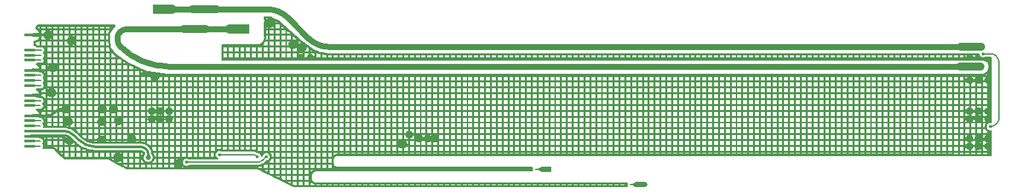
<source format=gbr>
%TF.GenerationSoftware,KiCad,Pcbnew,(6.0.7)*%
%TF.CreationDate,2023-11-27T18:07:28+01:00*%
%TF.ProjectId,rcp2n64adv2,72637032-6e36-4346-9164-76322e6b6963,v20231105*%
%TF.SameCoordinates,Original*%
%TF.FileFunction,Copper,L2,Bot*%
%TF.FilePolarity,Positive*%
%FSLAX46Y46*%
G04 Gerber Fmt 4.6, Leading zero omitted, Abs format (unit mm)*
G04 Created by KiCad (PCBNEW (6.0.7)) date 2023-11-27 18:07:28*
%MOMM*%
%LPD*%
G01*
G04 APERTURE LIST*
%TA.AperFunction,NonConductor*%
%ADD10C,0.200000*%
%TD*%
%TA.AperFunction,SMDPad,CuDef*%
%ADD11R,1.350000X0.450000*%
%TD*%
%TA.AperFunction,ComponentPad*%
%ADD12C,0.450000*%
%TD*%
%TA.AperFunction,ComponentPad*%
%ADD13C,1.200000*%
%TD*%
%TA.AperFunction,SMDPad,CuDef*%
%ADD14R,2.540000X1.270000*%
%TD*%
%TA.AperFunction,ComponentPad*%
%ADD15C,0.635000*%
%TD*%
%TA.AperFunction,SMDPad,CuDef*%
%ADD16R,1.270000X0.635000*%
%TD*%
%TA.AperFunction,ViaPad*%
%ADD17C,0.650000*%
%TD*%
%TA.AperFunction,ViaPad*%
%ADD18C,0.400000*%
%TD*%
%TA.AperFunction,ViaPad*%
%ADD19C,0.900000*%
%TD*%
%TA.AperFunction,Conductor*%
%ADD20C,0.300000*%
%TD*%
%TA.AperFunction,Conductor*%
%ADD21C,0.800000*%
%TD*%
%TA.AperFunction,Conductor*%
%ADD22C,1.000000*%
%TD*%
%TA.AperFunction,Conductor*%
%ADD23C,0.200000*%
%TD*%
G04 APERTURE END LIST*
D10*
X163350000Y-112890000D02*
X163780000Y-113100000D01*
X163350000Y-112890000D02*
X163800000Y-112680000D01*
X151285000Y-110875000D02*
X151775000Y-110665000D01*
X151285000Y-110875000D02*
X151785000Y-111085000D01*
D11*
%TO.P,X2,1,Pin_1*%
%TO.N,+3.3VA*%
X85985000Y-105980000D03*
D12*
X86435000Y-105980000D03*
X85760000Y-105980000D03*
%TD*%
D13*
%TO.P,J1,1,Pin_1*%
%TO.N,+5V*%
X104307500Y-90365000D03*
X103037500Y-90365000D03*
D14*
X103097500Y-90365000D03*
%TD*%
D15*
%TO.P,J5,1,Pin_1*%
%TO.N,Net-(J5-Pad1)*%
X151790000Y-110880000D03*
D16*
X152320000Y-110880000D03*
D15*
X152485000Y-110880000D03*
%TD*%
D13*
%TO.P,J2,1,Pin_1*%
%TO.N,+3V3*%
X112925000Y-92870000D03*
D14*
X112865000Y-92870000D03*
D13*
X111655000Y-92870000D03*
%TD*%
D11*
%TO.P,X1,6,SCLK*%
%TO.N,Net-(RN4-Pad4)*%
X85980000Y-107930000D03*
D12*
X86430000Y-107930000D03*
X85755000Y-107930000D03*
D11*
%TO.P,X1,7,SDATA*%
%TO.N,Net-(RN4-Pad3)*%
X85980000Y-107280000D03*
D12*
X86430000Y-107280000D03*
X85755000Y-107280000D03*
%TO.P,X1,8,GND*%
%TO.N,GND*%
X86430000Y-106630000D03*
X85755000Y-106630000D03*
D11*
X85980000Y-106630000D03*
%TO.P,X1,10,LRCLK*%
%TO.N,Net-(RN4-Pad1)*%
X85980000Y-105330000D03*
D12*
X86430000Y-105330000D03*
X85755000Y-105330000D03*
%TO.P,X1,11,VCLK*%
%TO.N,Net-(RN3-Pad3)*%
X85755000Y-104680000D03*
X86430000Y-104680000D03*
D11*
X85980000Y-104680000D03*
%TO.P,X1,12,GND*%
%TO.N,GND*%
X85980000Y-104030000D03*
D12*
X86430000Y-104030000D03*
X85755000Y-104030000D03*
%TO.P,X1,14,nDSYNC*%
%TO.N,Net-(RN3-Pad1)*%
X86430000Y-102730000D03*
X85755000Y-102730000D03*
D11*
X85980000Y-102730000D03*
D12*
%TO.P,X1,15,D6*%
%TO.N,Net-(RN2-Pad4)*%
X85755000Y-102080000D03*
X86430000Y-102080000D03*
D11*
X85980000Y-102080000D03*
%TO.P,X1,16,GND*%
%TO.N,GND*%
X85980000Y-101430000D03*
D12*
X85755000Y-101430000D03*
X86430000Y-101430000D03*
%TO.P,X1,18,D5*%
%TO.N,Net-(RN2-Pad3)*%
X86430000Y-100130000D03*
X85755000Y-100130000D03*
D11*
X85980000Y-100130000D03*
D12*
%TO.P,X1,19,D4*%
%TO.N,Net-(RN2-Pad2)*%
X85755000Y-99480000D03*
D11*
X85980000Y-99480000D03*
D12*
X86430000Y-99480000D03*
%TO.P,X1,20,D3*%
%TO.N,Net-(RN2-Pad1)*%
X86430000Y-98830000D03*
X85755000Y-98830000D03*
D11*
X85980000Y-98830000D03*
D12*
%TO.P,X1,21,GND*%
%TO.N,GND*%
X86430000Y-98180000D03*
D11*
X85980000Y-98180000D03*
D12*
X85755000Y-98180000D03*
%TO.P,X1,23,D2*%
%TO.N,Net-(RN1-Pad4)*%
X86430000Y-96880000D03*
D11*
X85980000Y-96880000D03*
D12*
X85755000Y-96880000D03*
%TO.P,X1,24,D1*%
%TO.N,Net-(RN1-Pad3)*%
X85755000Y-96230000D03*
X86430000Y-96230000D03*
D11*
X85980000Y-96230000D03*
D12*
%TO.P,X1,25,D0*%
%TO.N,Net-(RN1-Pad2)*%
X86430000Y-95580000D03*
X85755000Y-95580000D03*
D11*
X85980000Y-95580000D03*
%TO.P,X1,28,GND*%
%TO.N,GND*%
X85980000Y-93630000D03*
D12*
X85755000Y-93630000D03*
X86430000Y-93630000D03*
%TD*%
D16*
%TO.P,J4,1,Pin_1*%
%TO.N,Net-(J4-Pad1)*%
X164300000Y-112890000D03*
D15*
X164280000Y-112890000D03*
X164975000Y-112890000D03*
%TD*%
D17*
%TO.N,+3.3VA*%
X101200000Y-109360000D03*
%TO.N,GND*%
X91350000Y-94350000D03*
X91113553Y-107170000D03*
D18*
X207780000Y-106920000D03*
X206700000Y-103420000D03*
X136030000Y-106920000D03*
X209080000Y-107920000D03*
X102780000Y-103420000D03*
X209080000Y-103420000D03*
X207800000Y-104420000D03*
X209080000Y-104420000D03*
X103880000Y-103420000D03*
D17*
X133860000Y-107640000D03*
X96750000Y-103150000D03*
D18*
X206680000Y-106920000D03*
D17*
X95260000Y-104750000D03*
X97420000Y-104630000D03*
D18*
X207800000Y-103420000D03*
X122020000Y-96600000D03*
X102780000Y-104420000D03*
D17*
X88950000Y-97800000D03*
X105060000Y-110160000D03*
D18*
X206700000Y-104420000D03*
X137080000Y-106920000D03*
D17*
X102060000Y-98950000D03*
D18*
X207780000Y-107920000D03*
D17*
X99080000Y-107050000D03*
X95220000Y-107160000D03*
D18*
X206680000Y-107920000D03*
X207800000Y-96600000D03*
D17*
X119800000Y-94850000D03*
X90940000Y-104750000D03*
D18*
X134730000Y-106430000D03*
X138030000Y-106920000D03*
X120780000Y-96610000D03*
D17*
X95290000Y-103150000D03*
X90610000Y-103150000D03*
X88780000Y-101030000D03*
X120950000Y-95200000D03*
D18*
X103880000Y-104420000D03*
D17*
X88350000Y-93630000D03*
D18*
X101680000Y-103420000D03*
X100900000Y-98600000D03*
X101680000Y-104420000D03*
X206700000Y-99420000D03*
X207800000Y-99420000D03*
X209030000Y-106920000D03*
D17*
X97320000Y-109350000D03*
X116750000Y-92150000D03*
D18*
X206700000Y-96600000D03*
X209080000Y-99420000D03*
D19*
%TO.N,+5V*%
X109960000Y-90370000D03*
X206820000Y-95170000D03*
X106880000Y-90370000D03*
X108380000Y-90370000D03*
X208160000Y-95170000D03*
X205540000Y-95170000D03*
D18*
%TO.N,Net-(J3-Pad1)*%
X209330000Y-105420000D03*
X208400000Y-96050000D03*
%TO.N,Net-(J4-Pad1)*%
X110330000Y-109010000D03*
X115230000Y-109280000D03*
%TO.N,Net-(J5-Pad1)*%
X106120000Y-109990000D03*
X116360000Y-109270000D03*
D19*
%TO.N,+3V3*%
X206750000Y-97680000D03*
X108570000Y-92870000D03*
X105810000Y-92870000D03*
X208100000Y-97680000D03*
X205440000Y-97680000D03*
X107220000Y-92870000D03*
%TD*%
D20*
%TO.N,+3.3VA*%
X101064921Y-108443631D02*
X100957472Y-108336182D01*
X101200000Y-109360000D02*
X101200000Y-108850000D01*
X100170000Y-108010000D02*
X98985320Y-108010000D01*
X91680000Y-106540000D02*
X92237832Y-107097832D01*
X86435000Y-105980000D02*
X90328041Y-105980000D01*
X94440000Y-108010000D02*
X98985320Y-108010000D01*
X94440000Y-108010010D02*
G75*
G02*
X92237832Y-107097832I0J3114310D01*
G01*
X91679988Y-106540012D02*
G75*
G03*
X90328041Y-105980000I-1351988J-1351988D01*
G01*
X101064931Y-108443624D02*
G75*
G02*
X101200000Y-108850000I-557631J-410976D01*
G01*
X100170000Y-108010014D02*
G75*
G02*
X100957472Y-108336182I0J-1113686D01*
G01*
%TO.N,GND*%
X86430000Y-104030000D02*
X88109462Y-104030000D01*
X90233969Y-103150000D02*
X90610000Y-103150000D01*
X86430000Y-106630000D02*
X89834021Y-106630000D01*
X86430000Y-93630000D02*
X88350000Y-93630000D01*
X86430000Y-98180000D02*
X88032599Y-98180000D01*
X90510000Y-106910000D02*
X90527071Y-106927071D01*
X89220011Y-103570011D02*
G75*
G02*
X88109462Y-104030000I-1110511J1110511D01*
G01*
X90233969Y-103149988D02*
G75*
G03*
X89220000Y-103570000I31J-1434012D01*
G01*
X88950000Y-97800000D02*
G75*
G02*
X88032599Y-98180000I-917400J917400D01*
G01*
X90509994Y-106910006D02*
G75*
G03*
X89834021Y-106630000I-675994J-675994D01*
G01*
X91113553Y-107170036D02*
G75*
G02*
X90527071Y-106927071I47J829436D01*
G01*
D21*
%TO.N,+5V*%
X104307500Y-90365000D02*
X116593005Y-90365000D01*
X119140000Y-91420000D02*
X121822268Y-94102268D01*
D22*
X106880000Y-90370000D02*
X109960000Y-90370000D01*
X205540000Y-95170000D02*
X208160000Y-95170000D01*
D21*
X124400000Y-95170000D02*
X208160000Y-95170000D01*
X119139999Y-91420001D02*
G75*
G03*
X116593005Y-90365000I-2546999J-2546999D01*
G01*
X124400000Y-95169989D02*
G75*
G02*
X121822268Y-94102268I0J3645489D01*
G01*
D23*
%TO.N,Net-(J3-Pad1)*%
X208400000Y-96050000D02*
X209399879Y-96050000D01*
X210460000Y-97209116D02*
X210460000Y-104304021D01*
X210180000Y-104980000D02*
X210029914Y-105130086D01*
X210459993Y-97209116D02*
G75*
G03*
X210100000Y-96340000I-1229093J16D01*
G01*
X210100006Y-96339994D02*
G75*
G03*
X209399879Y-96050000I-700106J-700106D01*
G01*
X210179994Y-104979994D02*
G75*
G03*
X210460000Y-104304021I-675994J675994D01*
G01*
X209330000Y-105420008D02*
G75*
G03*
X210029914Y-105130086I0J989808D01*
G01*
%TO.N,Net-(J4-Pad1)*%
X115230000Y-109280000D02*
X115107033Y-109157033D01*
X110330000Y-109010000D02*
X114752064Y-109010000D01*
X164280000Y-112890000D02*
X163130000Y-112890000D01*
X115107051Y-109157015D02*
G75*
G03*
X114752064Y-109010000I-354951J-354985D01*
G01*
%TO.N,Net-(J5-Pad1)*%
X151790000Y-110880000D02*
X150900000Y-110880000D01*
X106120000Y-109990000D02*
X115208884Y-109990000D01*
X116330738Y-109299262D02*
X116360000Y-109270000D01*
X116330738Y-109299262D02*
X115944892Y-109685126D01*
X115944890Y-109685124D02*
G75*
G02*
X115208884Y-109990000I-735990J735924D01*
G01*
%TO.N,Net-(RN1-Pad2)*%
X86430000Y-95580000D02*
X87490000Y-95580000D01*
%TO.N,Net-(RN1-Pad3)*%
X86430000Y-96230000D02*
X87460000Y-96230000D01*
%TO.N,Net-(RN1-Pad4)*%
X86430000Y-96880000D02*
X87430000Y-96880000D01*
%TO.N,Net-(RN2-Pad1)*%
X86430000Y-98830000D02*
X87420000Y-98830000D01*
%TO.N,Net-(RN2-Pad2)*%
X86430000Y-99480000D02*
X87400000Y-99480000D01*
%TO.N,Net-(RN2-Pad3)*%
X86430000Y-100130000D02*
X87420000Y-100130000D01*
%TO.N,Net-(RN2-Pad4)*%
X86430000Y-102080000D02*
X87380000Y-102080000D01*
%TO.N,Net-(RN3-Pad1)*%
X86430000Y-102730000D02*
X87370000Y-102730000D01*
%TO.N,Net-(RN3-Pad3)*%
X86430000Y-104680000D02*
X87380000Y-104680000D01*
%TO.N,Net-(RN4-Pad1)*%
X86430000Y-105330000D02*
X87370000Y-105330000D01*
%TO.N,Net-(RN4-Pad3)*%
X86430000Y-107280000D02*
X87360000Y-107280000D01*
%TO.N,Net-(RN4-Pad4)*%
X86430000Y-107930000D02*
X87356447Y-107930000D01*
D21*
%TO.N,+3V3*%
X97260000Y-94250884D02*
X97260000Y-93990121D01*
X98563969Y-92870000D02*
X111655000Y-92870000D01*
X208100000Y-97680000D02*
X103800386Y-97680000D01*
D22*
X108570000Y-92870000D02*
X105810000Y-92870000D01*
X205440000Y-97680000D02*
X208100000Y-97680000D01*
D21*
X98563969Y-92869988D02*
G75*
G03*
X97550000Y-93290000I31J-1434012D01*
G01*
X97620004Y-95119996D02*
G75*
G03*
X103800386Y-97680000I6180396J6180396D01*
G01*
X97260007Y-94250884D02*
G75*
G03*
X97620000Y-95120000I1229093J-16D01*
G01*
X97549994Y-93289994D02*
G75*
G03*
X97260000Y-93990121I700106J-700106D01*
G01*
%TD*%
%TA.AperFunction,Conductor*%
%TO.N,GND*%
G36*
X117023133Y-91298465D02*
G01*
X117073812Y-91312533D01*
X117986884Y-91793097D01*
X118011120Y-91809801D01*
X120915351Y-94369462D01*
X120950000Y-94400000D01*
X121771606Y-94983075D01*
X122353579Y-95396088D01*
X122500000Y-95500000D01*
X122506056Y-95502595D01*
X122506057Y-95502596D01*
X123159451Y-95782622D01*
X123200000Y-95800000D01*
X123207336Y-95801223D01*
X123207337Y-95801223D01*
X123564668Y-95860778D01*
X124400000Y-96000000D01*
X207830249Y-96000000D01*
X207897288Y-96019685D01*
X207943043Y-96072489D01*
X207953202Y-96107921D01*
X207955623Y-96126436D01*
X207961633Y-96172394D01*
X207965192Y-96180482D01*
X207965192Y-96180483D01*
X208004703Y-96270278D01*
X208013605Y-96290510D01*
X208096639Y-96389291D01*
X208103990Y-96394184D01*
X208103992Y-96394186D01*
X208196709Y-96455903D01*
X208204060Y-96460796D01*
X208212488Y-96463429D01*
X208212490Y-96463430D01*
X208252818Y-96476029D01*
X208327233Y-96499278D01*
X208336067Y-96499440D01*
X208372777Y-96500113D01*
X208456255Y-96501643D01*
X208464771Y-96499321D01*
X208464773Y-96499321D01*
X208572236Y-96470023D01*
X208572239Y-96470022D01*
X208580755Y-96467700D01*
X208660350Y-96418829D01*
X208725231Y-96400500D01*
X209362539Y-96400500D01*
X209381937Y-96402027D01*
X209395398Y-96404159D01*
X209458533Y-96434088D01*
X209495464Y-96493400D01*
X209500000Y-96526632D01*
X209500000Y-104845733D01*
X209480315Y-104912772D01*
X209427511Y-104958527D01*
X209375243Y-104969731D01*
X209291154Y-104969218D01*
X209268231Y-104969078D01*
X209144155Y-105004539D01*
X209035019Y-105073399D01*
X208949596Y-105170122D01*
X208894754Y-105286932D01*
X208893396Y-105295656D01*
X208893395Y-105295658D01*
X208882377Y-105366423D01*
X208874901Y-105414440D01*
X208891633Y-105542394D01*
X208895192Y-105550482D01*
X208895192Y-105550483D01*
X208913022Y-105591005D01*
X208943605Y-105660510D01*
X209026639Y-105759291D01*
X209033990Y-105764184D01*
X209033992Y-105764186D01*
X209098194Y-105806922D01*
X209134060Y-105830796D01*
X209142488Y-105833429D01*
X209142490Y-105833430D01*
X209151267Y-105836172D01*
X209257233Y-105869278D01*
X209266067Y-105869440D01*
X209378273Y-105871497D01*
X209444940Y-105892407D01*
X209489720Y-105946041D01*
X209500000Y-105995476D01*
X209500000Y-109076000D01*
X209480315Y-109143039D01*
X209427511Y-109188794D01*
X209376000Y-109200000D01*
X204584725Y-109200000D01*
X204537609Y-109190628D01*
X204527741Y-109184034D01*
X204515765Y-109181652D01*
X204515763Y-109181651D01*
X204441980Y-109166975D01*
X204430000Y-109164592D01*
X204418020Y-109166975D01*
X204417306Y-109167117D01*
X204393115Y-109169500D01*
X125596885Y-109169500D01*
X125572694Y-109167117D01*
X125571980Y-109166975D01*
X125560000Y-109164592D01*
X125548020Y-109166975D01*
X125547865Y-109166975D01*
X125538295Y-109168463D01*
X125476373Y-109175440D01*
X125443648Y-109179127D01*
X125443647Y-109179127D01*
X125436727Y-109179907D01*
X125430158Y-109182205D01*
X125430156Y-109182206D01*
X125372860Y-109202255D01*
X125319636Y-109220879D01*
X125214597Y-109286879D01*
X125126879Y-109374597D01*
X125060879Y-109479636D01*
X125058582Y-109486201D01*
X125027751Y-109574311D01*
X125019907Y-109596727D01*
X125019127Y-109603647D01*
X125019127Y-109603648D01*
X125016744Y-109624801D01*
X125008478Y-109698166D01*
X125008464Y-109698287D01*
X125006975Y-109707865D01*
X125006975Y-109708020D01*
X125004592Y-109720000D01*
X125006975Y-109731980D01*
X125007117Y-109732694D01*
X125009500Y-109756885D01*
X125009500Y-109983115D01*
X125007117Y-110007306D01*
X125004592Y-110020000D01*
X125006975Y-110031980D01*
X125006975Y-110032135D01*
X125008463Y-110041705D01*
X125011040Y-110064577D01*
X125017610Y-110122883D01*
X125019907Y-110143273D01*
X125022205Y-110149842D01*
X125022206Y-110149844D01*
X125028894Y-110168957D01*
X125060879Y-110260364D01*
X125126879Y-110365403D01*
X125214597Y-110453121D01*
X125319636Y-110519121D01*
X125356005Y-110531847D01*
X125430156Y-110557794D01*
X125430158Y-110557795D01*
X125436727Y-110560093D01*
X125443647Y-110560873D01*
X125443648Y-110560873D01*
X125476373Y-110564560D01*
X125538295Y-110571537D01*
X125547865Y-110573025D01*
X125548020Y-110573025D01*
X125560000Y-110575408D01*
X125571980Y-110573025D01*
X125572694Y-110572883D01*
X125596885Y-110570500D01*
X150463181Y-110570500D01*
X150530220Y-110590185D01*
X150575975Y-110642989D01*
X150585919Y-110712147D01*
X150576594Y-110744634D01*
X150555818Y-110791629D01*
X150545749Y-110907880D01*
X150573880Y-111021125D01*
X150574284Y-111021751D01*
X150582163Y-111085601D01*
X150551872Y-111148562D01*
X150492349Y-111185153D01*
X150459803Y-111189500D01*
X122806885Y-111189500D01*
X122782694Y-111187117D01*
X122781980Y-111186975D01*
X122770000Y-111184592D01*
X122758020Y-111186975D01*
X122757865Y-111186975D01*
X122748295Y-111188463D01*
X122686373Y-111195440D01*
X122653648Y-111199127D01*
X122653647Y-111199127D01*
X122646727Y-111199907D01*
X122640158Y-111202205D01*
X122640156Y-111202206D01*
X122627585Y-111206605D01*
X122529636Y-111240879D01*
X122424597Y-111306879D01*
X122336879Y-111394597D01*
X122270879Y-111499636D01*
X122268582Y-111506201D01*
X122233220Y-111607260D01*
X122229907Y-111616727D01*
X122229127Y-111623647D01*
X122229127Y-111623648D01*
X122226415Y-111647718D01*
X122220848Y-111697132D01*
X122218464Y-111718287D01*
X122216975Y-111727865D01*
X122216975Y-111728020D01*
X122214592Y-111740000D01*
X122216975Y-111751980D01*
X122217117Y-111752694D01*
X122219500Y-111776885D01*
X122219500Y-112003115D01*
X122217117Y-112027306D01*
X122214592Y-112040000D01*
X122216975Y-112051980D01*
X122216975Y-112052135D01*
X122218463Y-112061705D01*
X122229907Y-112163273D01*
X122232205Y-112169842D01*
X122232206Y-112169844D01*
X122238894Y-112188957D01*
X122270879Y-112280364D01*
X122336879Y-112385403D01*
X122424597Y-112473121D01*
X122529636Y-112539121D01*
X122544374Y-112544278D01*
X122640156Y-112577794D01*
X122640158Y-112577795D01*
X122646727Y-112580093D01*
X122653647Y-112580873D01*
X122653648Y-112580873D01*
X122686373Y-112584560D01*
X122748295Y-112591537D01*
X122757865Y-112593025D01*
X122758020Y-112593025D01*
X122770000Y-112595408D01*
X122781980Y-112593025D01*
X122782694Y-112592883D01*
X122806885Y-112590500D01*
X162688760Y-112590500D01*
X162755799Y-112610185D01*
X162801554Y-112662989D01*
X162811498Y-112732147D01*
X162802172Y-112764636D01*
X162785818Y-112801629D01*
X162775749Y-112917880D01*
X162803880Y-113031125D01*
X162808107Y-113037672D01*
X162816492Y-113105597D01*
X162786202Y-113168559D01*
X162726681Y-113205152D01*
X162694131Y-113209500D01*
X119868407Y-113209500D01*
X119812952Y-113196409D01*
X119183552Y-112881709D01*
X119794000Y-112881709D01*
X119903582Y-112936500D01*
X120296000Y-112936500D01*
X120545000Y-112936500D01*
X121047000Y-112936500D01*
X121296000Y-112936500D01*
X121798000Y-112936500D01*
X122047000Y-112936500D01*
X122549000Y-112936500D01*
X122798000Y-112936500D01*
X123300000Y-112936500D01*
X123549000Y-112936500D01*
X124051000Y-112936500D01*
X124300000Y-112936500D01*
X124802000Y-112936500D01*
X125051000Y-112936500D01*
X125553000Y-112936500D01*
X125802000Y-112936500D01*
X126304000Y-112936500D01*
X126553000Y-112936500D01*
X127055000Y-112936500D01*
X127304000Y-112936500D01*
X127806000Y-112936500D01*
X128055000Y-112936500D01*
X128557000Y-112936500D01*
X128806000Y-112936500D01*
X129308000Y-112936500D01*
X129557000Y-112936500D01*
X130059000Y-112936500D01*
X130308000Y-112936500D01*
X130810000Y-112936500D01*
X131059000Y-112936500D01*
X131561000Y-112936500D01*
X131810000Y-112936500D01*
X132312000Y-112936500D01*
X132561000Y-112936500D01*
X133063000Y-112936500D01*
X133312000Y-112936500D01*
X133814000Y-112936500D01*
X134063000Y-112936500D01*
X134565000Y-112936500D01*
X134814000Y-112936500D01*
X135316000Y-112936500D01*
X135565000Y-112936500D01*
X136067000Y-112936500D01*
X136316000Y-112936500D01*
X136818000Y-112936500D01*
X137067000Y-112936500D01*
X137569000Y-112936500D01*
X137818000Y-112936500D01*
X138320000Y-112936500D01*
X138569000Y-112936500D01*
X139071000Y-112936500D01*
X139320000Y-112936500D01*
X139822000Y-112936500D01*
X140071000Y-112936500D01*
X140573000Y-112936500D01*
X140822000Y-112936500D01*
X141324000Y-112936500D01*
X141573000Y-112936500D01*
X142075000Y-112936500D01*
X142324000Y-112936500D01*
X142826000Y-112936500D01*
X143075000Y-112936500D01*
X143577000Y-112936500D01*
X143826000Y-112936500D01*
X144328000Y-112936500D01*
X144577000Y-112936500D01*
X145079000Y-112936500D01*
X145328000Y-112936500D01*
X145830000Y-112936500D01*
X146079000Y-112936500D01*
X146581000Y-112936500D01*
X146830000Y-112936500D01*
X147332000Y-112936500D01*
X147581000Y-112936500D01*
X148083000Y-112936500D01*
X148332000Y-112936500D01*
X148834000Y-112936500D01*
X149083000Y-112936500D01*
X149585000Y-112936500D01*
X149834000Y-112936500D01*
X150336000Y-112936500D01*
X150585000Y-112936500D01*
X151087000Y-112936500D01*
X151336000Y-112936500D01*
X151838000Y-112936500D01*
X152087000Y-112936500D01*
X152589000Y-112936500D01*
X152838000Y-112936500D01*
X153340000Y-112936500D01*
X153589000Y-112936500D01*
X154091000Y-112936500D01*
X154340000Y-112936500D01*
X154842000Y-112936500D01*
X155091000Y-112936500D01*
X155593000Y-112936500D01*
X155842000Y-112936500D01*
X156344000Y-112936500D01*
X156593000Y-112936500D01*
X157095000Y-112936500D01*
X157344000Y-112936500D01*
X157846000Y-112936500D01*
X158095000Y-112936500D01*
X158597000Y-112936500D01*
X158846000Y-112936500D01*
X159348000Y-112936500D01*
X159597000Y-112936500D01*
X160099000Y-112936500D01*
X160348000Y-112936500D01*
X160850000Y-112936500D01*
X161099000Y-112936500D01*
X161601000Y-112936500D01*
X161850000Y-112936500D01*
X162352000Y-112936500D01*
X162352000Y-112863500D01*
X161850000Y-112863500D01*
X161850000Y-112936500D01*
X161601000Y-112936500D01*
X161601000Y-112863500D01*
X161099000Y-112863500D01*
X161099000Y-112936500D01*
X160850000Y-112936500D01*
X160850000Y-112863500D01*
X160348000Y-112863500D01*
X160348000Y-112936500D01*
X160099000Y-112936500D01*
X160099000Y-112863500D01*
X159597000Y-112863500D01*
X159597000Y-112936500D01*
X159348000Y-112936500D01*
X159348000Y-112863500D01*
X158846000Y-112863500D01*
X158846000Y-112936500D01*
X158597000Y-112936500D01*
X158597000Y-112863500D01*
X158095000Y-112863500D01*
X158095000Y-112936500D01*
X157846000Y-112936500D01*
X157846000Y-112863500D01*
X157344000Y-112863500D01*
X157344000Y-112936500D01*
X157095000Y-112936500D01*
X157095000Y-112863500D01*
X156593000Y-112863500D01*
X156593000Y-112936500D01*
X156344000Y-112936500D01*
X156344000Y-112863500D01*
X155842000Y-112863500D01*
X155842000Y-112936500D01*
X155593000Y-112936500D01*
X155593000Y-112863500D01*
X155091000Y-112863500D01*
X155091000Y-112936500D01*
X154842000Y-112936500D01*
X154842000Y-112863500D01*
X154340000Y-112863500D01*
X154340000Y-112936500D01*
X154091000Y-112936500D01*
X154091000Y-112863500D01*
X153589000Y-112863500D01*
X153589000Y-112936500D01*
X153340000Y-112936500D01*
X153340000Y-112863500D01*
X152838000Y-112863500D01*
X152838000Y-112936500D01*
X152589000Y-112936500D01*
X152589000Y-112863500D01*
X152087000Y-112863500D01*
X152087000Y-112936500D01*
X151838000Y-112936500D01*
X151838000Y-112863500D01*
X151336000Y-112863500D01*
X151336000Y-112936500D01*
X151087000Y-112936500D01*
X151087000Y-112863500D01*
X150585000Y-112863500D01*
X150585000Y-112936500D01*
X150336000Y-112936500D01*
X150336000Y-112863500D01*
X149834000Y-112863500D01*
X149834000Y-112936500D01*
X149585000Y-112936500D01*
X149585000Y-112863500D01*
X149083000Y-112863500D01*
X149083000Y-112936500D01*
X148834000Y-112936500D01*
X148834000Y-112863500D01*
X148332000Y-112863500D01*
X148332000Y-112936500D01*
X148083000Y-112936500D01*
X148083000Y-112863500D01*
X147581000Y-112863500D01*
X147581000Y-112936500D01*
X147332000Y-112936500D01*
X147332000Y-112863500D01*
X146830000Y-112863500D01*
X146830000Y-112936500D01*
X146581000Y-112936500D01*
X146581000Y-112863500D01*
X146079000Y-112863500D01*
X146079000Y-112936500D01*
X145830000Y-112936500D01*
X145830000Y-112863500D01*
X145328000Y-112863500D01*
X145328000Y-112936500D01*
X145079000Y-112936500D01*
X145079000Y-112863500D01*
X144577000Y-112863500D01*
X144577000Y-112936500D01*
X144328000Y-112936500D01*
X144328000Y-112863500D01*
X143826000Y-112863500D01*
X143826000Y-112936500D01*
X143577000Y-112936500D01*
X143577000Y-112863500D01*
X143075000Y-112863500D01*
X143075000Y-112936500D01*
X142826000Y-112936500D01*
X142826000Y-112863500D01*
X142324000Y-112863500D01*
X142324000Y-112936500D01*
X142075000Y-112936500D01*
X142075000Y-112863500D01*
X141573000Y-112863500D01*
X141573000Y-112936500D01*
X141324000Y-112936500D01*
X141324000Y-112863500D01*
X140822000Y-112863500D01*
X140822000Y-112936500D01*
X140573000Y-112936500D01*
X140573000Y-112863500D01*
X140071000Y-112863500D01*
X140071000Y-112936500D01*
X139822000Y-112936500D01*
X139822000Y-112863500D01*
X139320000Y-112863500D01*
X139320000Y-112936500D01*
X139071000Y-112936500D01*
X139071000Y-112863500D01*
X138569000Y-112863500D01*
X138569000Y-112936500D01*
X138320000Y-112936500D01*
X138320000Y-112863500D01*
X137818000Y-112863500D01*
X137818000Y-112936500D01*
X137569000Y-112936500D01*
X137569000Y-112863500D01*
X137067000Y-112863500D01*
X137067000Y-112936500D01*
X136818000Y-112936500D01*
X136818000Y-112863500D01*
X136316000Y-112863500D01*
X136316000Y-112936500D01*
X136067000Y-112936500D01*
X136067000Y-112863500D01*
X135565000Y-112863500D01*
X135565000Y-112936500D01*
X135316000Y-112936500D01*
X135316000Y-112863500D01*
X134814000Y-112863500D01*
X134814000Y-112936500D01*
X134565000Y-112936500D01*
X134565000Y-112863500D01*
X134063000Y-112863500D01*
X134063000Y-112936500D01*
X133814000Y-112936500D01*
X133814000Y-112863500D01*
X133312000Y-112863500D01*
X133312000Y-112936500D01*
X133063000Y-112936500D01*
X133063000Y-112863500D01*
X132561000Y-112863500D01*
X132561000Y-112936500D01*
X132312000Y-112936500D01*
X132312000Y-112863500D01*
X131810000Y-112863500D01*
X131810000Y-112936500D01*
X131561000Y-112936500D01*
X131561000Y-112863500D01*
X131059000Y-112863500D01*
X131059000Y-112936500D01*
X130810000Y-112936500D01*
X130810000Y-112863500D01*
X130308000Y-112863500D01*
X130308000Y-112936500D01*
X130059000Y-112936500D01*
X130059000Y-112863500D01*
X129557000Y-112863500D01*
X129557000Y-112936500D01*
X129308000Y-112936500D01*
X129308000Y-112863500D01*
X128806000Y-112863500D01*
X128806000Y-112936500D01*
X128557000Y-112936500D01*
X128557000Y-112863500D01*
X128055000Y-112863500D01*
X128055000Y-112936500D01*
X127806000Y-112936500D01*
X127806000Y-112863500D01*
X127304000Y-112863500D01*
X127304000Y-112936500D01*
X127055000Y-112936500D01*
X127055000Y-112863500D01*
X126553000Y-112863500D01*
X126553000Y-112936500D01*
X126304000Y-112936500D01*
X126304000Y-112863500D01*
X125802000Y-112863500D01*
X125802000Y-112936500D01*
X125553000Y-112936500D01*
X125553000Y-112863500D01*
X125051000Y-112863500D01*
X125051000Y-112936500D01*
X124802000Y-112936500D01*
X124802000Y-112863500D01*
X124300000Y-112863500D01*
X124300000Y-112936500D01*
X124051000Y-112936500D01*
X124051000Y-112863500D01*
X123549000Y-112863500D01*
X123549000Y-112936500D01*
X123300000Y-112936500D01*
X123300000Y-112863500D01*
X122820981Y-112863500D01*
X122811214Y-112864949D01*
X122806337Y-112865429D01*
X122798000Y-112865838D01*
X122798000Y-112936500D01*
X122549000Y-112936500D01*
X122549000Y-112835129D01*
X122439469Y-112796802D01*
X122432964Y-112794318D01*
X122430374Y-112793245D01*
X122424031Y-112790406D01*
X122399014Y-112778358D01*
X122392845Y-112775172D01*
X122390391Y-112773816D01*
X122384391Y-112770277D01*
X122279352Y-112704277D01*
X122273590Y-112700427D01*
X122271303Y-112698805D01*
X122265722Y-112694607D01*
X122244013Y-112677294D01*
X122238695Y-112672802D01*
X122236605Y-112670934D01*
X122231557Y-112666161D01*
X122143839Y-112578443D01*
X122139066Y-112573395D01*
X122137198Y-112571305D01*
X122132706Y-112565987D01*
X122115393Y-112544278D01*
X122111195Y-112538697D01*
X122109573Y-112536410D01*
X122105723Y-112530648D01*
X122104687Y-112529000D01*
X122047000Y-112529000D01*
X122047000Y-112936500D01*
X121798000Y-112936500D01*
X121798000Y-112529000D01*
X121296000Y-112529000D01*
X121296000Y-112936500D01*
X121047000Y-112936500D01*
X121047000Y-112529000D01*
X120545000Y-112529000D01*
X120545000Y-112936500D01*
X120296000Y-112936500D01*
X120296000Y-112529000D01*
X119794000Y-112529000D01*
X119794000Y-112881709D01*
X119183552Y-112881709D01*
X118478135Y-112529000D01*
X119088582Y-112529000D01*
X119545000Y-112757209D01*
X119545000Y-112529000D01*
X119088582Y-112529000D01*
X118478135Y-112529000D01*
X117681554Y-112130709D01*
X118292000Y-112130709D01*
X118590582Y-112280000D01*
X118794000Y-112280000D01*
X119043000Y-112280000D01*
X119545000Y-112280000D01*
X119794000Y-112280000D01*
X120296000Y-112280000D01*
X120545000Y-112280000D01*
X121047000Y-112280000D01*
X121296000Y-112280000D01*
X121798000Y-112280000D01*
X121798000Y-111778000D01*
X121296000Y-111778000D01*
X121296000Y-112280000D01*
X121047000Y-112280000D01*
X121047000Y-111778000D01*
X120545000Y-111778000D01*
X120545000Y-112280000D01*
X120296000Y-112280000D01*
X120296000Y-111778000D01*
X119794000Y-111778000D01*
X119794000Y-112280000D01*
X119545000Y-112280000D01*
X119545000Y-111778000D01*
X119043000Y-111778000D01*
X119043000Y-112280000D01*
X118794000Y-112280000D01*
X118794000Y-111778000D01*
X118292000Y-111778000D01*
X118292000Y-112130709D01*
X117681554Y-112130709D01*
X117589320Y-112084592D01*
X116976136Y-111778000D01*
X117586582Y-111778000D01*
X118043000Y-112006209D01*
X118043000Y-111778000D01*
X117586582Y-111778000D01*
X116976136Y-111778000D01*
X116179553Y-111379708D01*
X116790000Y-111379708D01*
X117088584Y-111529000D01*
X117292000Y-111529000D01*
X117541000Y-111529000D01*
X118043000Y-111529000D01*
X118292000Y-111529000D01*
X118794000Y-111529000D01*
X119043000Y-111529000D01*
X119545000Y-111529000D01*
X119794000Y-111529000D01*
X120296000Y-111529000D01*
X120545000Y-111529000D01*
X121047000Y-111529000D01*
X121296000Y-111529000D01*
X121798000Y-111529000D01*
X121798000Y-111342810D01*
X122047000Y-111342810D01*
X122105723Y-111249352D01*
X122109573Y-111243590D01*
X122111195Y-111241303D01*
X122115393Y-111235722D01*
X122132706Y-111214013D01*
X122137198Y-111208695D01*
X122139066Y-111206605D01*
X122143839Y-111201557D01*
X122231557Y-111113839D01*
X122236605Y-111109066D01*
X122238695Y-111107198D01*
X122244013Y-111102706D01*
X122265722Y-111085393D01*
X122271303Y-111081195D01*
X122273590Y-111079573D01*
X122279352Y-111075723D01*
X122356895Y-111027000D01*
X122047000Y-111027000D01*
X122047000Y-111342810D01*
X121798000Y-111342810D01*
X121798000Y-111027000D01*
X121296000Y-111027000D01*
X121296000Y-111529000D01*
X121047000Y-111529000D01*
X121047000Y-111027000D01*
X120545000Y-111027000D01*
X120545000Y-111529000D01*
X120296000Y-111529000D01*
X120296000Y-111027000D01*
X119794000Y-111027000D01*
X119794000Y-111529000D01*
X119545000Y-111529000D01*
X119545000Y-111027000D01*
X119043000Y-111027000D01*
X119043000Y-111529000D01*
X118794000Y-111529000D01*
X118794000Y-111027000D01*
X118292000Y-111027000D01*
X118292000Y-111529000D01*
X118043000Y-111529000D01*
X118043000Y-111027000D01*
X117541000Y-111027000D01*
X117541000Y-111529000D01*
X117292000Y-111529000D01*
X117292000Y-111027000D01*
X116790000Y-111027000D01*
X116790000Y-111379708D01*
X116179553Y-111379708D01*
X115474137Y-111027000D01*
X116084584Y-111027000D01*
X116541000Y-111255208D01*
X116541000Y-111027000D01*
X116084584Y-111027000D01*
X115474137Y-111027000D01*
X115353057Y-110966460D01*
X115339624Y-110958655D01*
X115327895Y-110950818D01*
X115327891Y-110950816D01*
X115317740Y-110944034D01*
X115281909Y-110936907D01*
X115273353Y-110934887D01*
X115249884Y-110928460D01*
X115249883Y-110928460D01*
X115238106Y-110925235D01*
X115225992Y-110926762D01*
X115211989Y-110928527D01*
X115196482Y-110929500D01*
X98512501Y-110929500D01*
X98454767Y-110915239D01*
X97965450Y-110657807D01*
X115288000Y-110657807D01*
X115293502Y-110658471D01*
X115298333Y-110659296D01*
X115310210Y-110661929D01*
X115340359Y-110670185D01*
X115371000Y-110676280D01*
X115382811Y-110679239D01*
X115387501Y-110680662D01*
X115398949Y-110684758D01*
X115443646Y-110703271D01*
X115454646Y-110708473D01*
X115458968Y-110710783D01*
X115469406Y-110717039D01*
X115483513Y-110726465D01*
X115586584Y-110778000D01*
X115790000Y-110778000D01*
X116039000Y-110778000D01*
X116541000Y-110778000D01*
X116790000Y-110778000D01*
X117292000Y-110778000D01*
X117541000Y-110778000D01*
X118043000Y-110778000D01*
X118292000Y-110778000D01*
X118794000Y-110778000D01*
X119043000Y-110778000D01*
X119545000Y-110778000D01*
X119794000Y-110778000D01*
X120296000Y-110778000D01*
X120545000Y-110778000D01*
X121047000Y-110778000D01*
X121296000Y-110778000D01*
X121798000Y-110778000D01*
X122047000Y-110778000D01*
X122549000Y-110778000D01*
X122798000Y-110778000D01*
X123300000Y-110778000D01*
X123549000Y-110778000D01*
X124051000Y-110778000D01*
X124300000Y-110778000D01*
X124802000Y-110778000D01*
X124802000Y-110670841D01*
X125051000Y-110670841D01*
X125051000Y-110778000D01*
X125232893Y-110778000D01*
X125229469Y-110776802D01*
X125222964Y-110774318D01*
X125220374Y-110773245D01*
X125214031Y-110770406D01*
X125189014Y-110758358D01*
X125182845Y-110755172D01*
X125180391Y-110753816D01*
X125174391Y-110750277D01*
X125069352Y-110684277D01*
X125063590Y-110680427D01*
X125061303Y-110678805D01*
X125055722Y-110674607D01*
X125051000Y-110670841D01*
X124802000Y-110670841D01*
X124802000Y-110347107D01*
X124777118Y-110276000D01*
X124300000Y-110276000D01*
X124300000Y-110778000D01*
X124051000Y-110778000D01*
X124051000Y-110276000D01*
X123549000Y-110276000D01*
X123549000Y-110778000D01*
X123300000Y-110778000D01*
X123300000Y-110276000D01*
X122798000Y-110276000D01*
X122798000Y-110778000D01*
X122549000Y-110778000D01*
X122549000Y-110276000D01*
X122047000Y-110276000D01*
X122047000Y-110778000D01*
X121798000Y-110778000D01*
X121798000Y-110276000D01*
X121296000Y-110276000D01*
X121296000Y-110778000D01*
X121047000Y-110778000D01*
X121047000Y-110276000D01*
X120545000Y-110276000D01*
X120545000Y-110778000D01*
X120296000Y-110778000D01*
X120296000Y-110276000D01*
X119794000Y-110276000D01*
X119794000Y-110778000D01*
X119545000Y-110778000D01*
X119545000Y-110276000D01*
X119043000Y-110276000D01*
X119043000Y-110778000D01*
X118794000Y-110778000D01*
X118794000Y-110276000D01*
X118292000Y-110276000D01*
X118292000Y-110778000D01*
X118043000Y-110778000D01*
X118043000Y-110276000D01*
X117541000Y-110276000D01*
X117541000Y-110778000D01*
X117292000Y-110778000D01*
X117292000Y-110276000D01*
X116790000Y-110276000D01*
X116790000Y-110778000D01*
X116541000Y-110778000D01*
X116541000Y-110276000D01*
X116218160Y-110276000D01*
X116217326Y-110276640D01*
X116214048Y-110279070D01*
X116212719Y-110280022D01*
X116209403Y-110282317D01*
X116057750Y-110383655D01*
X116054317Y-110385868D01*
X116052927Y-110386732D01*
X116049468Y-110388805D01*
X116039000Y-110394849D01*
X116039000Y-110778000D01*
X115790000Y-110778000D01*
X115790000Y-110509516D01*
X115657528Y-110554485D01*
X115653661Y-110555727D01*
X115652095Y-110556202D01*
X115648195Y-110557316D01*
X115632527Y-110561514D01*
X115628633Y-110562490D01*
X115627040Y-110562862D01*
X115623033Y-110563728D01*
X115444142Y-110599312D01*
X115440127Y-110600043D01*
X115438514Y-110600309D01*
X115434528Y-110600900D01*
X115418445Y-110603018D01*
X115414376Y-110603485D01*
X115412747Y-110603645D01*
X115408734Y-110603974D01*
X115288000Y-110611886D01*
X115288000Y-110657807D01*
X97965450Y-110657807D01*
X97962966Y-110656500D01*
X98766000Y-110656500D01*
X99268000Y-110656500D01*
X99517000Y-110656500D01*
X100019000Y-110656500D01*
X100268000Y-110656500D01*
X100770000Y-110656500D01*
X101019000Y-110656500D01*
X101521000Y-110656500D01*
X101770000Y-110656500D01*
X102272000Y-110656500D01*
X102521000Y-110656500D01*
X103023000Y-110656500D01*
X103272000Y-110656500D01*
X103774000Y-110656500D01*
X104023000Y-110656500D01*
X104525000Y-110656500D01*
X105525000Y-110656500D01*
X105829526Y-110656500D01*
X106410061Y-110656500D01*
X106778000Y-110656500D01*
X107027000Y-110656500D01*
X107529000Y-110656500D01*
X107778000Y-110656500D01*
X108280000Y-110656500D01*
X108529000Y-110656500D01*
X109031000Y-110656500D01*
X109280000Y-110656500D01*
X109782000Y-110656500D01*
X110031000Y-110656500D01*
X110533000Y-110656500D01*
X110782000Y-110656500D01*
X111284000Y-110656500D01*
X111533000Y-110656500D01*
X112035000Y-110656500D01*
X112284000Y-110656500D01*
X112786000Y-110656500D01*
X113035000Y-110656500D01*
X113537000Y-110656500D01*
X113786000Y-110656500D01*
X114288000Y-110656500D01*
X114537000Y-110656500D01*
X115039000Y-110656500D01*
X115039000Y-110613500D01*
X114537000Y-110613500D01*
X114537000Y-110656500D01*
X114288000Y-110656500D01*
X114288000Y-110613500D01*
X113786000Y-110613500D01*
X113786000Y-110656500D01*
X113537000Y-110656500D01*
X113537000Y-110613500D01*
X113035000Y-110613500D01*
X113035000Y-110656500D01*
X112786000Y-110656500D01*
X112786000Y-110613500D01*
X112284000Y-110613500D01*
X112284000Y-110656500D01*
X112035000Y-110656500D01*
X112035000Y-110613500D01*
X111533000Y-110613500D01*
X111533000Y-110656500D01*
X111284000Y-110656500D01*
X111284000Y-110613500D01*
X110782000Y-110613500D01*
X110782000Y-110656500D01*
X110533000Y-110656500D01*
X110533000Y-110613500D01*
X110031000Y-110613500D01*
X110031000Y-110656500D01*
X109782000Y-110656500D01*
X109782000Y-110613500D01*
X109280000Y-110613500D01*
X109280000Y-110656500D01*
X109031000Y-110656500D01*
X109031000Y-110613500D01*
X108529000Y-110613500D01*
X108529000Y-110656500D01*
X108280000Y-110656500D01*
X108280000Y-110613500D01*
X107778000Y-110613500D01*
X107778000Y-110656500D01*
X107529000Y-110656500D01*
X107529000Y-110613500D01*
X107027000Y-110613500D01*
X107027000Y-110656500D01*
X106778000Y-110656500D01*
X106778000Y-110613500D01*
X106487324Y-110613500D01*
X106443600Y-110640347D01*
X106435925Y-110644691D01*
X106432773Y-110646330D01*
X106424813Y-110650116D01*
X106410061Y-110656500D01*
X105829526Y-110656500D01*
X105822937Y-110653640D01*
X105791205Y-110638505D01*
X105783374Y-110634422D01*
X105780284Y-110632668D01*
X105772787Y-110628053D01*
X105665366Y-110556548D01*
X105658216Y-110551413D01*
X105655405Y-110549239D01*
X105648614Y-110543589D01*
X105622404Y-110520154D01*
X105616023Y-110514026D01*
X105613550Y-110511475D01*
X105607662Y-110504953D01*
X105576485Y-110467863D01*
X105569435Y-110482414D01*
X105549775Y-110511561D01*
X105525000Y-110538932D01*
X105525000Y-110656500D01*
X104525000Y-110656500D01*
X104525000Y-110431503D01*
X104484294Y-110338991D01*
X104474840Y-110305129D01*
X104471031Y-110276000D01*
X104023000Y-110276000D01*
X104023000Y-110656500D01*
X103774000Y-110656500D01*
X103774000Y-110276000D01*
X103272000Y-110276000D01*
X103272000Y-110656500D01*
X103023000Y-110656500D01*
X103023000Y-110276000D01*
X102521000Y-110276000D01*
X102521000Y-110656500D01*
X102272000Y-110656500D01*
X102272000Y-110276000D01*
X101770000Y-110276000D01*
X101770000Y-110656500D01*
X101521000Y-110656500D01*
X101521000Y-110276000D01*
X101019000Y-110276000D01*
X101019000Y-110656500D01*
X100770000Y-110656500D01*
X100770000Y-110276000D01*
X100268000Y-110276000D01*
X100268000Y-110656500D01*
X100019000Y-110656500D01*
X100019000Y-110276000D01*
X99517000Y-110276000D01*
X99517000Y-110656500D01*
X99268000Y-110656500D01*
X99268000Y-110276000D01*
X98766000Y-110276000D01*
X98766000Y-110656500D01*
X97962966Y-110656500D01*
X97428664Y-110375401D01*
X98015000Y-110375401D01*
X98517000Y-110639505D01*
X98517000Y-110276000D01*
X98015000Y-110276000D01*
X98015000Y-110375401D01*
X97428664Y-110375401D01*
X96677663Y-109980296D01*
X97264000Y-109980296D01*
X97352773Y-110027000D01*
X97766000Y-110027000D01*
X98015000Y-110027000D01*
X98517000Y-110027000D01*
X98766000Y-110027000D01*
X99268000Y-110027000D01*
X99517000Y-110027000D01*
X100019000Y-110027000D01*
X100268000Y-110027000D01*
X100675437Y-110027000D01*
X101770000Y-110027000D01*
X102272000Y-110027000D01*
X102521000Y-110027000D01*
X103023000Y-110027000D01*
X103272000Y-110027000D01*
X103774000Y-110027000D01*
X104023000Y-110027000D01*
X104474452Y-110027000D01*
X104478560Y-110000617D01*
X104483506Y-109984440D01*
X105664901Y-109984440D01*
X105681633Y-110112394D01*
X105685192Y-110120482D01*
X105685192Y-110120483D01*
X105702720Y-110160319D01*
X105733605Y-110230510D01*
X105816639Y-110329291D01*
X105823990Y-110334184D01*
X105823992Y-110334186D01*
X105916709Y-110395903D01*
X105924060Y-110400796D01*
X105932488Y-110403429D01*
X105932490Y-110403430D01*
X105980281Y-110418361D01*
X106047233Y-110439278D01*
X106056067Y-110439440D01*
X106092777Y-110440113D01*
X106176255Y-110441643D01*
X106184771Y-110439321D01*
X106184773Y-110439321D01*
X106292236Y-110410023D01*
X106292239Y-110410022D01*
X106300755Y-110407700D01*
X106380350Y-110358829D01*
X106445231Y-110340500D01*
X115171538Y-110340500D01*
X115190937Y-110342027D01*
X115208879Y-110344869D01*
X115218515Y-110343343D01*
X115218662Y-110343343D01*
X115229455Y-110342137D01*
X115314491Y-110336564D01*
X115386827Y-110331824D01*
X115386830Y-110331824D01*
X115390883Y-110331558D01*
X115569774Y-110295974D01*
X115742489Y-110237344D01*
X115906072Y-110156669D01*
X115936477Y-110136352D01*
X116054347Y-110057589D01*
X116054354Y-110057583D01*
X116057725Y-110055331D01*
X116060772Y-110052658D01*
X116060778Y-110052654D01*
X116090028Y-110027000D01*
X116790000Y-110027000D01*
X117292000Y-110027000D01*
X117541000Y-110027000D01*
X118043000Y-110027000D01*
X118292000Y-110027000D01*
X118794000Y-110027000D01*
X119043000Y-110027000D01*
X119545000Y-110027000D01*
X119794000Y-110027000D01*
X120296000Y-110027000D01*
X120545000Y-110027000D01*
X121047000Y-110027000D01*
X121296000Y-110027000D01*
X121798000Y-110027000D01*
X122047000Y-110027000D01*
X122549000Y-110027000D01*
X122798000Y-110027000D01*
X123300000Y-110027000D01*
X123549000Y-110027000D01*
X124051000Y-110027000D01*
X124300000Y-110027000D01*
X124733975Y-110027000D01*
X124733975Y-109995809D01*
X124734571Y-109983663D01*
X124735051Y-109978786D01*
X124736500Y-109969019D01*
X124736500Y-109770981D01*
X124735051Y-109761214D01*
X124734571Y-109756337D01*
X124733975Y-109744191D01*
X124733975Y-109695808D01*
X124734573Y-109683640D01*
X124735054Y-109678762D01*
X124736839Y-109666736D01*
X124737883Y-109661487D01*
X124748624Y-109566160D01*
X124749600Y-109559250D01*
X124750070Y-109556487D01*
X124751422Y-109549692D01*
X124757057Y-109525000D01*
X124300000Y-109525000D01*
X124300000Y-110027000D01*
X124051000Y-110027000D01*
X124051000Y-109525000D01*
X123549000Y-109525000D01*
X123549000Y-110027000D01*
X123300000Y-110027000D01*
X123300000Y-109525000D01*
X122798000Y-109525000D01*
X122798000Y-110027000D01*
X122549000Y-110027000D01*
X122549000Y-109525000D01*
X122047000Y-109525000D01*
X122047000Y-110027000D01*
X121798000Y-110027000D01*
X121798000Y-109525000D01*
X121296000Y-109525000D01*
X121296000Y-110027000D01*
X121047000Y-110027000D01*
X121047000Y-109525000D01*
X120545000Y-109525000D01*
X120545000Y-110027000D01*
X120296000Y-110027000D01*
X120296000Y-109525000D01*
X119794000Y-109525000D01*
X119794000Y-110027000D01*
X119545000Y-110027000D01*
X119545000Y-109525000D01*
X119043000Y-109525000D01*
X119043000Y-110027000D01*
X118794000Y-110027000D01*
X118794000Y-109525000D01*
X118292000Y-109525000D01*
X118292000Y-110027000D01*
X118043000Y-110027000D01*
X118043000Y-109525000D01*
X117541000Y-109525000D01*
X117541000Y-110027000D01*
X117292000Y-110027000D01*
X117292000Y-109525000D01*
X117040332Y-109525000D01*
X117039270Y-109527407D01*
X116983004Y-109643539D01*
X116978893Y-109651310D01*
X116977121Y-109654390D01*
X116972440Y-109661893D01*
X116952780Y-109691040D01*
X116947596Y-109698166D01*
X116945405Y-109700963D01*
X116939721Y-109707710D01*
X116853123Y-109803382D01*
X116846968Y-109809714D01*
X116844402Y-109812172D01*
X116837834Y-109818031D01*
X116810784Y-109840489D01*
X116803813Y-109845870D01*
X116800925Y-109847940D01*
X116793569Y-109852826D01*
X116790000Y-109855017D01*
X116790000Y-110027000D01*
X116090028Y-110027000D01*
X116140065Y-109983115D01*
X116144093Y-109979582D01*
X116148720Y-109976090D01*
X116149225Y-109975847D01*
X116153173Y-109972529D01*
X116157718Y-109967984D01*
X116163618Y-109962457D01*
X116179317Y-109948689D01*
X116187846Y-109941874D01*
X116187938Y-109941781D01*
X116195834Y-109936045D01*
X116206516Y-109921341D01*
X116219147Y-109906552D01*
X116300801Y-109824894D01*
X116376182Y-109749510D01*
X116431247Y-109717556D01*
X116482890Y-109703476D01*
X116532236Y-109690023D01*
X116532239Y-109690022D01*
X116540755Y-109687700D01*
X116650724Y-109620179D01*
X116737322Y-109524507D01*
X116741171Y-109516562D01*
X116741174Y-109516558D01*
X116789737Y-109416324D01*
X116789738Y-109416322D01*
X116793588Y-109408375D01*
X116801642Y-109360500D01*
X116814204Y-109285835D01*
X116814204Y-109285832D01*
X116814997Y-109281120D01*
X116815133Y-109270000D01*
X116813964Y-109261837D01*
X116798092Y-109151005D01*
X116798091Y-109151002D01*
X116796839Y-109142259D01*
X116780031Y-109105291D01*
X116747084Y-109032828D01*
X116747083Y-109032826D01*
X116743428Y-109024788D01*
X116733445Y-109013202D01*
X116664958Y-108933718D01*
X116664956Y-108933716D01*
X116659193Y-108927028D01*
X116612093Y-108896500D01*
X116558317Y-108861644D01*
X116558314Y-108861643D01*
X116550906Y-108856841D01*
X116542446Y-108854311D01*
X116542444Y-108854310D01*
X116435736Y-108822397D01*
X116427273Y-108819866D01*
X116418440Y-108819812D01*
X116370027Y-108819516D01*
X116298231Y-108819078D01*
X116174155Y-108854539D01*
X116065019Y-108923399D01*
X115979596Y-109020122D01*
X115924754Y-109136932D01*
X115923396Y-109145656D01*
X115923395Y-109145658D01*
X115917584Y-109182982D01*
X115887820Y-109246195D01*
X115882780Y-109251547D01*
X115881653Y-109252675D01*
X115820346Y-109286187D01*
X115750652Y-109281233D01*
X115694700Y-109239386D01*
X115671186Y-109182612D01*
X115669308Y-109169500D01*
X115666839Y-109152259D01*
X115662647Y-109143039D01*
X115617084Y-109042828D01*
X115617083Y-109042826D01*
X115613428Y-109034788D01*
X115607154Y-109027507D01*
X115534958Y-108943718D01*
X115534956Y-108943716D01*
X115529193Y-108937028D01*
X115491941Y-108912883D01*
X115428317Y-108871644D01*
X115428314Y-108871643D01*
X115420906Y-108866841D01*
X115412446Y-108864311D01*
X115412444Y-108864310D01*
X115305736Y-108832397D01*
X115297273Y-108829866D01*
X115289141Y-108829816D01*
X115243156Y-108813081D01*
X115179374Y-108774000D01*
X116887700Y-108774000D01*
X116950243Y-108846585D01*
X116955752Y-108853457D01*
X116957874Y-108856306D01*
X116962890Y-108863567D01*
X116981832Y-108893185D01*
X116986323Y-108900790D01*
X116988020Y-108903913D01*
X116991946Y-108911793D01*
X117045357Y-109029264D01*
X117048716Y-109037408D01*
X117049953Y-109040738D01*
X117052730Y-109049114D01*
X117062598Y-109082859D01*
X117064766Y-109091388D01*
X117065519Y-109094861D01*
X117067083Y-109103557D01*
X117085377Y-109231298D01*
X117085968Y-109236093D01*
X117086167Y-109238013D01*
X117086566Y-109242742D01*
X117087809Y-109261837D01*
X117088028Y-109266616D01*
X117088079Y-109268546D01*
X117088113Y-109273338D01*
X117088080Y-109276000D01*
X117292000Y-109276000D01*
X117541000Y-109276000D01*
X118043000Y-109276000D01*
X118292000Y-109276000D01*
X118794000Y-109276000D01*
X119043000Y-109276000D01*
X119545000Y-109276000D01*
X119794000Y-109276000D01*
X120296000Y-109276000D01*
X120545000Y-109276000D01*
X121047000Y-109276000D01*
X121296000Y-109276000D01*
X121798000Y-109276000D01*
X122047000Y-109276000D01*
X122549000Y-109276000D01*
X122798000Y-109276000D01*
X123300000Y-109276000D01*
X123549000Y-109276000D01*
X124051000Y-109276000D01*
X124300000Y-109276000D01*
X124802000Y-109276000D01*
X124802000Y-109069159D01*
X125051000Y-109069159D01*
X125055722Y-109065393D01*
X125061303Y-109061195D01*
X125063590Y-109059573D01*
X125069352Y-109055723D01*
X125174391Y-108989723D01*
X125180391Y-108986184D01*
X125182845Y-108984828D01*
X125189014Y-108981642D01*
X125214031Y-108969594D01*
X125220374Y-108966755D01*
X125222964Y-108965682D01*
X125229469Y-108963198D01*
X125332917Y-108927000D01*
X204657000Y-108927000D01*
X205159000Y-108927000D01*
X205408000Y-108927000D01*
X205910000Y-108927000D01*
X206159000Y-108927000D01*
X206661000Y-108927000D01*
X206910000Y-108927000D01*
X207412000Y-108927000D01*
X207661000Y-108927000D01*
X208163000Y-108927000D01*
X208412000Y-108927000D01*
X208914000Y-108927000D01*
X208914000Y-108774000D01*
X208412000Y-108774000D01*
X208412000Y-108927000D01*
X208163000Y-108927000D01*
X208163000Y-108774000D01*
X207661000Y-108774000D01*
X207661000Y-108927000D01*
X207412000Y-108927000D01*
X207412000Y-108774000D01*
X206910000Y-108774000D01*
X206910000Y-108927000D01*
X206661000Y-108927000D01*
X206661000Y-108774000D01*
X206159000Y-108774000D01*
X206159000Y-108927000D01*
X205910000Y-108927000D01*
X205910000Y-108774000D01*
X205408000Y-108774000D01*
X205408000Y-108927000D01*
X205159000Y-108927000D01*
X205159000Y-108774000D01*
X204657000Y-108774000D01*
X204657000Y-108927000D01*
X125332917Y-108927000D01*
X125346560Y-108922226D01*
X125353204Y-108920109D01*
X125355899Y-108919333D01*
X125362621Y-108917600D01*
X125389692Y-108911422D01*
X125396487Y-108910070D01*
X125399250Y-108909600D01*
X125406160Y-108908624D01*
X125501487Y-108897883D01*
X125506736Y-108896839D01*
X125509020Y-108896500D01*
X125802000Y-108896500D01*
X126304000Y-108896500D01*
X126553000Y-108896500D01*
X127055000Y-108896500D01*
X127304000Y-108896500D01*
X127806000Y-108896500D01*
X128055000Y-108896500D01*
X128557000Y-108896500D01*
X128806000Y-108896500D01*
X129308000Y-108896500D01*
X129557000Y-108896500D01*
X130059000Y-108896500D01*
X130308000Y-108896500D01*
X130810000Y-108896500D01*
X131059000Y-108896500D01*
X131561000Y-108896500D01*
X131810000Y-108896500D01*
X132312000Y-108896500D01*
X132561000Y-108896500D01*
X133063000Y-108896500D01*
X133312000Y-108896500D01*
X133814000Y-108896500D01*
X134063000Y-108896500D01*
X134565000Y-108896500D01*
X134814000Y-108896500D01*
X135316000Y-108896500D01*
X135565000Y-108896500D01*
X136067000Y-108896500D01*
X136316000Y-108896500D01*
X136818000Y-108896500D01*
X137067000Y-108896500D01*
X137569000Y-108896500D01*
X137818000Y-108896500D01*
X138320000Y-108896500D01*
X138569000Y-108896500D01*
X139071000Y-108896500D01*
X139320000Y-108896500D01*
X139822000Y-108896500D01*
X140071000Y-108896500D01*
X140573000Y-108896500D01*
X140822000Y-108896500D01*
X141324000Y-108896500D01*
X141573000Y-108896500D01*
X142075000Y-108896500D01*
X142324000Y-108896500D01*
X142826000Y-108896500D01*
X143075000Y-108896500D01*
X143577000Y-108896500D01*
X143826000Y-108896500D01*
X144328000Y-108896500D01*
X144577000Y-108896500D01*
X145079000Y-108896500D01*
X145328000Y-108896500D01*
X145830000Y-108896500D01*
X146079000Y-108896500D01*
X146581000Y-108896500D01*
X146830000Y-108896500D01*
X147332000Y-108896500D01*
X147581000Y-108896500D01*
X148083000Y-108896500D01*
X148332000Y-108896500D01*
X148834000Y-108896500D01*
X149083000Y-108896500D01*
X149585000Y-108896500D01*
X149834000Y-108896500D01*
X150336000Y-108896500D01*
X150585000Y-108896500D01*
X151087000Y-108896500D01*
X151336000Y-108896500D01*
X151838000Y-108896500D01*
X152087000Y-108896500D01*
X152589000Y-108896500D01*
X152838000Y-108896500D01*
X153340000Y-108896500D01*
X153589000Y-108896500D01*
X154091000Y-108896500D01*
X154340000Y-108896500D01*
X154842000Y-108896500D01*
X155091000Y-108896500D01*
X155593000Y-108896500D01*
X155842000Y-108896500D01*
X156344000Y-108896500D01*
X156593000Y-108896500D01*
X157095000Y-108896500D01*
X157344000Y-108896500D01*
X157846000Y-108896500D01*
X158095000Y-108896500D01*
X158597000Y-108896500D01*
X158846000Y-108896500D01*
X159348000Y-108896500D01*
X159597000Y-108896500D01*
X160099000Y-108896500D01*
X160348000Y-108896500D01*
X160850000Y-108896500D01*
X161099000Y-108896500D01*
X161601000Y-108896500D01*
X161850000Y-108896500D01*
X162352000Y-108896500D01*
X162601000Y-108896500D01*
X163103000Y-108896500D01*
X163352000Y-108896500D01*
X163854000Y-108896500D01*
X164103000Y-108896500D01*
X164605000Y-108896500D01*
X164854000Y-108896500D01*
X165356000Y-108896500D01*
X165605000Y-108896500D01*
X166107000Y-108896500D01*
X166356000Y-108896500D01*
X166858000Y-108896500D01*
X167107000Y-108896500D01*
X167609000Y-108896500D01*
X167858000Y-108896500D01*
X168360000Y-108896500D01*
X168609000Y-108896500D01*
X169111000Y-108896500D01*
X169360000Y-108896500D01*
X169862000Y-108896500D01*
X170111000Y-108896500D01*
X170613000Y-108896500D01*
X170862000Y-108896500D01*
X171364000Y-108896500D01*
X171613000Y-108896500D01*
X172115000Y-108896500D01*
X172364000Y-108896500D01*
X172866000Y-108896500D01*
X173115000Y-108896500D01*
X173617000Y-108896500D01*
X173866000Y-108896500D01*
X174368000Y-108896500D01*
X174617000Y-108896500D01*
X175119000Y-108896500D01*
X175368000Y-108896500D01*
X175870000Y-108896500D01*
X176119000Y-108896500D01*
X176621000Y-108896500D01*
X176870000Y-108896500D01*
X177372000Y-108896500D01*
X177621000Y-108896500D01*
X178123000Y-108896500D01*
X178372000Y-108896500D01*
X178874000Y-108896500D01*
X179123000Y-108896500D01*
X179625000Y-108896500D01*
X179874000Y-108896500D01*
X180376000Y-108896500D01*
X180625000Y-108896500D01*
X181127000Y-108896500D01*
X181376000Y-108896500D01*
X181878000Y-108896500D01*
X182127000Y-108896500D01*
X182629000Y-108896500D01*
X182878000Y-108896500D01*
X183380000Y-108896500D01*
X183629000Y-108896500D01*
X184131000Y-108896500D01*
X184380000Y-108896500D01*
X184882000Y-108896500D01*
X185131000Y-108896500D01*
X185633000Y-108896500D01*
X185882000Y-108896500D01*
X186384000Y-108896500D01*
X186633000Y-108896500D01*
X187135000Y-108896500D01*
X187384000Y-108896500D01*
X187886000Y-108896500D01*
X188135000Y-108896500D01*
X188637000Y-108896500D01*
X188886000Y-108896500D01*
X189388000Y-108896500D01*
X189637000Y-108896500D01*
X190139000Y-108896500D01*
X190388000Y-108896500D01*
X190890000Y-108896500D01*
X191139000Y-108896500D01*
X191641000Y-108896500D01*
X191890000Y-108896500D01*
X192392000Y-108896500D01*
X192641000Y-108896500D01*
X193143000Y-108896500D01*
X193392000Y-108896500D01*
X193894000Y-108896500D01*
X194143000Y-108896500D01*
X194645000Y-108896500D01*
X194894000Y-108896500D01*
X195396000Y-108896500D01*
X195645000Y-108896500D01*
X196147000Y-108896500D01*
X196396000Y-108896500D01*
X196898000Y-108896500D01*
X197147000Y-108896500D01*
X197649000Y-108896500D01*
X197898000Y-108896500D01*
X198400000Y-108896500D01*
X198649000Y-108896500D01*
X199151000Y-108896500D01*
X199400000Y-108896500D01*
X199902000Y-108896500D01*
X200151000Y-108896500D01*
X200653000Y-108896500D01*
X200902000Y-108896500D01*
X201404000Y-108896500D01*
X201653000Y-108896500D01*
X202155000Y-108896500D01*
X202404000Y-108896500D01*
X202906000Y-108896500D01*
X203155000Y-108896500D01*
X203657000Y-108896500D01*
X203906000Y-108896500D01*
X204379019Y-108896500D01*
X204388786Y-108895051D01*
X204393663Y-108894571D01*
X204405809Y-108893975D01*
X204408000Y-108893975D01*
X204408000Y-108774000D01*
X203906000Y-108774000D01*
X203906000Y-108896500D01*
X203657000Y-108896500D01*
X203657000Y-108774000D01*
X203155000Y-108774000D01*
X203155000Y-108896500D01*
X202906000Y-108896500D01*
X202906000Y-108774000D01*
X202404000Y-108774000D01*
X202404000Y-108896500D01*
X202155000Y-108896500D01*
X202155000Y-108774000D01*
X201653000Y-108774000D01*
X201653000Y-108896500D01*
X201404000Y-108896500D01*
X201404000Y-108774000D01*
X200902000Y-108774000D01*
X200902000Y-108896500D01*
X200653000Y-108896500D01*
X200653000Y-108774000D01*
X200151000Y-108774000D01*
X200151000Y-108896500D01*
X199902000Y-108896500D01*
X199902000Y-108774000D01*
X199400000Y-108774000D01*
X199400000Y-108896500D01*
X199151000Y-108896500D01*
X199151000Y-108774000D01*
X198649000Y-108774000D01*
X198649000Y-108896500D01*
X198400000Y-108896500D01*
X198400000Y-108774000D01*
X197898000Y-108774000D01*
X197898000Y-108896500D01*
X197649000Y-108896500D01*
X197649000Y-108774000D01*
X197147000Y-108774000D01*
X197147000Y-108896500D01*
X196898000Y-108896500D01*
X196898000Y-108774000D01*
X196396000Y-108774000D01*
X196396000Y-108896500D01*
X196147000Y-108896500D01*
X196147000Y-108774000D01*
X195645000Y-108774000D01*
X195645000Y-108896500D01*
X195396000Y-108896500D01*
X195396000Y-108774000D01*
X194894000Y-108774000D01*
X194894000Y-108896500D01*
X194645000Y-108896500D01*
X194645000Y-108774000D01*
X194143000Y-108774000D01*
X194143000Y-108896500D01*
X193894000Y-108896500D01*
X193894000Y-108774000D01*
X193392000Y-108774000D01*
X193392000Y-108896500D01*
X193143000Y-108896500D01*
X193143000Y-108774000D01*
X192641000Y-108774000D01*
X192641000Y-108896500D01*
X192392000Y-108896500D01*
X192392000Y-108774000D01*
X191890000Y-108774000D01*
X191890000Y-108896500D01*
X191641000Y-108896500D01*
X191641000Y-108774000D01*
X191139000Y-108774000D01*
X191139000Y-108896500D01*
X190890000Y-108896500D01*
X190890000Y-108774000D01*
X190388000Y-108774000D01*
X190388000Y-108896500D01*
X190139000Y-108896500D01*
X190139000Y-108774000D01*
X189637000Y-108774000D01*
X189637000Y-108896500D01*
X189388000Y-108896500D01*
X189388000Y-108774000D01*
X188886000Y-108774000D01*
X188886000Y-108896500D01*
X188637000Y-108896500D01*
X188637000Y-108774000D01*
X188135000Y-108774000D01*
X188135000Y-108896500D01*
X187886000Y-108896500D01*
X187886000Y-108774000D01*
X187384000Y-108774000D01*
X187384000Y-108896500D01*
X187135000Y-108896500D01*
X187135000Y-108774000D01*
X186633000Y-108774000D01*
X186633000Y-108896500D01*
X186384000Y-108896500D01*
X186384000Y-108774000D01*
X185882000Y-108774000D01*
X185882000Y-108896500D01*
X185633000Y-108896500D01*
X185633000Y-108774000D01*
X185131000Y-108774000D01*
X185131000Y-108896500D01*
X184882000Y-108896500D01*
X184882000Y-108774000D01*
X184380000Y-108774000D01*
X184380000Y-108896500D01*
X184131000Y-108896500D01*
X184131000Y-108774000D01*
X183629000Y-108774000D01*
X183629000Y-108896500D01*
X183380000Y-108896500D01*
X183380000Y-108774000D01*
X182878000Y-108774000D01*
X182878000Y-108896500D01*
X182629000Y-108896500D01*
X182629000Y-108774000D01*
X182127000Y-108774000D01*
X182127000Y-108896500D01*
X181878000Y-108896500D01*
X181878000Y-108774000D01*
X181376000Y-108774000D01*
X181376000Y-108896500D01*
X181127000Y-108896500D01*
X181127000Y-108774000D01*
X180625000Y-108774000D01*
X180625000Y-108896500D01*
X180376000Y-108896500D01*
X180376000Y-108774000D01*
X179874000Y-108774000D01*
X179874000Y-108896500D01*
X179625000Y-108896500D01*
X179625000Y-108774000D01*
X179123000Y-108774000D01*
X179123000Y-108896500D01*
X178874000Y-108896500D01*
X178874000Y-108774000D01*
X178372000Y-108774000D01*
X178372000Y-108896500D01*
X178123000Y-108896500D01*
X178123000Y-108774000D01*
X177621000Y-108774000D01*
X177621000Y-108896500D01*
X177372000Y-108896500D01*
X177372000Y-108774000D01*
X176870000Y-108774000D01*
X176870000Y-108896500D01*
X176621000Y-108896500D01*
X176621000Y-108774000D01*
X176119000Y-108774000D01*
X176119000Y-108896500D01*
X175870000Y-108896500D01*
X175870000Y-108774000D01*
X175368000Y-108774000D01*
X175368000Y-108896500D01*
X175119000Y-108896500D01*
X175119000Y-108774000D01*
X174617000Y-108774000D01*
X174617000Y-108896500D01*
X174368000Y-108896500D01*
X174368000Y-108774000D01*
X173866000Y-108774000D01*
X173866000Y-108896500D01*
X173617000Y-108896500D01*
X173617000Y-108774000D01*
X173115000Y-108774000D01*
X173115000Y-108896500D01*
X172866000Y-108896500D01*
X172866000Y-108774000D01*
X172364000Y-108774000D01*
X172364000Y-108896500D01*
X172115000Y-108896500D01*
X172115000Y-108774000D01*
X171613000Y-108774000D01*
X171613000Y-108896500D01*
X171364000Y-108896500D01*
X171364000Y-108774000D01*
X170862000Y-108774000D01*
X170862000Y-108896500D01*
X170613000Y-108896500D01*
X170613000Y-108774000D01*
X170111000Y-108774000D01*
X170111000Y-108896500D01*
X169862000Y-108896500D01*
X169862000Y-108774000D01*
X169360000Y-108774000D01*
X169360000Y-108896500D01*
X169111000Y-108896500D01*
X169111000Y-108774000D01*
X168609000Y-108774000D01*
X168609000Y-108896500D01*
X168360000Y-108896500D01*
X168360000Y-108774000D01*
X167858000Y-108774000D01*
X167858000Y-108896500D01*
X167609000Y-108896500D01*
X167609000Y-108774000D01*
X167107000Y-108774000D01*
X167107000Y-108896500D01*
X166858000Y-108896500D01*
X166858000Y-108774000D01*
X166356000Y-108774000D01*
X166356000Y-108896500D01*
X166107000Y-108896500D01*
X166107000Y-108774000D01*
X165605000Y-108774000D01*
X165605000Y-108896500D01*
X165356000Y-108896500D01*
X165356000Y-108774000D01*
X164854000Y-108774000D01*
X164854000Y-108896500D01*
X164605000Y-108896500D01*
X164605000Y-108774000D01*
X164103000Y-108774000D01*
X164103000Y-108896500D01*
X163854000Y-108896500D01*
X163854000Y-108774000D01*
X163352000Y-108774000D01*
X163352000Y-108896500D01*
X163103000Y-108896500D01*
X163103000Y-108774000D01*
X162601000Y-108774000D01*
X162601000Y-108896500D01*
X162352000Y-108896500D01*
X162352000Y-108774000D01*
X161850000Y-108774000D01*
X161850000Y-108896500D01*
X161601000Y-108896500D01*
X161601000Y-108774000D01*
X161099000Y-108774000D01*
X161099000Y-108896500D01*
X160850000Y-108896500D01*
X160850000Y-108774000D01*
X160348000Y-108774000D01*
X160348000Y-108896500D01*
X160099000Y-108896500D01*
X160099000Y-108774000D01*
X159597000Y-108774000D01*
X159597000Y-108896500D01*
X159348000Y-108896500D01*
X159348000Y-108774000D01*
X158846000Y-108774000D01*
X158846000Y-108896500D01*
X158597000Y-108896500D01*
X158597000Y-108774000D01*
X158095000Y-108774000D01*
X158095000Y-108896500D01*
X157846000Y-108896500D01*
X157846000Y-108774000D01*
X157344000Y-108774000D01*
X157344000Y-108896500D01*
X157095000Y-108896500D01*
X157095000Y-108774000D01*
X156593000Y-108774000D01*
X156593000Y-108896500D01*
X156344000Y-108896500D01*
X156344000Y-108774000D01*
X155842000Y-108774000D01*
X155842000Y-108896500D01*
X155593000Y-108896500D01*
X155593000Y-108774000D01*
X155091000Y-108774000D01*
X155091000Y-108896500D01*
X154842000Y-108896500D01*
X154842000Y-108774000D01*
X154340000Y-108774000D01*
X154340000Y-108896500D01*
X154091000Y-108896500D01*
X154091000Y-108774000D01*
X153589000Y-108774000D01*
X153589000Y-108896500D01*
X153340000Y-108896500D01*
X153340000Y-108774000D01*
X152838000Y-108774000D01*
X152838000Y-108896500D01*
X152589000Y-108896500D01*
X152589000Y-108774000D01*
X152087000Y-108774000D01*
X152087000Y-108896500D01*
X151838000Y-108896500D01*
X151838000Y-108774000D01*
X151336000Y-108774000D01*
X151336000Y-108896500D01*
X151087000Y-108896500D01*
X151087000Y-108774000D01*
X150585000Y-108774000D01*
X150585000Y-108896500D01*
X150336000Y-108896500D01*
X150336000Y-108774000D01*
X149834000Y-108774000D01*
X149834000Y-108896500D01*
X149585000Y-108896500D01*
X149585000Y-108774000D01*
X149083000Y-108774000D01*
X149083000Y-108896500D01*
X148834000Y-108896500D01*
X148834000Y-108774000D01*
X148332000Y-108774000D01*
X148332000Y-108896500D01*
X148083000Y-108896500D01*
X148083000Y-108774000D01*
X147581000Y-108774000D01*
X147581000Y-108896500D01*
X147332000Y-108896500D01*
X147332000Y-108774000D01*
X146830000Y-108774000D01*
X146830000Y-108896500D01*
X146581000Y-108896500D01*
X146581000Y-108774000D01*
X146079000Y-108774000D01*
X146079000Y-108896500D01*
X145830000Y-108896500D01*
X145830000Y-108774000D01*
X145328000Y-108774000D01*
X145328000Y-108896500D01*
X145079000Y-108896500D01*
X145079000Y-108774000D01*
X144577000Y-108774000D01*
X144577000Y-108896500D01*
X144328000Y-108896500D01*
X144328000Y-108774000D01*
X143826000Y-108774000D01*
X143826000Y-108896500D01*
X143577000Y-108896500D01*
X143577000Y-108774000D01*
X143075000Y-108774000D01*
X143075000Y-108896500D01*
X142826000Y-108896500D01*
X142826000Y-108774000D01*
X142324000Y-108774000D01*
X142324000Y-108896500D01*
X142075000Y-108896500D01*
X142075000Y-108774000D01*
X141573000Y-108774000D01*
X141573000Y-108896500D01*
X141324000Y-108896500D01*
X141324000Y-108774000D01*
X140822000Y-108774000D01*
X140822000Y-108896500D01*
X140573000Y-108896500D01*
X140573000Y-108774000D01*
X140071000Y-108774000D01*
X140071000Y-108896500D01*
X139822000Y-108896500D01*
X139822000Y-108774000D01*
X139320000Y-108774000D01*
X139320000Y-108896500D01*
X139071000Y-108896500D01*
X139071000Y-108774000D01*
X138569000Y-108774000D01*
X138569000Y-108896500D01*
X138320000Y-108896500D01*
X138320000Y-108774000D01*
X137818000Y-108774000D01*
X137818000Y-108896500D01*
X137569000Y-108896500D01*
X137569000Y-108774000D01*
X137067000Y-108774000D01*
X137067000Y-108896500D01*
X136818000Y-108896500D01*
X136818000Y-108774000D01*
X136316000Y-108774000D01*
X136316000Y-108896500D01*
X136067000Y-108896500D01*
X136067000Y-108774000D01*
X135565000Y-108774000D01*
X135565000Y-108896500D01*
X135316000Y-108896500D01*
X135316000Y-108774000D01*
X134814000Y-108774000D01*
X134814000Y-108896500D01*
X134565000Y-108896500D01*
X134565000Y-108774000D01*
X134063000Y-108774000D01*
X134063000Y-108896500D01*
X133814000Y-108896500D01*
X133814000Y-108774000D01*
X133312000Y-108774000D01*
X133312000Y-108896500D01*
X133063000Y-108896500D01*
X133063000Y-108774000D01*
X132561000Y-108774000D01*
X132561000Y-108896500D01*
X132312000Y-108896500D01*
X132312000Y-108774000D01*
X131810000Y-108774000D01*
X131810000Y-108896500D01*
X131561000Y-108896500D01*
X131561000Y-108774000D01*
X131059000Y-108774000D01*
X131059000Y-108896500D01*
X130810000Y-108896500D01*
X130810000Y-108774000D01*
X130308000Y-108774000D01*
X130308000Y-108896500D01*
X130059000Y-108896500D01*
X130059000Y-108774000D01*
X129557000Y-108774000D01*
X129557000Y-108896500D01*
X129308000Y-108896500D01*
X129308000Y-108774000D01*
X128806000Y-108774000D01*
X128806000Y-108896500D01*
X128557000Y-108896500D01*
X128557000Y-108774000D01*
X128055000Y-108774000D01*
X128055000Y-108896500D01*
X127806000Y-108896500D01*
X127806000Y-108774000D01*
X127304000Y-108774000D01*
X127304000Y-108896500D01*
X127055000Y-108896500D01*
X127055000Y-108774000D01*
X126553000Y-108774000D01*
X126553000Y-108896500D01*
X126304000Y-108896500D01*
X126304000Y-108774000D01*
X125802000Y-108774000D01*
X125802000Y-108896500D01*
X125509020Y-108896500D01*
X125518762Y-108895054D01*
X125523640Y-108894573D01*
X125535808Y-108893975D01*
X125553000Y-108893975D01*
X125553000Y-108774000D01*
X125051000Y-108774000D01*
X125051000Y-109069159D01*
X124802000Y-109069159D01*
X124802000Y-108774000D01*
X124300000Y-108774000D01*
X124300000Y-109276000D01*
X124051000Y-109276000D01*
X124051000Y-108774000D01*
X123549000Y-108774000D01*
X123549000Y-109276000D01*
X123300000Y-109276000D01*
X123300000Y-108774000D01*
X122798000Y-108774000D01*
X122798000Y-109276000D01*
X122549000Y-109276000D01*
X122549000Y-108774000D01*
X122047000Y-108774000D01*
X122047000Y-109276000D01*
X121798000Y-109276000D01*
X121798000Y-108774000D01*
X121296000Y-108774000D01*
X121296000Y-109276000D01*
X121047000Y-109276000D01*
X121047000Y-108774000D01*
X120545000Y-108774000D01*
X120545000Y-109276000D01*
X120296000Y-109276000D01*
X120296000Y-108774000D01*
X119794000Y-108774000D01*
X119794000Y-109276000D01*
X119545000Y-109276000D01*
X119545000Y-108774000D01*
X119043000Y-108774000D01*
X119043000Y-109276000D01*
X118794000Y-109276000D01*
X118794000Y-108774000D01*
X118292000Y-108774000D01*
X118292000Y-109276000D01*
X118043000Y-109276000D01*
X118043000Y-108774000D01*
X117541000Y-108774000D01*
X117541000Y-109276000D01*
X117292000Y-109276000D01*
X117292000Y-108774000D01*
X116887700Y-108774000D01*
X115179374Y-108774000D01*
X115156725Y-108760122D01*
X115144436Y-108752592D01*
X115144431Y-108752590D01*
X115140280Y-108750046D01*
X115135784Y-108748184D01*
X115135778Y-108748181D01*
X115020804Y-108700566D01*
X115020805Y-108700566D01*
X115016301Y-108698701D01*
X114941201Y-108680676D01*
X114890546Y-108668518D01*
X114890543Y-108668518D01*
X114885816Y-108667383D01*
X114880966Y-108667002D01*
X114880962Y-108667001D01*
X114842099Y-108663945D01*
X114826731Y-108662737D01*
X114817093Y-108661327D01*
X114813158Y-108659945D01*
X114808020Y-108659500D01*
X114790427Y-108659500D01*
X114780684Y-108659116D01*
X114779461Y-108659020D01*
X114778623Y-108658954D01*
X114768988Y-108657813D01*
X114761683Y-108656657D01*
X114761679Y-108656657D01*
X114752039Y-108655131D01*
X114742403Y-108656658D01*
X114742402Y-108656658D01*
X114739602Y-108657102D01*
X114734109Y-108657972D01*
X114714704Y-108659500D01*
X110654250Y-108659500D01*
X110586807Y-108639555D01*
X110528316Y-108601644D01*
X110528317Y-108601644D01*
X110520906Y-108596841D01*
X110512448Y-108594311D01*
X110512447Y-108594311D01*
X110405736Y-108562397D01*
X110397273Y-108559866D01*
X110388440Y-108559812D01*
X110340027Y-108559516D01*
X110268231Y-108559078D01*
X110144155Y-108594539D01*
X110035019Y-108663399D01*
X109949596Y-108760122D01*
X109894754Y-108876932D01*
X109893396Y-108885656D01*
X109893395Y-108885658D01*
X109877743Y-108986184D01*
X109874901Y-109004440D01*
X109891633Y-109132394D01*
X109895192Y-109140482D01*
X109895192Y-109140483D01*
X109936402Y-109234140D01*
X109943605Y-109250510D01*
X110026639Y-109349291D01*
X110033990Y-109354184D01*
X110033992Y-109354186D01*
X110121262Y-109412277D01*
X110166161Y-109465811D01*
X110174990Y-109535121D01*
X110144945Y-109598201D01*
X110085567Y-109635024D01*
X110052552Y-109639500D01*
X106444250Y-109639500D01*
X106376807Y-109619555D01*
X106346351Y-109599815D01*
X106310906Y-109576841D01*
X106302448Y-109574311D01*
X106302447Y-109574311D01*
X106195736Y-109542397D01*
X106187273Y-109539866D01*
X106178440Y-109539812D01*
X106130027Y-109539516D01*
X106058231Y-109539078D01*
X105934155Y-109574539D01*
X105825019Y-109643399D01*
X105739596Y-109740122D01*
X105684754Y-109856932D01*
X105683396Y-109865656D01*
X105683395Y-109865658D01*
X105666451Y-109974484D01*
X105664901Y-109984440D01*
X104483506Y-109984440D01*
X104488839Y-109966996D01*
X104525000Y-109889975D01*
X104525000Y-109632142D01*
X104774000Y-109632142D01*
X104797880Y-109617075D01*
X104829973Y-109602719D01*
X104960797Y-109565329D01*
X104995629Y-109560557D01*
X105131689Y-109561388D01*
X105166461Y-109566585D01*
X105276000Y-109599344D01*
X105276000Y-109525000D01*
X104774000Y-109525000D01*
X104774000Y-109632142D01*
X104525000Y-109632142D01*
X104525000Y-109525000D01*
X104023000Y-109525000D01*
X104023000Y-110027000D01*
X103774000Y-110027000D01*
X103774000Y-109525000D01*
X103272000Y-109525000D01*
X103272000Y-110027000D01*
X103023000Y-110027000D01*
X103023000Y-109525000D01*
X102521000Y-109525000D01*
X102521000Y-110027000D01*
X102272000Y-110027000D01*
X102272000Y-109525000D01*
X102034099Y-109525000D01*
X102031351Y-109545870D01*
X102030029Y-109553878D01*
X102029391Y-109557085D01*
X102027549Y-109564984D01*
X102019171Y-109596252D01*
X102016819Y-109604008D01*
X102015768Y-109607105D01*
X102012906Y-109614709D01*
X101954917Y-109754706D01*
X101951574Y-109762085D01*
X101950128Y-109765018D01*
X101946298Y-109772185D01*
X101930113Y-109800219D01*
X101925823Y-109807117D01*
X101924006Y-109809836D01*
X101919284Y-109816426D01*
X101827037Y-109936644D01*
X101821898Y-109942905D01*
X101819742Y-109945364D01*
X101814186Y-109951297D01*
X101791297Y-109974186D01*
X101785364Y-109979742D01*
X101782905Y-109981898D01*
X101776644Y-109987036D01*
X101770000Y-109992134D01*
X101770000Y-110027000D01*
X100675437Y-110027000D01*
X100623356Y-109987037D01*
X100617095Y-109981898D01*
X100614636Y-109979742D01*
X100608703Y-109974186D01*
X100585814Y-109951297D01*
X100580258Y-109945364D01*
X100578102Y-109942905D01*
X100572963Y-109936644D01*
X100480716Y-109816426D01*
X100475994Y-109809836D01*
X100474177Y-109807117D01*
X100469887Y-109800219D01*
X100453702Y-109772185D01*
X100449872Y-109765018D01*
X100448426Y-109762085D01*
X100445083Y-109754706D01*
X100387094Y-109614709D01*
X100384232Y-109607105D01*
X100383181Y-109604008D01*
X100380829Y-109596252D01*
X100372451Y-109564984D01*
X100370609Y-109557085D01*
X100369971Y-109553878D01*
X100368649Y-109545870D01*
X100365901Y-109525000D01*
X100268000Y-109525000D01*
X100268000Y-110027000D01*
X100019000Y-110027000D01*
X100019000Y-109525000D01*
X99517000Y-109525000D01*
X99517000Y-110027000D01*
X99268000Y-110027000D01*
X99268000Y-109525000D01*
X98766000Y-109525000D01*
X98766000Y-110027000D01*
X98517000Y-110027000D01*
X98517000Y-109525000D01*
X98015000Y-109525000D01*
X98015000Y-110027000D01*
X97766000Y-110027000D01*
X97766000Y-109749923D01*
X97718467Y-109802436D01*
X97691417Y-109824894D01*
X97575467Y-109896088D01*
X97543200Y-109910051D01*
X97411929Y-109945839D01*
X97377042Y-109950184D01*
X97264000Y-109948112D01*
X97264000Y-109980296D01*
X96677663Y-109980296D01*
X96064002Y-109657446D01*
X96052865Y-109650821D01*
X96027740Y-109634034D01*
X96015762Y-109631651D01*
X96015761Y-109631651D01*
X95995711Y-109627663D01*
X95984691Y-109624941D01*
X95953366Y-109615663D01*
X95925410Y-109618602D01*
X95923323Y-109618821D01*
X95910360Y-109619500D01*
X90435123Y-109619500D01*
X90368084Y-109599815D01*
X90349938Y-109585192D01*
X96513000Y-109585192D01*
X96916116Y-109797273D01*
X96905221Y-109787532D01*
X96817671Y-109683379D01*
X96799092Y-109653530D01*
X96744294Y-109528991D01*
X96743180Y-109525000D01*
X96513000Y-109525000D01*
X96513000Y-109585192D01*
X90349938Y-109585192D01*
X90347442Y-109583181D01*
X90040261Y-109276000D01*
X90505000Y-109276000D01*
X91007000Y-109276000D01*
X91256000Y-109276000D01*
X91758000Y-109276000D01*
X92007000Y-109276000D01*
X92509000Y-109276000D01*
X92758000Y-109276000D01*
X93260000Y-109276000D01*
X93509000Y-109276000D01*
X94011000Y-109276000D01*
X94260000Y-109276000D01*
X94762000Y-109276000D01*
X95011000Y-109276000D01*
X95513000Y-109276000D01*
X95762000Y-109276000D01*
X96264000Y-109276000D01*
X96513000Y-109276000D01*
X96725266Y-109276000D01*
X98015000Y-109276000D01*
X98517000Y-109276000D01*
X98766000Y-109276000D01*
X99268000Y-109276000D01*
X99517000Y-109276000D01*
X100019000Y-109276000D01*
X100268000Y-109276000D01*
X100355238Y-109276000D01*
X100368649Y-109174131D01*
X100369971Y-109166122D01*
X100370609Y-109162915D01*
X100372451Y-109155016D01*
X100380829Y-109123748D01*
X100383181Y-109115992D01*
X100384232Y-109112895D01*
X100387094Y-109105291D01*
X100445083Y-108965294D01*
X100448426Y-108957915D01*
X100449872Y-108954982D01*
X100453702Y-108947815D01*
X100469887Y-108919781D01*
X100474177Y-108912883D01*
X100475994Y-108910164D01*
X100480716Y-108903574D01*
X100520519Y-108851702D01*
X100518723Y-108849906D01*
X100510295Y-108843783D01*
X100502641Y-108837749D01*
X100499658Y-108835201D01*
X100492517Y-108828599D01*
X100465084Y-108801168D01*
X100463937Y-108799927D01*
X100432344Y-108774000D01*
X100268000Y-108774000D01*
X100268000Y-109276000D01*
X100019000Y-109276000D01*
X100019000Y-108774000D01*
X99517000Y-108774000D01*
X99517000Y-109276000D01*
X99268000Y-109276000D01*
X99268000Y-108774000D01*
X98766000Y-108774000D01*
X98766000Y-109276000D01*
X98517000Y-109276000D01*
X98517000Y-108774000D01*
X98015000Y-108774000D01*
X98015000Y-109276000D01*
X96725266Y-109276000D01*
X96738560Y-109190618D01*
X96748839Y-109156996D01*
X96806664Y-109033833D01*
X96825967Y-109004448D01*
X96916035Y-108902465D01*
X96942809Y-108879679D01*
X97015000Y-108834130D01*
X97015000Y-108774000D01*
X97484693Y-108774000D01*
X97556818Y-108795570D01*
X97588733Y-108810317D01*
X97702909Y-108884322D01*
X97729403Y-108907434D01*
X97766000Y-108949907D01*
X97766000Y-108774000D01*
X97484693Y-108774000D01*
X97015000Y-108774000D01*
X96513000Y-108774000D01*
X96513000Y-109276000D01*
X96264000Y-109276000D01*
X96264000Y-108774000D01*
X95762000Y-108774000D01*
X95762000Y-109276000D01*
X95513000Y-109276000D01*
X95513000Y-108774000D01*
X95011000Y-108774000D01*
X95011000Y-109276000D01*
X94762000Y-109276000D01*
X94762000Y-108774000D01*
X94260000Y-108774000D01*
X94260000Y-109276000D01*
X94011000Y-109276000D01*
X94011000Y-108774000D01*
X93509000Y-108774000D01*
X93509000Y-109276000D01*
X93260000Y-109276000D01*
X93260000Y-108774000D01*
X92758000Y-108774000D01*
X92758000Y-109276000D01*
X92509000Y-109276000D01*
X92509000Y-108774000D01*
X92007000Y-108774000D01*
X92007000Y-109276000D01*
X91758000Y-109276000D01*
X91758000Y-108774000D01*
X91256000Y-108774000D01*
X91256000Y-109276000D01*
X91007000Y-109276000D01*
X91007000Y-108774000D01*
X90505000Y-108774000D01*
X90505000Y-109276000D01*
X90040261Y-109276000D01*
X89538260Y-108774000D01*
X89924340Y-108774000D01*
X90256000Y-109105659D01*
X90256000Y-108774000D01*
X89924340Y-108774000D01*
X89538260Y-108774000D01*
X89289260Y-108525000D01*
X89754000Y-108525000D01*
X90256000Y-108525000D01*
X90505000Y-108525000D01*
X91007000Y-108525000D01*
X91256000Y-108525000D01*
X91758000Y-108525000D01*
X92007000Y-108525000D01*
X92509000Y-108525000D01*
X92509000Y-108290277D01*
X92758000Y-108290277D01*
X92758000Y-108525000D01*
X93260000Y-108525000D01*
X93260000Y-108496467D01*
X93001333Y-108403913D01*
X92998486Y-108402855D01*
X92997340Y-108402413D01*
X92994506Y-108401280D01*
X92983264Y-108396623D01*
X92980462Y-108395421D01*
X92979341Y-108394924D01*
X92976582Y-108393660D01*
X92758000Y-108290277D01*
X92509000Y-108290277D01*
X92509000Y-108154397D01*
X92344552Y-108055829D01*
X92341938Y-108054218D01*
X92340901Y-108053561D01*
X92338371Y-108051914D01*
X92328253Y-108045153D01*
X92325772Y-108043452D01*
X92324769Y-108042746D01*
X92322276Y-108040945D01*
X92298080Y-108023000D01*
X92007000Y-108023000D01*
X92007000Y-108525000D01*
X91758000Y-108525000D01*
X91758000Y-108023000D01*
X91256000Y-108023000D01*
X91256000Y-108525000D01*
X91007000Y-108525000D01*
X91007000Y-108023000D01*
X90505000Y-108023000D01*
X90505000Y-108525000D01*
X90256000Y-108525000D01*
X90256000Y-108023000D01*
X89754000Y-108023000D01*
X89754000Y-108525000D01*
X89289260Y-108525000D01*
X89183217Y-108418957D01*
X89167795Y-108400165D01*
X89167386Y-108399553D01*
X89167385Y-108399552D01*
X89160601Y-108389399D01*
X89097340Y-108347130D01*
X89077741Y-108334034D01*
X88980000Y-108314592D01*
X88968020Y-108316975D01*
X88967306Y-108317117D01*
X88943115Y-108319500D01*
X87753545Y-108319500D01*
X87686506Y-108299815D01*
X87640751Y-108247011D01*
X87630807Y-108177853D01*
X87648939Y-108129971D01*
X87653448Y-108125093D01*
X87688193Y-108046500D01*
X88252000Y-108046500D01*
X88754000Y-108046500D01*
X88754000Y-108043975D01*
X89003000Y-108043975D01*
X89004191Y-108043975D01*
X89016337Y-108044571D01*
X89021214Y-108045051D01*
X89033259Y-108046838D01*
X89131000Y-108066280D01*
X89142811Y-108069239D01*
X89147501Y-108070662D01*
X89158952Y-108074759D01*
X89203653Y-108093275D01*
X89214650Y-108098476D01*
X89218972Y-108100786D01*
X89229412Y-108107043D01*
X89249009Y-108120137D01*
X89312270Y-108162406D01*
X89322036Y-108169649D01*
X89325825Y-108172758D01*
X89334850Y-108180937D01*
X89369063Y-108215150D01*
X89377242Y-108224175D01*
X89380351Y-108227964D01*
X89386225Y-108235885D01*
X89505000Y-108354660D01*
X89505000Y-108023000D01*
X89003000Y-108023000D01*
X89003000Y-108043975D01*
X88754000Y-108043975D01*
X88754000Y-108023000D01*
X88252000Y-108023000D01*
X88252000Y-108046500D01*
X87688193Y-108046500D01*
X87700629Y-108018371D01*
X87702289Y-107999216D01*
X87709813Y-107912333D01*
X87710698Y-107902120D01*
X87688263Y-107811804D01*
X87685038Y-107798821D01*
X87685037Y-107798819D01*
X87682567Y-107788875D01*
X87639234Y-107721764D01*
X87624831Y-107699457D01*
X87624830Y-107699456D01*
X87619272Y-107690848D01*
X87613657Y-107686421D01*
X87583886Y-107625214D01*
X87585609Y-107610742D01*
X87892513Y-107610742D01*
X87911913Y-107640788D01*
X87917091Y-107649582D01*
X87919033Y-107653214D01*
X87923485Y-107662437D01*
X87939656Y-107699806D01*
X87943324Y-107709343D01*
X87944643Y-107713245D01*
X87947516Y-107723060D01*
X87960170Y-107774000D01*
X88003000Y-107774000D01*
X88252000Y-107774000D01*
X88754000Y-107774000D01*
X89003000Y-107774000D01*
X89505000Y-107774000D01*
X89754000Y-107774000D01*
X90256000Y-107774000D01*
X90505000Y-107774000D01*
X91007000Y-107774000D01*
X91256000Y-107774000D01*
X91758000Y-107774000D01*
X91758000Y-107575373D01*
X91745425Y-107562797D01*
X91738820Y-107555652D01*
X91736273Y-107552670D01*
X91730243Y-107545022D01*
X91724116Y-107536589D01*
X91641576Y-107454049D01*
X91622988Y-107492414D01*
X91603328Y-107521561D01*
X91512020Y-107622436D01*
X91484970Y-107644894D01*
X91369020Y-107716088D01*
X91336753Y-107730051D01*
X91256000Y-107752066D01*
X91256000Y-107774000D01*
X91007000Y-107774000D01*
X91007000Y-107763228D01*
X90999850Y-107762070D01*
X90869979Y-107721495D01*
X90838247Y-107706359D01*
X90724984Y-107630965D01*
X90698774Y-107607532D01*
X90611224Y-107503379D01*
X90592645Y-107473530D01*
X90537847Y-107348991D01*
X90528393Y-107315129D01*
X90522753Y-107272000D01*
X90505000Y-107272000D01*
X90505000Y-107774000D01*
X90256000Y-107774000D01*
X90256000Y-107272000D01*
X89754000Y-107272000D01*
X89754000Y-107774000D01*
X89505000Y-107774000D01*
X89505000Y-107272000D01*
X89003000Y-107272000D01*
X89003000Y-107774000D01*
X88754000Y-107774000D01*
X88754000Y-107272000D01*
X88252000Y-107272000D01*
X88252000Y-107774000D01*
X88003000Y-107774000D01*
X88003000Y-107272000D01*
X87986398Y-107272000D01*
X87986232Y-107275677D01*
X87976163Y-107391928D01*
X87974863Y-107402063D01*
X87974171Y-107406123D01*
X87972038Y-107416126D01*
X87961912Y-107455564D01*
X87958960Y-107465362D01*
X87957610Y-107469254D01*
X87953869Y-107478756D01*
X87906688Y-107585478D01*
X87902179Y-107594640D01*
X87900210Y-107598256D01*
X87894950Y-107607032D01*
X87892513Y-107610742D01*
X87585609Y-107610742D01*
X87592146Y-107555835D01*
X87615103Y-107520419D01*
X87650042Y-107482622D01*
X87650044Y-107482619D01*
X87657001Y-107475093D01*
X87704182Y-107368371D01*
X87705645Y-107351490D01*
X87710585Y-107294448D01*
X87714251Y-107252120D01*
X87686120Y-107138875D01*
X87622825Y-107040848D01*
X87531189Y-106968608D01*
X87421094Y-106929945D01*
X87415956Y-106929500D01*
X87264465Y-106929500D01*
X87197426Y-106909815D01*
X87157763Y-106864041D01*
X87149226Y-106856644D01*
X87141668Y-106855000D01*
X86844183Y-106855000D01*
X86775294Y-106834103D01*
X86762899Y-106825821D01*
X86762895Y-106825820D01*
X86752740Y-106819034D01*
X86712894Y-106811108D01*
X86685653Y-106805689D01*
X86685650Y-106805689D01*
X86679674Y-106804500D01*
X86438082Y-106804500D01*
X86437325Y-106804498D01*
X86436724Y-106804494D01*
X86364804Y-106804055D01*
X86363535Y-106804418D01*
X86362327Y-106804500D01*
X86104500Y-106804500D01*
X86037461Y-106784815D01*
X85991706Y-106732011D01*
X85980500Y-106680500D01*
X85980500Y-106669140D01*
X87501000Y-106669140D01*
X87501101Y-106669165D01*
X87504122Y-106670017D01*
X87511550Y-106672367D01*
X87621645Y-106711030D01*
X87631144Y-106714812D01*
X87634904Y-106716492D01*
X87644056Y-106721043D01*
X87679738Y-106740659D01*
X87688499Y-106745957D01*
X87691932Y-106748232D01*
X87700202Y-106754217D01*
X87791838Y-106826457D01*
X87799596Y-106833109D01*
X87802610Y-106835917D01*
X87809797Y-106843190D01*
X87837201Y-106873306D01*
X87843770Y-106881152D01*
X87846281Y-106884416D01*
X87852171Y-106892761D01*
X87915466Y-106990788D01*
X87920644Y-106999582D01*
X87922586Y-107003214D01*
X87927038Y-107012437D01*
X87931609Y-107023000D01*
X88003000Y-107023000D01*
X88252000Y-107023000D01*
X88754000Y-107023000D01*
X89003000Y-107023000D01*
X89505000Y-107023000D01*
X89754000Y-107023000D01*
X90256000Y-107023000D01*
X90256000Y-106667743D01*
X90505000Y-106667743D01*
X90505000Y-107023000D01*
X90530185Y-107023000D01*
X90532113Y-107010617D01*
X90542392Y-106976996D01*
X90600217Y-106853833D01*
X90619520Y-106824448D01*
X90709588Y-106722465D01*
X90714147Y-106718585D01*
X90648417Y-106696272D01*
X90505000Y-106667743D01*
X90256000Y-106667743D01*
X90256000Y-106653500D01*
X89754000Y-106653500D01*
X89754000Y-107023000D01*
X89505000Y-107023000D01*
X89505000Y-106653500D01*
X89003000Y-106653500D01*
X89003000Y-107023000D01*
X88754000Y-107023000D01*
X88754000Y-106653500D01*
X88252000Y-106653500D01*
X88252000Y-107023000D01*
X88003000Y-107023000D01*
X88003000Y-106653500D01*
X87501000Y-106653500D01*
X87501000Y-106669140D01*
X85980500Y-106669140D01*
X85980500Y-106579500D01*
X86000185Y-106512461D01*
X86052989Y-106466706D01*
X86104500Y-106455500D01*
X86427452Y-106455500D01*
X86429724Y-106455521D01*
X86494377Y-106456706D01*
X86497971Y-106455726D01*
X86501619Y-106455500D01*
X86684674Y-106455500D01*
X86690650Y-106454311D01*
X86690653Y-106454311D01*
X86723687Y-106447740D01*
X86757740Y-106440966D01*
X86767895Y-106434180D01*
X86767899Y-106434179D01*
X86780294Y-106425897D01*
X86849183Y-106405000D01*
X87137170Y-106405000D01*
X87180990Y-106392133D01*
X87191273Y-106385524D01*
X87226211Y-106380500D01*
X90286758Y-106380500D01*
X90306157Y-106382027D01*
X90328032Y-106385492D01*
X90337670Y-106383966D01*
X90340199Y-106383966D01*
X90364146Y-106382868D01*
X90517207Y-106392903D01*
X90533284Y-106395020D01*
X90711256Y-106430424D01*
X90726918Y-106434620D01*
X90791979Y-106456706D01*
X90898744Y-106492949D01*
X90913729Y-106499157D01*
X91076472Y-106579416D01*
X91090518Y-106587525D01*
X91241389Y-106688335D01*
X91254256Y-106698208D01*
X91308704Y-106745957D01*
X91369638Y-106799394D01*
X91385620Y-106816913D01*
X91387538Y-106818831D01*
X91393274Y-106826726D01*
X91411199Y-106839749D01*
X91425989Y-106852382D01*
X91925448Y-107351841D01*
X91938081Y-107366631D01*
X91951104Y-107384556D01*
X91956750Y-107388658D01*
X91961550Y-107393009D01*
X91961565Y-107393036D01*
X91961717Y-107393160D01*
X92071225Y-107492414D01*
X92198236Y-107607532D01*
X92207519Y-107615946D01*
X92209965Y-107617760D01*
X92209971Y-107617765D01*
X92318826Y-107698498D01*
X92484903Y-107821670D01*
X92781116Y-107999216D01*
X93093305Y-108146872D01*
X93284127Y-108215150D01*
X93397906Y-108255861D01*
X93418464Y-108263217D01*
X93753461Y-108347130D01*
X93756457Y-108347574D01*
X93756460Y-108347575D01*
X94092055Y-108397356D01*
X94092057Y-108397356D01*
X94095069Y-108397803D01*
X94379970Y-108411800D01*
X94426501Y-108414086D01*
X94433199Y-108414415D01*
X94440000Y-108415492D01*
X94461877Y-108412027D01*
X94481275Y-108410500D01*
X100128725Y-108410500D01*
X100148123Y-108412027D01*
X100170000Y-108415492D01*
X100179638Y-108413966D01*
X100189399Y-108413966D01*
X100189399Y-108414448D01*
X100205214Y-108413983D01*
X100296977Y-108423020D01*
X100320818Y-108427762D01*
X100431230Y-108461254D01*
X100453687Y-108470556D01*
X100555439Y-108524941D01*
X100575651Y-108538445D01*
X100646890Y-108596907D01*
X100657781Y-108608458D01*
X100658117Y-108608122D01*
X100665018Y-108615023D01*
X100670754Y-108622917D01*
X100688676Y-108635937D01*
X100703469Y-108648572D01*
X100737436Y-108682539D01*
X100737951Y-108683138D01*
X100738503Y-108684203D01*
X100740905Y-108686572D01*
X100749572Y-108696650D01*
X100751237Y-108698909D01*
X100750722Y-108699289D01*
X100760447Y-108711785D01*
X100766845Y-108722694D01*
X100777555Y-108746317D01*
X100788604Y-108779561D01*
X100794164Y-108804883D01*
X100795576Y-108817504D01*
X100795267Y-108833291D01*
X100795914Y-108833287D01*
X100795979Y-108843047D01*
X100794517Y-108852693D01*
X100796107Y-108862318D01*
X100797842Y-108872820D01*
X100799500Y-108893031D01*
X100799500Y-108894487D01*
X100779815Y-108961526D01*
X100773876Y-108969974D01*
X100741230Y-109012519D01*
X100697302Y-109069767D01*
X100682435Y-109105659D01*
X100644211Y-109197940D01*
X100639313Y-109209764D01*
X100619534Y-109360000D01*
X100639313Y-109510236D01*
X100642422Y-109517743D01*
X100642423Y-109517745D01*
X100659615Y-109559250D01*
X100697302Y-109650233D01*
X100715015Y-109673317D01*
X100783130Y-109762085D01*
X100789549Y-109770451D01*
X100909767Y-109862698D01*
X100925619Y-109869264D01*
X101042255Y-109917577D01*
X101042257Y-109917578D01*
X101049764Y-109920687D01*
X101200000Y-109940466D01*
X101208059Y-109939405D01*
X101342177Y-109921748D01*
X101350236Y-109920687D01*
X101357743Y-109917578D01*
X101357745Y-109917577D01*
X101474381Y-109869264D01*
X101490233Y-109862698D01*
X101610451Y-109770451D01*
X101616871Y-109762085D01*
X101684985Y-109673317D01*
X101702698Y-109650233D01*
X101740385Y-109559250D01*
X101757577Y-109517745D01*
X101757578Y-109517743D01*
X101760687Y-109510236D01*
X101780466Y-109360000D01*
X101760687Y-109209764D01*
X101755790Y-109197940D01*
X101717565Y-109105659D01*
X101702698Y-109069767D01*
X101658770Y-109012519D01*
X101626124Y-108969974D01*
X101600930Y-108904804D01*
X101600500Y-108894487D01*
X101600500Y-108889528D01*
X101601900Y-108870945D01*
X101604021Y-108856953D01*
X101604021Y-108856952D01*
X101605483Y-108847307D01*
X101602934Y-108831881D01*
X101601728Y-108822238D01*
X101601666Y-108821505D01*
X101597608Y-108774000D01*
X101871601Y-108774000D01*
X101873238Y-108793170D01*
X101874829Y-108802796D01*
X101876039Y-108812460D01*
X101876373Y-108816369D01*
X101876820Y-108826098D01*
X101876969Y-108848430D01*
X101919283Y-108903574D01*
X101924006Y-108910164D01*
X101925823Y-108912883D01*
X101930113Y-108919781D01*
X101946298Y-108947815D01*
X101950128Y-108954982D01*
X101951574Y-108957915D01*
X101954917Y-108965294D01*
X102012906Y-109105291D01*
X102015768Y-109112895D01*
X102016819Y-109115992D01*
X102019171Y-109123748D01*
X102027549Y-109155016D01*
X102029391Y-109162915D01*
X102030029Y-109166122D01*
X102031351Y-109174131D01*
X102044762Y-109276000D01*
X102272000Y-109276000D01*
X102521000Y-109276000D01*
X103023000Y-109276000D01*
X103272000Y-109276000D01*
X103774000Y-109276000D01*
X104023000Y-109276000D01*
X104525000Y-109276000D01*
X104774000Y-109276000D01*
X105276000Y-109276000D01*
X105525000Y-109276000D01*
X105985583Y-109276000D01*
X106276000Y-109276000D01*
X106778000Y-109276000D01*
X107027000Y-109276000D01*
X107529000Y-109276000D01*
X107778000Y-109276000D01*
X108280000Y-109276000D01*
X108529000Y-109276000D01*
X109031000Y-109276000D01*
X109280000Y-109276000D01*
X109656561Y-109276000D01*
X109641752Y-109242343D01*
X109638486Y-109234140D01*
X109637290Y-109230794D01*
X109634622Y-109222402D01*
X109625168Y-109188540D01*
X109623103Y-109179976D01*
X109622393Y-109176495D01*
X109620938Y-109167792D01*
X109604206Y-109039838D01*
X109603374Y-109031054D01*
X109603165Y-109027507D01*
X109602959Y-109018700D01*
X109603388Y-108983545D01*
X109603810Y-108974729D01*
X109604106Y-108971188D01*
X109605151Y-108962440D01*
X109625004Y-108834932D01*
X109626664Y-108826297D01*
X109627458Y-108822834D01*
X109629740Y-108814293D01*
X109640019Y-108780671D01*
X109642321Y-108774000D01*
X109280000Y-108774000D01*
X109280000Y-109276000D01*
X109031000Y-109276000D01*
X109031000Y-108774000D01*
X108529000Y-108774000D01*
X108529000Y-109276000D01*
X108280000Y-109276000D01*
X108280000Y-108774000D01*
X107778000Y-108774000D01*
X107778000Y-109276000D01*
X107529000Y-109276000D01*
X107529000Y-108774000D01*
X107027000Y-108774000D01*
X107027000Y-109276000D01*
X106778000Y-109276000D01*
X106778000Y-108774000D01*
X106276000Y-108774000D01*
X106276000Y-109276000D01*
X105985583Y-109276000D01*
X105991774Y-109274467D01*
X105995251Y-109273736D01*
X106003932Y-109272231D01*
X106027000Y-109269071D01*
X106027000Y-108774000D01*
X105525000Y-108774000D01*
X105525000Y-109276000D01*
X105276000Y-109276000D01*
X105276000Y-108774000D01*
X104774000Y-108774000D01*
X104774000Y-109276000D01*
X104525000Y-109276000D01*
X104525000Y-108774000D01*
X104023000Y-108774000D01*
X104023000Y-109276000D01*
X103774000Y-109276000D01*
X103774000Y-108774000D01*
X103272000Y-108774000D01*
X103272000Y-109276000D01*
X103023000Y-109276000D01*
X103023000Y-108774000D01*
X102521000Y-108774000D01*
X102521000Y-109276000D01*
X102272000Y-109276000D01*
X102272000Y-108774000D01*
X101871601Y-108774000D01*
X101597608Y-108774000D01*
X101593823Y-108729681D01*
X101589638Y-108680676D01*
X101589637Y-108680673D01*
X101589223Y-108675820D01*
X101587791Y-108670023D01*
X101553352Y-108530699D01*
X101547921Y-108508726D01*
X101480980Y-108350153D01*
X101478414Y-108346029D01*
X101478410Y-108346021D01*
X101470210Y-108332841D01*
X101770000Y-108332841D01*
X101799429Y-108402553D01*
X101801239Y-108407087D01*
X101801931Y-108408925D01*
X101803553Y-108413505D01*
X101809692Y-108431975D01*
X101811131Y-108436604D01*
X101811677Y-108438490D01*
X101812945Y-108443217D01*
X101833160Y-108525000D01*
X102272000Y-108525000D01*
X102521000Y-108525000D01*
X103023000Y-108525000D01*
X103272000Y-108525000D01*
X103774000Y-108525000D01*
X104023000Y-108525000D01*
X104525000Y-108525000D01*
X104774000Y-108525000D01*
X105276000Y-108525000D01*
X105525000Y-108525000D01*
X106027000Y-108525000D01*
X106276000Y-108525000D01*
X106778000Y-108525000D01*
X107027000Y-108525000D01*
X107529000Y-108525000D01*
X107778000Y-108525000D01*
X108280000Y-108525000D01*
X108529000Y-108525000D01*
X109031000Y-108525000D01*
X109280000Y-108525000D01*
X109782000Y-108525000D01*
X109782000Y-108520386D01*
X115288000Y-108520386D01*
X115295530Y-108525000D01*
X115790000Y-108525000D01*
X116039000Y-108525000D01*
X116541000Y-108525000D01*
X116790000Y-108525000D01*
X117292000Y-108525000D01*
X117541000Y-108525000D01*
X118043000Y-108525000D01*
X118292000Y-108525000D01*
X118794000Y-108525000D01*
X119043000Y-108525000D01*
X119545000Y-108525000D01*
X119794000Y-108525000D01*
X120296000Y-108525000D01*
X120545000Y-108525000D01*
X121047000Y-108525000D01*
X121296000Y-108525000D01*
X121798000Y-108525000D01*
X122047000Y-108525000D01*
X122549000Y-108525000D01*
X122798000Y-108525000D01*
X123300000Y-108525000D01*
X123549000Y-108525000D01*
X124051000Y-108525000D01*
X124300000Y-108525000D01*
X124802000Y-108525000D01*
X125051000Y-108525000D01*
X125553000Y-108525000D01*
X125802000Y-108525000D01*
X126304000Y-108525000D01*
X126553000Y-108525000D01*
X127055000Y-108525000D01*
X127304000Y-108525000D01*
X127806000Y-108525000D01*
X128055000Y-108525000D01*
X128557000Y-108525000D01*
X128806000Y-108525000D01*
X129308000Y-108525000D01*
X129557000Y-108525000D01*
X130059000Y-108525000D01*
X130308000Y-108525000D01*
X130810000Y-108525000D01*
X131059000Y-108525000D01*
X131561000Y-108525000D01*
X131810000Y-108525000D01*
X132312000Y-108525000D01*
X132561000Y-108525000D01*
X133063000Y-108525000D01*
X133312000Y-108525000D01*
X133814000Y-108525000D01*
X134063000Y-108525000D01*
X134565000Y-108525000D01*
X134814000Y-108525000D01*
X135316000Y-108525000D01*
X135565000Y-108525000D01*
X136067000Y-108525000D01*
X136316000Y-108525000D01*
X136818000Y-108525000D01*
X137067000Y-108525000D01*
X137569000Y-108525000D01*
X137818000Y-108525000D01*
X138320000Y-108525000D01*
X138569000Y-108525000D01*
X139071000Y-108525000D01*
X139320000Y-108525000D01*
X139822000Y-108525000D01*
X140071000Y-108525000D01*
X140573000Y-108525000D01*
X140822000Y-108525000D01*
X141324000Y-108525000D01*
X141573000Y-108525000D01*
X142075000Y-108525000D01*
X142324000Y-108525000D01*
X142826000Y-108525000D01*
X143075000Y-108525000D01*
X143577000Y-108525000D01*
X143826000Y-108525000D01*
X144328000Y-108525000D01*
X144577000Y-108525000D01*
X145079000Y-108525000D01*
X145328000Y-108525000D01*
X145830000Y-108525000D01*
X146079000Y-108525000D01*
X146581000Y-108525000D01*
X146830000Y-108525000D01*
X147332000Y-108525000D01*
X147581000Y-108525000D01*
X148083000Y-108525000D01*
X148332000Y-108525000D01*
X148834000Y-108525000D01*
X149083000Y-108525000D01*
X149585000Y-108525000D01*
X149834000Y-108525000D01*
X150336000Y-108525000D01*
X150585000Y-108525000D01*
X151087000Y-108525000D01*
X151336000Y-108525000D01*
X151838000Y-108525000D01*
X152087000Y-108525000D01*
X152589000Y-108525000D01*
X152838000Y-108525000D01*
X153340000Y-108525000D01*
X153589000Y-108525000D01*
X154091000Y-108525000D01*
X154340000Y-108525000D01*
X154842000Y-108525000D01*
X155091000Y-108525000D01*
X155593000Y-108525000D01*
X155842000Y-108525000D01*
X156344000Y-108525000D01*
X156593000Y-108525000D01*
X157095000Y-108525000D01*
X157344000Y-108525000D01*
X157846000Y-108525000D01*
X158095000Y-108525000D01*
X158597000Y-108525000D01*
X158846000Y-108525000D01*
X159348000Y-108525000D01*
X159597000Y-108525000D01*
X160099000Y-108525000D01*
X160348000Y-108525000D01*
X160850000Y-108525000D01*
X161099000Y-108525000D01*
X161601000Y-108525000D01*
X161850000Y-108525000D01*
X162352000Y-108525000D01*
X162601000Y-108525000D01*
X163103000Y-108525000D01*
X163352000Y-108525000D01*
X163854000Y-108525000D01*
X164103000Y-108525000D01*
X164605000Y-108525000D01*
X164854000Y-108525000D01*
X165356000Y-108525000D01*
X165605000Y-108525000D01*
X166107000Y-108525000D01*
X166356000Y-108525000D01*
X166858000Y-108525000D01*
X167107000Y-108525000D01*
X167609000Y-108525000D01*
X167858000Y-108525000D01*
X168360000Y-108525000D01*
X168609000Y-108525000D01*
X169111000Y-108525000D01*
X169360000Y-108525000D01*
X169862000Y-108525000D01*
X170111000Y-108525000D01*
X170613000Y-108525000D01*
X170862000Y-108525000D01*
X171364000Y-108525000D01*
X171613000Y-108525000D01*
X172115000Y-108525000D01*
X172364000Y-108525000D01*
X172866000Y-108525000D01*
X173115000Y-108525000D01*
X173617000Y-108525000D01*
X173866000Y-108525000D01*
X174368000Y-108525000D01*
X174617000Y-108525000D01*
X175119000Y-108525000D01*
X175368000Y-108525000D01*
X175870000Y-108525000D01*
X176119000Y-108525000D01*
X176621000Y-108525000D01*
X176870000Y-108525000D01*
X177372000Y-108525000D01*
X177621000Y-108525000D01*
X178123000Y-108525000D01*
X178372000Y-108525000D01*
X178874000Y-108525000D01*
X179123000Y-108525000D01*
X179625000Y-108525000D01*
X179874000Y-108525000D01*
X180376000Y-108525000D01*
X180625000Y-108525000D01*
X181127000Y-108525000D01*
X181376000Y-108525000D01*
X181878000Y-108525000D01*
X182127000Y-108525000D01*
X182629000Y-108525000D01*
X182878000Y-108525000D01*
X183380000Y-108525000D01*
X183629000Y-108525000D01*
X184131000Y-108525000D01*
X184380000Y-108525000D01*
X184882000Y-108525000D01*
X185131000Y-108525000D01*
X185633000Y-108525000D01*
X185882000Y-108525000D01*
X186384000Y-108525000D01*
X186633000Y-108525000D01*
X187135000Y-108525000D01*
X187384000Y-108525000D01*
X187886000Y-108525000D01*
X188135000Y-108525000D01*
X188637000Y-108525000D01*
X188886000Y-108525000D01*
X189388000Y-108525000D01*
X189637000Y-108525000D01*
X190139000Y-108525000D01*
X190388000Y-108525000D01*
X190890000Y-108525000D01*
X191139000Y-108525000D01*
X191641000Y-108525000D01*
X191890000Y-108525000D01*
X192392000Y-108525000D01*
X192641000Y-108525000D01*
X193143000Y-108525000D01*
X193392000Y-108525000D01*
X193894000Y-108525000D01*
X194143000Y-108525000D01*
X194645000Y-108525000D01*
X194894000Y-108525000D01*
X195396000Y-108525000D01*
X195645000Y-108525000D01*
X196147000Y-108525000D01*
X196396000Y-108525000D01*
X196898000Y-108525000D01*
X197147000Y-108525000D01*
X197649000Y-108525000D01*
X197898000Y-108525000D01*
X198400000Y-108525000D01*
X198649000Y-108525000D01*
X199151000Y-108525000D01*
X199400000Y-108525000D01*
X199902000Y-108525000D01*
X200151000Y-108525000D01*
X200653000Y-108525000D01*
X200902000Y-108525000D01*
X201404000Y-108525000D01*
X201653000Y-108525000D01*
X202155000Y-108525000D01*
X202404000Y-108525000D01*
X202906000Y-108525000D01*
X203155000Y-108525000D01*
X203657000Y-108525000D01*
X203906000Y-108525000D01*
X204408000Y-108525000D01*
X204657000Y-108525000D01*
X205159000Y-108525000D01*
X205408000Y-108525000D01*
X205910000Y-108525000D01*
X206159000Y-108525000D01*
X206661000Y-108525000D01*
X206910000Y-108525000D01*
X207412000Y-108525000D01*
X207661000Y-108525000D01*
X208163000Y-108525000D01*
X208412000Y-108525000D01*
X208914000Y-108525000D01*
X208914000Y-108394052D01*
X208906380Y-108391576D01*
X208800539Y-108337648D01*
X208769152Y-108314844D01*
X208685156Y-108230848D01*
X208662352Y-108199461D01*
X208608424Y-108093620D01*
X208596436Y-108056724D01*
X208591095Y-108023000D01*
X208412000Y-108023000D01*
X208412000Y-108525000D01*
X208163000Y-108525000D01*
X208163000Y-108242692D01*
X208090848Y-108314844D01*
X208059461Y-108337648D01*
X207953620Y-108391576D01*
X207916724Y-108403564D01*
X207799398Y-108422147D01*
X207760602Y-108422147D01*
X207661000Y-108406371D01*
X207661000Y-108525000D01*
X207412000Y-108525000D01*
X207412000Y-108257692D01*
X207385156Y-108230848D01*
X207362352Y-108199461D01*
X207308424Y-108093620D01*
X207296436Y-108056724D01*
X207291095Y-108023000D01*
X207168905Y-108023000D01*
X207163564Y-108056724D01*
X207151576Y-108093620D01*
X207097648Y-108199461D01*
X207074844Y-108230848D01*
X206990848Y-108314844D01*
X206959461Y-108337648D01*
X206910000Y-108362849D01*
X206910000Y-108525000D01*
X206661000Y-108525000D01*
X206661000Y-108422147D01*
X206660602Y-108422147D01*
X206543276Y-108403564D01*
X206506380Y-108391576D01*
X206400539Y-108337648D01*
X206369152Y-108314844D01*
X206285156Y-108230848D01*
X206262352Y-108199461D01*
X206208424Y-108093620D01*
X206196436Y-108056724D01*
X206191095Y-108023000D01*
X206159000Y-108023000D01*
X206159000Y-108525000D01*
X205910000Y-108525000D01*
X205910000Y-108023000D01*
X205408000Y-108023000D01*
X205408000Y-108525000D01*
X205159000Y-108525000D01*
X205159000Y-108023000D01*
X204657000Y-108023000D01*
X204657000Y-108525000D01*
X204408000Y-108525000D01*
X204408000Y-108023000D01*
X203906000Y-108023000D01*
X203906000Y-108525000D01*
X203657000Y-108525000D01*
X203657000Y-108023000D01*
X203155000Y-108023000D01*
X203155000Y-108525000D01*
X202906000Y-108525000D01*
X202906000Y-108023000D01*
X202404000Y-108023000D01*
X202404000Y-108525000D01*
X202155000Y-108525000D01*
X202155000Y-108023000D01*
X201653000Y-108023000D01*
X201653000Y-108525000D01*
X201404000Y-108525000D01*
X201404000Y-108023000D01*
X200902000Y-108023000D01*
X200902000Y-108525000D01*
X200653000Y-108525000D01*
X200653000Y-108023000D01*
X200151000Y-108023000D01*
X200151000Y-108525000D01*
X199902000Y-108525000D01*
X199902000Y-108023000D01*
X199400000Y-108023000D01*
X199400000Y-108525000D01*
X199151000Y-108525000D01*
X199151000Y-108023000D01*
X198649000Y-108023000D01*
X198649000Y-108525000D01*
X198400000Y-108525000D01*
X198400000Y-108023000D01*
X197898000Y-108023000D01*
X197898000Y-108525000D01*
X197649000Y-108525000D01*
X197649000Y-108023000D01*
X197147000Y-108023000D01*
X197147000Y-108525000D01*
X196898000Y-108525000D01*
X196898000Y-108023000D01*
X196396000Y-108023000D01*
X196396000Y-108525000D01*
X196147000Y-108525000D01*
X196147000Y-108023000D01*
X195645000Y-108023000D01*
X195645000Y-108525000D01*
X195396000Y-108525000D01*
X195396000Y-108023000D01*
X194894000Y-108023000D01*
X194894000Y-108525000D01*
X194645000Y-108525000D01*
X194645000Y-108023000D01*
X194143000Y-108023000D01*
X194143000Y-108525000D01*
X193894000Y-108525000D01*
X193894000Y-108023000D01*
X193392000Y-108023000D01*
X193392000Y-108525000D01*
X193143000Y-108525000D01*
X193143000Y-108023000D01*
X192641000Y-108023000D01*
X192641000Y-108525000D01*
X192392000Y-108525000D01*
X192392000Y-108023000D01*
X191890000Y-108023000D01*
X191890000Y-108525000D01*
X191641000Y-108525000D01*
X191641000Y-108023000D01*
X191139000Y-108023000D01*
X191139000Y-108525000D01*
X190890000Y-108525000D01*
X190890000Y-108023000D01*
X190388000Y-108023000D01*
X190388000Y-108525000D01*
X190139000Y-108525000D01*
X190139000Y-108023000D01*
X189637000Y-108023000D01*
X189637000Y-108525000D01*
X189388000Y-108525000D01*
X189388000Y-108023000D01*
X188886000Y-108023000D01*
X188886000Y-108525000D01*
X188637000Y-108525000D01*
X188637000Y-108023000D01*
X188135000Y-108023000D01*
X188135000Y-108525000D01*
X187886000Y-108525000D01*
X187886000Y-108023000D01*
X187384000Y-108023000D01*
X187384000Y-108525000D01*
X187135000Y-108525000D01*
X187135000Y-108023000D01*
X186633000Y-108023000D01*
X186633000Y-108525000D01*
X186384000Y-108525000D01*
X186384000Y-108023000D01*
X185882000Y-108023000D01*
X185882000Y-108525000D01*
X185633000Y-108525000D01*
X185633000Y-108023000D01*
X185131000Y-108023000D01*
X185131000Y-108525000D01*
X184882000Y-108525000D01*
X184882000Y-108023000D01*
X184380000Y-108023000D01*
X184380000Y-108525000D01*
X184131000Y-108525000D01*
X184131000Y-108023000D01*
X183629000Y-108023000D01*
X183629000Y-108525000D01*
X183380000Y-108525000D01*
X183380000Y-108023000D01*
X182878000Y-108023000D01*
X182878000Y-108525000D01*
X182629000Y-108525000D01*
X182629000Y-108023000D01*
X182127000Y-108023000D01*
X182127000Y-108525000D01*
X181878000Y-108525000D01*
X181878000Y-108023000D01*
X181376000Y-108023000D01*
X181376000Y-108525000D01*
X181127000Y-108525000D01*
X181127000Y-108023000D01*
X180625000Y-108023000D01*
X180625000Y-108525000D01*
X180376000Y-108525000D01*
X180376000Y-108023000D01*
X179874000Y-108023000D01*
X179874000Y-108525000D01*
X179625000Y-108525000D01*
X179625000Y-108023000D01*
X179123000Y-108023000D01*
X179123000Y-108525000D01*
X178874000Y-108525000D01*
X178874000Y-108023000D01*
X178372000Y-108023000D01*
X178372000Y-108525000D01*
X178123000Y-108525000D01*
X178123000Y-108023000D01*
X177621000Y-108023000D01*
X177621000Y-108525000D01*
X177372000Y-108525000D01*
X177372000Y-108023000D01*
X176870000Y-108023000D01*
X176870000Y-108525000D01*
X176621000Y-108525000D01*
X176621000Y-108023000D01*
X176119000Y-108023000D01*
X176119000Y-108525000D01*
X175870000Y-108525000D01*
X175870000Y-108023000D01*
X175368000Y-108023000D01*
X175368000Y-108525000D01*
X175119000Y-108525000D01*
X175119000Y-108023000D01*
X174617000Y-108023000D01*
X174617000Y-108525000D01*
X174368000Y-108525000D01*
X174368000Y-108023000D01*
X173866000Y-108023000D01*
X173866000Y-108525000D01*
X173617000Y-108525000D01*
X173617000Y-108023000D01*
X173115000Y-108023000D01*
X173115000Y-108525000D01*
X172866000Y-108525000D01*
X172866000Y-108023000D01*
X172364000Y-108023000D01*
X172364000Y-108525000D01*
X172115000Y-108525000D01*
X172115000Y-108023000D01*
X171613000Y-108023000D01*
X171613000Y-108525000D01*
X171364000Y-108525000D01*
X171364000Y-108023000D01*
X170862000Y-108023000D01*
X170862000Y-108525000D01*
X170613000Y-108525000D01*
X170613000Y-108023000D01*
X170111000Y-108023000D01*
X170111000Y-108525000D01*
X169862000Y-108525000D01*
X169862000Y-108023000D01*
X169360000Y-108023000D01*
X169360000Y-108525000D01*
X169111000Y-108525000D01*
X169111000Y-108023000D01*
X168609000Y-108023000D01*
X168609000Y-108525000D01*
X168360000Y-108525000D01*
X168360000Y-108023000D01*
X167858000Y-108023000D01*
X167858000Y-108525000D01*
X167609000Y-108525000D01*
X167609000Y-108023000D01*
X167107000Y-108023000D01*
X167107000Y-108525000D01*
X166858000Y-108525000D01*
X166858000Y-108023000D01*
X166356000Y-108023000D01*
X166356000Y-108525000D01*
X166107000Y-108525000D01*
X166107000Y-108023000D01*
X165605000Y-108023000D01*
X165605000Y-108525000D01*
X165356000Y-108525000D01*
X165356000Y-108023000D01*
X164854000Y-108023000D01*
X164854000Y-108525000D01*
X164605000Y-108525000D01*
X164605000Y-108023000D01*
X164103000Y-108023000D01*
X164103000Y-108525000D01*
X163854000Y-108525000D01*
X163854000Y-108023000D01*
X163352000Y-108023000D01*
X163352000Y-108525000D01*
X163103000Y-108525000D01*
X163103000Y-108023000D01*
X162601000Y-108023000D01*
X162601000Y-108525000D01*
X162352000Y-108525000D01*
X162352000Y-108023000D01*
X161850000Y-108023000D01*
X161850000Y-108525000D01*
X161601000Y-108525000D01*
X161601000Y-108023000D01*
X161099000Y-108023000D01*
X161099000Y-108525000D01*
X160850000Y-108525000D01*
X160850000Y-108023000D01*
X160348000Y-108023000D01*
X160348000Y-108525000D01*
X160099000Y-108525000D01*
X160099000Y-108023000D01*
X159597000Y-108023000D01*
X159597000Y-108525000D01*
X159348000Y-108525000D01*
X159348000Y-108023000D01*
X158846000Y-108023000D01*
X158846000Y-108525000D01*
X158597000Y-108525000D01*
X158597000Y-108023000D01*
X158095000Y-108023000D01*
X158095000Y-108525000D01*
X157846000Y-108525000D01*
X157846000Y-108023000D01*
X157344000Y-108023000D01*
X157344000Y-108525000D01*
X157095000Y-108525000D01*
X157095000Y-108023000D01*
X156593000Y-108023000D01*
X156593000Y-108525000D01*
X156344000Y-108525000D01*
X156344000Y-108023000D01*
X155842000Y-108023000D01*
X155842000Y-108525000D01*
X155593000Y-108525000D01*
X155593000Y-108023000D01*
X155091000Y-108023000D01*
X155091000Y-108525000D01*
X154842000Y-108525000D01*
X154842000Y-108023000D01*
X154340000Y-108023000D01*
X154340000Y-108525000D01*
X154091000Y-108525000D01*
X154091000Y-108023000D01*
X153589000Y-108023000D01*
X153589000Y-108525000D01*
X153340000Y-108525000D01*
X153340000Y-108023000D01*
X152838000Y-108023000D01*
X152838000Y-108525000D01*
X152589000Y-108525000D01*
X152589000Y-108023000D01*
X152087000Y-108023000D01*
X152087000Y-108525000D01*
X151838000Y-108525000D01*
X151838000Y-108023000D01*
X151336000Y-108023000D01*
X151336000Y-108525000D01*
X151087000Y-108525000D01*
X151087000Y-108023000D01*
X150585000Y-108023000D01*
X150585000Y-108525000D01*
X150336000Y-108525000D01*
X150336000Y-108023000D01*
X149834000Y-108023000D01*
X149834000Y-108525000D01*
X149585000Y-108525000D01*
X149585000Y-108023000D01*
X149083000Y-108023000D01*
X149083000Y-108525000D01*
X148834000Y-108525000D01*
X148834000Y-108023000D01*
X148332000Y-108023000D01*
X148332000Y-108525000D01*
X148083000Y-108525000D01*
X148083000Y-108023000D01*
X147581000Y-108023000D01*
X147581000Y-108525000D01*
X147332000Y-108525000D01*
X147332000Y-108023000D01*
X146830000Y-108023000D01*
X146830000Y-108525000D01*
X146581000Y-108525000D01*
X146581000Y-108023000D01*
X146079000Y-108023000D01*
X146079000Y-108525000D01*
X145830000Y-108525000D01*
X145830000Y-108023000D01*
X145328000Y-108023000D01*
X145328000Y-108525000D01*
X145079000Y-108525000D01*
X145079000Y-108023000D01*
X144577000Y-108023000D01*
X144577000Y-108525000D01*
X144328000Y-108525000D01*
X144328000Y-108023000D01*
X143826000Y-108023000D01*
X143826000Y-108525000D01*
X143577000Y-108525000D01*
X143577000Y-108023000D01*
X143075000Y-108023000D01*
X143075000Y-108525000D01*
X142826000Y-108525000D01*
X142826000Y-108023000D01*
X142324000Y-108023000D01*
X142324000Y-108525000D01*
X142075000Y-108525000D01*
X142075000Y-108023000D01*
X141573000Y-108023000D01*
X141573000Y-108525000D01*
X141324000Y-108525000D01*
X141324000Y-108023000D01*
X140822000Y-108023000D01*
X140822000Y-108525000D01*
X140573000Y-108525000D01*
X140573000Y-108023000D01*
X140071000Y-108023000D01*
X140071000Y-108525000D01*
X139822000Y-108525000D01*
X139822000Y-108023000D01*
X139320000Y-108023000D01*
X139320000Y-108525000D01*
X139071000Y-108525000D01*
X139071000Y-108023000D01*
X138569000Y-108023000D01*
X138569000Y-108525000D01*
X138320000Y-108525000D01*
X138320000Y-108023000D01*
X137818000Y-108023000D01*
X137818000Y-108525000D01*
X137569000Y-108525000D01*
X137569000Y-108023000D01*
X137067000Y-108023000D01*
X137067000Y-108525000D01*
X136818000Y-108525000D01*
X136818000Y-108023000D01*
X136316000Y-108023000D01*
X136316000Y-108525000D01*
X136067000Y-108525000D01*
X136067000Y-108023000D01*
X135565000Y-108023000D01*
X135565000Y-108525000D01*
X135316000Y-108525000D01*
X135316000Y-108023000D01*
X134814000Y-108023000D01*
X134814000Y-108525000D01*
X134565000Y-108525000D01*
X134565000Y-108023000D01*
X134321318Y-108023000D01*
X134258467Y-108092436D01*
X134231417Y-108114894D01*
X134115467Y-108186088D01*
X134083200Y-108200051D01*
X134063000Y-108205558D01*
X134063000Y-108525000D01*
X133814000Y-108525000D01*
X133814000Y-108238296D01*
X133781003Y-108237691D01*
X133746297Y-108232070D01*
X133616426Y-108191495D01*
X133584694Y-108176359D01*
X133471431Y-108100965D01*
X133445221Y-108077531D01*
X133399383Y-108023000D01*
X133312000Y-108023000D01*
X133312000Y-108525000D01*
X133063000Y-108525000D01*
X133063000Y-108023000D01*
X132561000Y-108023000D01*
X132561000Y-108525000D01*
X132312000Y-108525000D01*
X132312000Y-108023000D01*
X131810000Y-108023000D01*
X131810000Y-108525000D01*
X131561000Y-108525000D01*
X131561000Y-108023000D01*
X131059000Y-108023000D01*
X131059000Y-108525000D01*
X130810000Y-108525000D01*
X130810000Y-108023000D01*
X130308000Y-108023000D01*
X130308000Y-108525000D01*
X130059000Y-108525000D01*
X130059000Y-108023000D01*
X129557000Y-108023000D01*
X129557000Y-108525000D01*
X129308000Y-108525000D01*
X129308000Y-108023000D01*
X128806000Y-108023000D01*
X128806000Y-108525000D01*
X128557000Y-108525000D01*
X128557000Y-108023000D01*
X128055000Y-108023000D01*
X128055000Y-108525000D01*
X127806000Y-108525000D01*
X127806000Y-108023000D01*
X127304000Y-108023000D01*
X127304000Y-108525000D01*
X127055000Y-108525000D01*
X127055000Y-108023000D01*
X126553000Y-108023000D01*
X126553000Y-108525000D01*
X126304000Y-108525000D01*
X126304000Y-108023000D01*
X125802000Y-108023000D01*
X125802000Y-108525000D01*
X125553000Y-108525000D01*
X125553000Y-108023000D01*
X125051000Y-108023000D01*
X125051000Y-108525000D01*
X124802000Y-108525000D01*
X124802000Y-108023000D01*
X124300000Y-108023000D01*
X124300000Y-108525000D01*
X124051000Y-108525000D01*
X124051000Y-108023000D01*
X123549000Y-108023000D01*
X123549000Y-108525000D01*
X123300000Y-108525000D01*
X123300000Y-108023000D01*
X122798000Y-108023000D01*
X122798000Y-108525000D01*
X122549000Y-108525000D01*
X122549000Y-108023000D01*
X122047000Y-108023000D01*
X122047000Y-108525000D01*
X121798000Y-108525000D01*
X121798000Y-108023000D01*
X121296000Y-108023000D01*
X121296000Y-108525000D01*
X121047000Y-108525000D01*
X121047000Y-108023000D01*
X120545000Y-108023000D01*
X120545000Y-108525000D01*
X120296000Y-108525000D01*
X120296000Y-108023000D01*
X119794000Y-108023000D01*
X119794000Y-108525000D01*
X119545000Y-108525000D01*
X119545000Y-108023000D01*
X119043000Y-108023000D01*
X119043000Y-108525000D01*
X118794000Y-108525000D01*
X118794000Y-108023000D01*
X118292000Y-108023000D01*
X118292000Y-108525000D01*
X118043000Y-108525000D01*
X118043000Y-108023000D01*
X117541000Y-108023000D01*
X117541000Y-108525000D01*
X117292000Y-108525000D01*
X117292000Y-108023000D01*
X116790000Y-108023000D01*
X116790000Y-108525000D01*
X116541000Y-108525000D01*
X116541000Y-108023000D01*
X116039000Y-108023000D01*
X116039000Y-108525000D01*
X115790000Y-108525000D01*
X115790000Y-108023000D01*
X115288000Y-108023000D01*
X115288000Y-108520386D01*
X109782000Y-108520386D01*
X109782000Y-108386500D01*
X110782000Y-108386500D01*
X111284000Y-108386500D01*
X111533000Y-108386500D01*
X112035000Y-108386500D01*
X112284000Y-108386500D01*
X112786000Y-108386500D01*
X113035000Y-108386500D01*
X113537000Y-108386500D01*
X113786000Y-108386500D01*
X114288000Y-108386500D01*
X114537000Y-108386500D01*
X114702969Y-108386500D01*
X114709311Y-108385495D01*
X114718984Y-108384350D01*
X114722895Y-108384042D01*
X114732620Y-108383659D01*
X114771416Y-108383656D01*
X114781132Y-108384036D01*
X114785042Y-108384343D01*
X114794723Y-108385488D01*
X114801116Y-108386500D01*
X114808020Y-108386500D01*
X114810665Y-108386528D01*
X114811743Y-108386551D01*
X114814447Y-108386638D01*
X114825147Y-108387100D01*
X114827826Y-108387245D01*
X114828905Y-108387315D01*
X114831577Y-108387517D01*
X114836715Y-108387962D01*
X114844457Y-108388879D01*
X114847562Y-108389346D01*
X114855218Y-108390744D01*
X114858078Y-108391360D01*
X114907218Y-108395224D01*
X114912037Y-108395697D01*
X114913985Y-108395927D01*
X114918830Y-108396597D01*
X114938049Y-108399639D01*
X114942837Y-108400493D01*
X114944764Y-108400876D01*
X114949531Y-108401921D01*
X115039000Y-108423395D01*
X115039000Y-108023000D01*
X114537000Y-108023000D01*
X114537000Y-108386500D01*
X114288000Y-108386500D01*
X114288000Y-108023000D01*
X113786000Y-108023000D01*
X113786000Y-108386500D01*
X113537000Y-108386500D01*
X113537000Y-108023000D01*
X113035000Y-108023000D01*
X113035000Y-108386500D01*
X112786000Y-108386500D01*
X112786000Y-108023000D01*
X112284000Y-108023000D01*
X112284000Y-108386500D01*
X112035000Y-108386500D01*
X112035000Y-108023000D01*
X111533000Y-108023000D01*
X111533000Y-108386500D01*
X111284000Y-108386500D01*
X111284000Y-108023000D01*
X110782000Y-108023000D01*
X110782000Y-108386500D01*
X109782000Y-108386500D01*
X109782000Y-108347460D01*
X110031000Y-108347460D01*
X110049239Y-108339301D01*
X110057398Y-108335993D01*
X110060736Y-108334776D01*
X110069135Y-108332049D01*
X110193211Y-108296588D01*
X110201774Y-108294467D01*
X110205251Y-108293736D01*
X110213932Y-108292231D01*
X110248764Y-108287459D01*
X110257534Y-108286573D01*
X110261080Y-108286342D01*
X110269898Y-108286082D01*
X110398940Y-108286870D01*
X110407781Y-108287240D01*
X110411323Y-108287515D01*
X110420054Y-108288505D01*
X110454827Y-108293702D01*
X110463475Y-108295310D01*
X110466943Y-108296083D01*
X110475496Y-108298312D01*
X110533000Y-108315510D01*
X110533000Y-108023000D01*
X110031000Y-108023000D01*
X110031000Y-108347460D01*
X109782000Y-108347460D01*
X109782000Y-108023000D01*
X109280000Y-108023000D01*
X109280000Y-108525000D01*
X109031000Y-108525000D01*
X109031000Y-108023000D01*
X108529000Y-108023000D01*
X108529000Y-108525000D01*
X108280000Y-108525000D01*
X108280000Y-108023000D01*
X107778000Y-108023000D01*
X107778000Y-108525000D01*
X107529000Y-108525000D01*
X107529000Y-108023000D01*
X107027000Y-108023000D01*
X107027000Y-108525000D01*
X106778000Y-108525000D01*
X106778000Y-108023000D01*
X106276000Y-108023000D01*
X106276000Y-108525000D01*
X106027000Y-108525000D01*
X106027000Y-108023000D01*
X105525000Y-108023000D01*
X105525000Y-108525000D01*
X105276000Y-108525000D01*
X105276000Y-108023000D01*
X104774000Y-108023000D01*
X104774000Y-108525000D01*
X104525000Y-108525000D01*
X104525000Y-108023000D01*
X104023000Y-108023000D01*
X104023000Y-108525000D01*
X103774000Y-108525000D01*
X103774000Y-108023000D01*
X103272000Y-108023000D01*
X103272000Y-108525000D01*
X103023000Y-108525000D01*
X103023000Y-108023000D01*
X102521000Y-108023000D01*
X102521000Y-108525000D01*
X102272000Y-108525000D01*
X102272000Y-108023000D01*
X101770000Y-108023000D01*
X101770000Y-108332841D01*
X101470210Y-108332841D01*
X101427980Y-108264967D01*
X101429759Y-108263860D01*
X101426393Y-108260084D01*
X101426217Y-108259542D01*
X101417610Y-108247696D01*
X101412643Y-108240317D01*
X101407512Y-108232070D01*
X101403258Y-108225232D01*
X101398448Y-108216778D01*
X101395829Y-108211723D01*
X101395827Y-108211721D01*
X101391339Y-108203059D01*
X101347511Y-108159824D01*
X101346913Y-108159230D01*
X101269852Y-108082169D01*
X101257217Y-108067376D01*
X101249928Y-108057344D01*
X101244190Y-108049447D01*
X101236293Y-108043710D01*
X101236291Y-108043708D01*
X101233406Y-108041612D01*
X101224527Y-108034519D01*
X101185760Y-108000522D01*
X101093727Y-107919815D01*
X101052357Y-107892174D01*
X100932069Y-107811804D01*
X100932065Y-107811802D01*
X100928692Y-107809548D01*
X100750677Y-107721764D01*
X100562727Y-107657967D01*
X100476360Y-107640788D01*
X100372026Y-107620035D01*
X100372022Y-107620034D01*
X100368058Y-107619246D01*
X100364025Y-107618982D01*
X100364020Y-107618981D01*
X100295958Y-107614520D01*
X100194582Y-107607876D01*
X100183310Y-107606616D01*
X100180211Y-107606125D01*
X100179637Y-107606034D01*
X100179636Y-107606034D01*
X100170000Y-107604508D01*
X100156697Y-107606615D01*
X100148122Y-107607973D01*
X100128725Y-107609500D01*
X94481275Y-107609500D01*
X94461878Y-107607973D01*
X94452445Y-107606479D01*
X94440000Y-107604508D01*
X94430360Y-107606035D01*
X94430358Y-107606035D01*
X94429790Y-107606125D01*
X94403439Y-107607457D01*
X94143099Y-107592836D01*
X94129281Y-107591279D01*
X93884523Y-107549693D01*
X101019000Y-107549693D01*
X101049433Y-107564700D01*
X101053058Y-107566562D01*
X101054500Y-107567333D01*
X101058030Y-107569295D01*
X101072076Y-107577404D01*
X101075540Y-107579480D01*
X101076930Y-107580344D01*
X101080357Y-107582553D01*
X101245392Y-107692820D01*
X101248764Y-107695154D01*
X101250093Y-107696107D01*
X101253316Y-107698498D01*
X101266185Y-107708372D01*
X101269360Y-107710892D01*
X101270625Y-107711930D01*
X101273724Y-107714559D01*
X101341506Y-107774000D01*
X101521000Y-107774000D01*
X101770000Y-107774000D01*
X102272000Y-107774000D01*
X102521000Y-107774000D01*
X103023000Y-107774000D01*
X103272000Y-107774000D01*
X103774000Y-107774000D01*
X104023000Y-107774000D01*
X104525000Y-107774000D01*
X104774000Y-107774000D01*
X105276000Y-107774000D01*
X105525000Y-107774000D01*
X106027000Y-107774000D01*
X106276000Y-107774000D01*
X106778000Y-107774000D01*
X107027000Y-107774000D01*
X107529000Y-107774000D01*
X107778000Y-107774000D01*
X108280000Y-107774000D01*
X108529000Y-107774000D01*
X109031000Y-107774000D01*
X109280000Y-107774000D01*
X109782000Y-107774000D01*
X110031000Y-107774000D01*
X110533000Y-107774000D01*
X110782000Y-107774000D01*
X111284000Y-107774000D01*
X111533000Y-107774000D01*
X112035000Y-107774000D01*
X112284000Y-107774000D01*
X112786000Y-107774000D01*
X113035000Y-107774000D01*
X113537000Y-107774000D01*
X113786000Y-107774000D01*
X114288000Y-107774000D01*
X114537000Y-107774000D01*
X115039000Y-107774000D01*
X115288000Y-107774000D01*
X115790000Y-107774000D01*
X116039000Y-107774000D01*
X116541000Y-107774000D01*
X116790000Y-107774000D01*
X117292000Y-107774000D01*
X117541000Y-107774000D01*
X118043000Y-107774000D01*
X118292000Y-107774000D01*
X118794000Y-107774000D01*
X119043000Y-107774000D01*
X119545000Y-107774000D01*
X119794000Y-107774000D01*
X120296000Y-107774000D01*
X120545000Y-107774000D01*
X121047000Y-107774000D01*
X121296000Y-107774000D01*
X121798000Y-107774000D01*
X122047000Y-107774000D01*
X122549000Y-107774000D01*
X122798000Y-107774000D01*
X123300000Y-107774000D01*
X123549000Y-107774000D01*
X124051000Y-107774000D01*
X124300000Y-107774000D01*
X124802000Y-107774000D01*
X125051000Y-107774000D01*
X125553000Y-107774000D01*
X125802000Y-107774000D01*
X126304000Y-107774000D01*
X126553000Y-107774000D01*
X127055000Y-107774000D01*
X127304000Y-107774000D01*
X127806000Y-107774000D01*
X128055000Y-107774000D01*
X128557000Y-107774000D01*
X128806000Y-107774000D01*
X129308000Y-107774000D01*
X129557000Y-107774000D01*
X130059000Y-107774000D01*
X130308000Y-107774000D01*
X130810000Y-107774000D01*
X131059000Y-107774000D01*
X131561000Y-107774000D01*
X131810000Y-107774000D01*
X132312000Y-107774000D01*
X132561000Y-107774000D01*
X133063000Y-107774000D01*
X133063000Y-107397665D01*
X133312000Y-107397665D01*
X133346664Y-107323833D01*
X133365967Y-107294448D01*
X133385792Y-107272000D01*
X134333652Y-107272000D01*
X134358218Y-107300510D01*
X134377160Y-107330128D01*
X134433476Y-107453988D01*
X134443344Y-107487733D01*
X134462633Y-107622421D01*
X134463876Y-107641512D01*
X134463733Y-107653237D01*
X134462023Y-107672298D01*
X134444912Y-107774000D01*
X134565000Y-107774000D01*
X134814000Y-107774000D01*
X135316000Y-107774000D01*
X135565000Y-107774000D01*
X136067000Y-107774000D01*
X136316000Y-107774000D01*
X136818000Y-107774000D01*
X137067000Y-107774000D01*
X137569000Y-107774000D01*
X137818000Y-107774000D01*
X138320000Y-107774000D01*
X138569000Y-107774000D01*
X139071000Y-107774000D01*
X139320000Y-107774000D01*
X139822000Y-107774000D01*
X140071000Y-107774000D01*
X140573000Y-107774000D01*
X140822000Y-107774000D01*
X141324000Y-107774000D01*
X141573000Y-107774000D01*
X142075000Y-107774000D01*
X142324000Y-107774000D01*
X142826000Y-107774000D01*
X143075000Y-107774000D01*
X143577000Y-107774000D01*
X143826000Y-107774000D01*
X144328000Y-107774000D01*
X144577000Y-107774000D01*
X145079000Y-107774000D01*
X145328000Y-107774000D01*
X145830000Y-107774000D01*
X146079000Y-107774000D01*
X146581000Y-107774000D01*
X146830000Y-107774000D01*
X147332000Y-107774000D01*
X147581000Y-107774000D01*
X148083000Y-107774000D01*
X148332000Y-107774000D01*
X148834000Y-107774000D01*
X149083000Y-107774000D01*
X149585000Y-107774000D01*
X149834000Y-107774000D01*
X150336000Y-107774000D01*
X150585000Y-107774000D01*
X151087000Y-107774000D01*
X151336000Y-107774000D01*
X151838000Y-107774000D01*
X152087000Y-107774000D01*
X152589000Y-107774000D01*
X152838000Y-107774000D01*
X153340000Y-107774000D01*
X153589000Y-107774000D01*
X154091000Y-107774000D01*
X154340000Y-107774000D01*
X154842000Y-107774000D01*
X155091000Y-107774000D01*
X155593000Y-107774000D01*
X155842000Y-107774000D01*
X156344000Y-107774000D01*
X156593000Y-107774000D01*
X157095000Y-107774000D01*
X157344000Y-107774000D01*
X157846000Y-107774000D01*
X158095000Y-107774000D01*
X158597000Y-107774000D01*
X158846000Y-107774000D01*
X159348000Y-107774000D01*
X159597000Y-107774000D01*
X160099000Y-107774000D01*
X160348000Y-107774000D01*
X160850000Y-107774000D01*
X161099000Y-107774000D01*
X161601000Y-107774000D01*
X161850000Y-107774000D01*
X162352000Y-107774000D01*
X162601000Y-107774000D01*
X163103000Y-107774000D01*
X163352000Y-107774000D01*
X163854000Y-107774000D01*
X164103000Y-107774000D01*
X164605000Y-107774000D01*
X164854000Y-107774000D01*
X165356000Y-107774000D01*
X165605000Y-107774000D01*
X166107000Y-107774000D01*
X166356000Y-107774000D01*
X166858000Y-107774000D01*
X167107000Y-107774000D01*
X167609000Y-107774000D01*
X167858000Y-107774000D01*
X168360000Y-107774000D01*
X168609000Y-107774000D01*
X169111000Y-107774000D01*
X169360000Y-107774000D01*
X169862000Y-107774000D01*
X170111000Y-107774000D01*
X170613000Y-107774000D01*
X170862000Y-107774000D01*
X171364000Y-107774000D01*
X171613000Y-107774000D01*
X172115000Y-107774000D01*
X172364000Y-107774000D01*
X172866000Y-107774000D01*
X173115000Y-107774000D01*
X173617000Y-107774000D01*
X173866000Y-107774000D01*
X174368000Y-107774000D01*
X174617000Y-107774000D01*
X175119000Y-107774000D01*
X175368000Y-107774000D01*
X175870000Y-107774000D01*
X176119000Y-107774000D01*
X176621000Y-107774000D01*
X176870000Y-107774000D01*
X177372000Y-107774000D01*
X177621000Y-107774000D01*
X178123000Y-107774000D01*
X178372000Y-107774000D01*
X178874000Y-107774000D01*
X179123000Y-107774000D01*
X179625000Y-107774000D01*
X179874000Y-107774000D01*
X180376000Y-107774000D01*
X180625000Y-107774000D01*
X181127000Y-107774000D01*
X181376000Y-107774000D01*
X181878000Y-107774000D01*
X182127000Y-107774000D01*
X182629000Y-107774000D01*
X182878000Y-107774000D01*
X183380000Y-107774000D01*
X183629000Y-107774000D01*
X184131000Y-107774000D01*
X184380000Y-107774000D01*
X184882000Y-107774000D01*
X185131000Y-107774000D01*
X185633000Y-107774000D01*
X185882000Y-107774000D01*
X186384000Y-107774000D01*
X186633000Y-107774000D01*
X187135000Y-107774000D01*
X187384000Y-107774000D01*
X187886000Y-107774000D01*
X188135000Y-107774000D01*
X188637000Y-107774000D01*
X188886000Y-107774000D01*
X189388000Y-107774000D01*
X189637000Y-107774000D01*
X190139000Y-107774000D01*
X190388000Y-107774000D01*
X190890000Y-107774000D01*
X191139000Y-107774000D01*
X191641000Y-107774000D01*
X191890000Y-107774000D01*
X192392000Y-107774000D01*
X192641000Y-107774000D01*
X193143000Y-107774000D01*
X193392000Y-107774000D01*
X193894000Y-107774000D01*
X194143000Y-107774000D01*
X194645000Y-107774000D01*
X194894000Y-107774000D01*
X195396000Y-107774000D01*
X195645000Y-107774000D01*
X196147000Y-107774000D01*
X196396000Y-107774000D01*
X196898000Y-107774000D01*
X197147000Y-107774000D01*
X197649000Y-107774000D01*
X197898000Y-107774000D01*
X198400000Y-107774000D01*
X198649000Y-107774000D01*
X199151000Y-107774000D01*
X199400000Y-107774000D01*
X199902000Y-107774000D01*
X200151000Y-107774000D01*
X200653000Y-107774000D01*
X200902000Y-107774000D01*
X201404000Y-107774000D01*
X201653000Y-107774000D01*
X202155000Y-107774000D01*
X202404000Y-107774000D01*
X202906000Y-107774000D01*
X203155000Y-107774000D01*
X203657000Y-107774000D01*
X203906000Y-107774000D01*
X204408000Y-107774000D01*
X204657000Y-107774000D01*
X205159000Y-107774000D01*
X205408000Y-107774000D01*
X205910000Y-107774000D01*
X206159000Y-107774000D01*
X206199450Y-107774000D01*
X206208424Y-107746380D01*
X206262352Y-107640539D01*
X206285156Y-107609152D01*
X206369152Y-107525156D01*
X206400539Y-107502352D01*
X206449999Y-107477151D01*
X206910000Y-107477151D01*
X206959461Y-107502352D01*
X206990848Y-107525156D01*
X207074844Y-107609152D01*
X207097648Y-107640539D01*
X207151576Y-107746380D01*
X207160550Y-107774000D01*
X207299450Y-107774000D01*
X208412000Y-107774000D01*
X208599450Y-107774000D01*
X208608424Y-107746380D01*
X208662352Y-107640539D01*
X208685156Y-107609152D01*
X208769152Y-107525156D01*
X208800539Y-107502352D01*
X208906380Y-107448424D01*
X208914000Y-107445948D01*
X208914000Y-107406846D01*
X208893276Y-107403564D01*
X208856380Y-107391576D01*
X208750539Y-107337648D01*
X208719152Y-107314844D01*
X208676308Y-107272000D01*
X208412000Y-107272000D01*
X208412000Y-107774000D01*
X207299450Y-107774000D01*
X207308424Y-107746380D01*
X207362352Y-107640539D01*
X207385156Y-107609152D01*
X207412000Y-107582308D01*
X207412000Y-107406371D01*
X207661000Y-107406371D01*
X207661000Y-107433629D01*
X207747047Y-107420000D01*
X207812953Y-107420000D01*
X207916724Y-107436436D01*
X207953620Y-107448424D01*
X208059461Y-107502352D01*
X208090848Y-107525156D01*
X208163000Y-107597308D01*
X208163000Y-107272000D01*
X208133692Y-107272000D01*
X208090848Y-107314844D01*
X208059461Y-107337648D01*
X207953620Y-107391576D01*
X207916724Y-107403564D01*
X207812953Y-107420000D01*
X207747047Y-107420000D01*
X207661000Y-107406371D01*
X207412000Y-107406371D01*
X207412000Y-107272000D01*
X207033692Y-107272000D01*
X206990848Y-107314844D01*
X206959461Y-107337648D01*
X206910000Y-107362849D01*
X206910000Y-107477151D01*
X206449999Y-107477151D01*
X206506380Y-107448424D01*
X206543276Y-107436436D01*
X206647047Y-107420000D01*
X206543276Y-107403564D01*
X206506380Y-107391576D01*
X206400539Y-107337648D01*
X206369152Y-107314844D01*
X206326308Y-107272000D01*
X206159000Y-107272000D01*
X206159000Y-107774000D01*
X205910000Y-107774000D01*
X205910000Y-107272000D01*
X205408000Y-107272000D01*
X205408000Y-107774000D01*
X205159000Y-107774000D01*
X205159000Y-107272000D01*
X204657000Y-107272000D01*
X204657000Y-107774000D01*
X204408000Y-107774000D01*
X204408000Y-107272000D01*
X203906000Y-107272000D01*
X203906000Y-107774000D01*
X203657000Y-107774000D01*
X203657000Y-107272000D01*
X203155000Y-107272000D01*
X203155000Y-107774000D01*
X202906000Y-107774000D01*
X202906000Y-107272000D01*
X202404000Y-107272000D01*
X202404000Y-107774000D01*
X202155000Y-107774000D01*
X202155000Y-107272000D01*
X201653000Y-107272000D01*
X201653000Y-107774000D01*
X201404000Y-107774000D01*
X201404000Y-107272000D01*
X200902000Y-107272000D01*
X200902000Y-107774000D01*
X200653000Y-107774000D01*
X200653000Y-107272000D01*
X200151000Y-107272000D01*
X200151000Y-107774000D01*
X199902000Y-107774000D01*
X199902000Y-107272000D01*
X199400000Y-107272000D01*
X199400000Y-107774000D01*
X199151000Y-107774000D01*
X199151000Y-107272000D01*
X198649000Y-107272000D01*
X198649000Y-107774000D01*
X198400000Y-107774000D01*
X198400000Y-107272000D01*
X197898000Y-107272000D01*
X197898000Y-107774000D01*
X197649000Y-107774000D01*
X197649000Y-107272000D01*
X197147000Y-107272000D01*
X197147000Y-107774000D01*
X196898000Y-107774000D01*
X196898000Y-107272000D01*
X196396000Y-107272000D01*
X196396000Y-107774000D01*
X196147000Y-107774000D01*
X196147000Y-107272000D01*
X195645000Y-107272000D01*
X195645000Y-107774000D01*
X195396000Y-107774000D01*
X195396000Y-107272000D01*
X194894000Y-107272000D01*
X194894000Y-107774000D01*
X194645000Y-107774000D01*
X194645000Y-107272000D01*
X194143000Y-107272000D01*
X194143000Y-107774000D01*
X193894000Y-107774000D01*
X193894000Y-107272000D01*
X193392000Y-107272000D01*
X193392000Y-107774000D01*
X193143000Y-107774000D01*
X193143000Y-107272000D01*
X192641000Y-107272000D01*
X192641000Y-107774000D01*
X192392000Y-107774000D01*
X192392000Y-107272000D01*
X191890000Y-107272000D01*
X191890000Y-107774000D01*
X191641000Y-107774000D01*
X191641000Y-107272000D01*
X191139000Y-107272000D01*
X191139000Y-107774000D01*
X190890000Y-107774000D01*
X190890000Y-107272000D01*
X190388000Y-107272000D01*
X190388000Y-107774000D01*
X190139000Y-107774000D01*
X190139000Y-107272000D01*
X189637000Y-107272000D01*
X189637000Y-107774000D01*
X189388000Y-107774000D01*
X189388000Y-107272000D01*
X188886000Y-107272000D01*
X188886000Y-107774000D01*
X188637000Y-107774000D01*
X188637000Y-107272000D01*
X188135000Y-107272000D01*
X188135000Y-107774000D01*
X187886000Y-107774000D01*
X187886000Y-107272000D01*
X187384000Y-107272000D01*
X187384000Y-107774000D01*
X187135000Y-107774000D01*
X187135000Y-107272000D01*
X186633000Y-107272000D01*
X186633000Y-107774000D01*
X186384000Y-107774000D01*
X186384000Y-107272000D01*
X185882000Y-107272000D01*
X185882000Y-107774000D01*
X185633000Y-107774000D01*
X185633000Y-107272000D01*
X185131000Y-107272000D01*
X185131000Y-107774000D01*
X184882000Y-107774000D01*
X184882000Y-107272000D01*
X184380000Y-107272000D01*
X184380000Y-107774000D01*
X184131000Y-107774000D01*
X184131000Y-107272000D01*
X183629000Y-107272000D01*
X183629000Y-107774000D01*
X183380000Y-107774000D01*
X183380000Y-107272000D01*
X182878000Y-107272000D01*
X182878000Y-107774000D01*
X182629000Y-107774000D01*
X182629000Y-107272000D01*
X182127000Y-107272000D01*
X182127000Y-107774000D01*
X181878000Y-107774000D01*
X181878000Y-107272000D01*
X181376000Y-107272000D01*
X181376000Y-107774000D01*
X181127000Y-107774000D01*
X181127000Y-107272000D01*
X180625000Y-107272000D01*
X180625000Y-107774000D01*
X180376000Y-107774000D01*
X180376000Y-107272000D01*
X179874000Y-107272000D01*
X179874000Y-107774000D01*
X179625000Y-107774000D01*
X179625000Y-107272000D01*
X179123000Y-107272000D01*
X179123000Y-107774000D01*
X178874000Y-107774000D01*
X178874000Y-107272000D01*
X178372000Y-107272000D01*
X178372000Y-107774000D01*
X178123000Y-107774000D01*
X178123000Y-107272000D01*
X177621000Y-107272000D01*
X177621000Y-107774000D01*
X177372000Y-107774000D01*
X177372000Y-107272000D01*
X176870000Y-107272000D01*
X176870000Y-107774000D01*
X176621000Y-107774000D01*
X176621000Y-107272000D01*
X176119000Y-107272000D01*
X176119000Y-107774000D01*
X175870000Y-107774000D01*
X175870000Y-107272000D01*
X175368000Y-107272000D01*
X175368000Y-107774000D01*
X175119000Y-107774000D01*
X175119000Y-107272000D01*
X174617000Y-107272000D01*
X174617000Y-107774000D01*
X174368000Y-107774000D01*
X174368000Y-107272000D01*
X173866000Y-107272000D01*
X173866000Y-107774000D01*
X173617000Y-107774000D01*
X173617000Y-107272000D01*
X173115000Y-107272000D01*
X173115000Y-107774000D01*
X172866000Y-107774000D01*
X172866000Y-107272000D01*
X172364000Y-107272000D01*
X172364000Y-107774000D01*
X172115000Y-107774000D01*
X172115000Y-107272000D01*
X171613000Y-107272000D01*
X171613000Y-107774000D01*
X171364000Y-107774000D01*
X171364000Y-107272000D01*
X170862000Y-107272000D01*
X170862000Y-107774000D01*
X170613000Y-107774000D01*
X170613000Y-107272000D01*
X170111000Y-107272000D01*
X170111000Y-107774000D01*
X169862000Y-107774000D01*
X169862000Y-107272000D01*
X169360000Y-107272000D01*
X169360000Y-107774000D01*
X169111000Y-107774000D01*
X169111000Y-107272000D01*
X168609000Y-107272000D01*
X168609000Y-107774000D01*
X168360000Y-107774000D01*
X168360000Y-107272000D01*
X167858000Y-107272000D01*
X167858000Y-107774000D01*
X167609000Y-107774000D01*
X167609000Y-107272000D01*
X167107000Y-107272000D01*
X167107000Y-107774000D01*
X166858000Y-107774000D01*
X166858000Y-107272000D01*
X166356000Y-107272000D01*
X166356000Y-107774000D01*
X166107000Y-107774000D01*
X166107000Y-107272000D01*
X165605000Y-107272000D01*
X165605000Y-107774000D01*
X165356000Y-107774000D01*
X165356000Y-107272000D01*
X164854000Y-107272000D01*
X164854000Y-107774000D01*
X164605000Y-107774000D01*
X164605000Y-107272000D01*
X164103000Y-107272000D01*
X164103000Y-107774000D01*
X163854000Y-107774000D01*
X163854000Y-107272000D01*
X163352000Y-107272000D01*
X163352000Y-107774000D01*
X163103000Y-107774000D01*
X163103000Y-107272000D01*
X162601000Y-107272000D01*
X162601000Y-107774000D01*
X162352000Y-107774000D01*
X162352000Y-107272000D01*
X161850000Y-107272000D01*
X161850000Y-107774000D01*
X161601000Y-107774000D01*
X161601000Y-107272000D01*
X161099000Y-107272000D01*
X161099000Y-107774000D01*
X160850000Y-107774000D01*
X160850000Y-107272000D01*
X160348000Y-107272000D01*
X160348000Y-107774000D01*
X160099000Y-107774000D01*
X160099000Y-107272000D01*
X159597000Y-107272000D01*
X159597000Y-107774000D01*
X159348000Y-107774000D01*
X159348000Y-107272000D01*
X158846000Y-107272000D01*
X158846000Y-107774000D01*
X158597000Y-107774000D01*
X158597000Y-107272000D01*
X158095000Y-107272000D01*
X158095000Y-107774000D01*
X157846000Y-107774000D01*
X157846000Y-107272000D01*
X157344000Y-107272000D01*
X157344000Y-107774000D01*
X157095000Y-107774000D01*
X157095000Y-107272000D01*
X156593000Y-107272000D01*
X156593000Y-107774000D01*
X156344000Y-107774000D01*
X156344000Y-107272000D01*
X155842000Y-107272000D01*
X155842000Y-107774000D01*
X155593000Y-107774000D01*
X155593000Y-107272000D01*
X155091000Y-107272000D01*
X155091000Y-107774000D01*
X154842000Y-107774000D01*
X154842000Y-107272000D01*
X154340000Y-107272000D01*
X154340000Y-107774000D01*
X154091000Y-107774000D01*
X154091000Y-107272000D01*
X153589000Y-107272000D01*
X153589000Y-107774000D01*
X153340000Y-107774000D01*
X153340000Y-107272000D01*
X152838000Y-107272000D01*
X152838000Y-107774000D01*
X152589000Y-107774000D01*
X152589000Y-107272000D01*
X152087000Y-107272000D01*
X152087000Y-107774000D01*
X151838000Y-107774000D01*
X151838000Y-107272000D01*
X151336000Y-107272000D01*
X151336000Y-107774000D01*
X151087000Y-107774000D01*
X151087000Y-107272000D01*
X150585000Y-107272000D01*
X150585000Y-107774000D01*
X150336000Y-107774000D01*
X150336000Y-107272000D01*
X149834000Y-107272000D01*
X149834000Y-107774000D01*
X149585000Y-107774000D01*
X149585000Y-107272000D01*
X149083000Y-107272000D01*
X149083000Y-107774000D01*
X148834000Y-107774000D01*
X148834000Y-107272000D01*
X148332000Y-107272000D01*
X148332000Y-107774000D01*
X148083000Y-107774000D01*
X148083000Y-107272000D01*
X147581000Y-107272000D01*
X147581000Y-107774000D01*
X147332000Y-107774000D01*
X147332000Y-107272000D01*
X146830000Y-107272000D01*
X146830000Y-107774000D01*
X146581000Y-107774000D01*
X146581000Y-107272000D01*
X146079000Y-107272000D01*
X146079000Y-107774000D01*
X145830000Y-107774000D01*
X145830000Y-107272000D01*
X145328000Y-107272000D01*
X145328000Y-107774000D01*
X145079000Y-107774000D01*
X145079000Y-107272000D01*
X144577000Y-107272000D01*
X144577000Y-107774000D01*
X144328000Y-107774000D01*
X144328000Y-107272000D01*
X143826000Y-107272000D01*
X143826000Y-107774000D01*
X143577000Y-107774000D01*
X143577000Y-107272000D01*
X143075000Y-107272000D01*
X143075000Y-107774000D01*
X142826000Y-107774000D01*
X142826000Y-107272000D01*
X142324000Y-107272000D01*
X142324000Y-107774000D01*
X142075000Y-107774000D01*
X142075000Y-107272000D01*
X141573000Y-107272000D01*
X141573000Y-107774000D01*
X141324000Y-107774000D01*
X141324000Y-107272000D01*
X140822000Y-107272000D01*
X140822000Y-107774000D01*
X140573000Y-107774000D01*
X140573000Y-107272000D01*
X140071000Y-107272000D01*
X140071000Y-107774000D01*
X139822000Y-107774000D01*
X139822000Y-107272000D01*
X139320000Y-107272000D01*
X139320000Y-107774000D01*
X139071000Y-107774000D01*
X139071000Y-107272000D01*
X138569000Y-107272000D01*
X138569000Y-107774000D01*
X138320000Y-107774000D01*
X138320000Y-107329991D01*
X138309461Y-107337648D01*
X138203620Y-107391576D01*
X138166724Y-107403564D01*
X138049398Y-107422147D01*
X138010602Y-107422147D01*
X137893276Y-107403564D01*
X137856380Y-107391576D01*
X137818000Y-107372021D01*
X137818000Y-107774000D01*
X137569000Y-107774000D01*
X137569000Y-107272000D01*
X137433692Y-107272000D01*
X137390848Y-107314844D01*
X137359461Y-107337648D01*
X137253620Y-107391576D01*
X137216724Y-107403564D01*
X137099398Y-107422147D01*
X137067000Y-107422147D01*
X137067000Y-107774000D01*
X136818000Y-107774000D01*
X136818000Y-107346545D01*
X136800539Y-107337648D01*
X136769152Y-107314844D01*
X136726308Y-107272000D01*
X136383692Y-107272000D01*
X136340848Y-107314844D01*
X136316000Y-107332898D01*
X136316000Y-107774000D01*
X136067000Y-107774000D01*
X136067000Y-107419359D01*
X136049398Y-107422147D01*
X136010602Y-107422147D01*
X135893276Y-107403564D01*
X135856380Y-107391576D01*
X135750539Y-107337648D01*
X135719152Y-107314844D01*
X135676308Y-107272000D01*
X135565000Y-107272000D01*
X135565000Y-107774000D01*
X135316000Y-107774000D01*
X135316000Y-107272000D01*
X134814000Y-107272000D01*
X134814000Y-107774000D01*
X134565000Y-107774000D01*
X134565000Y-107272000D01*
X134333652Y-107272000D01*
X133385792Y-107272000D01*
X133312000Y-107272000D01*
X133312000Y-107397665D01*
X133063000Y-107397665D01*
X133063000Y-107272000D01*
X132561000Y-107272000D01*
X132561000Y-107774000D01*
X132312000Y-107774000D01*
X132312000Y-107272000D01*
X131810000Y-107272000D01*
X131810000Y-107774000D01*
X131561000Y-107774000D01*
X131561000Y-107272000D01*
X131059000Y-107272000D01*
X131059000Y-107774000D01*
X130810000Y-107774000D01*
X130810000Y-107272000D01*
X130308000Y-107272000D01*
X130308000Y-107774000D01*
X130059000Y-107774000D01*
X130059000Y-107272000D01*
X129557000Y-107272000D01*
X129557000Y-107774000D01*
X129308000Y-107774000D01*
X129308000Y-107272000D01*
X128806000Y-107272000D01*
X128806000Y-107774000D01*
X128557000Y-107774000D01*
X128557000Y-107272000D01*
X128055000Y-107272000D01*
X128055000Y-107774000D01*
X127806000Y-107774000D01*
X127806000Y-107272000D01*
X127304000Y-107272000D01*
X127304000Y-107774000D01*
X127055000Y-107774000D01*
X127055000Y-107272000D01*
X126553000Y-107272000D01*
X126553000Y-107774000D01*
X126304000Y-107774000D01*
X126304000Y-107272000D01*
X125802000Y-107272000D01*
X125802000Y-107774000D01*
X125553000Y-107774000D01*
X125553000Y-107272000D01*
X125051000Y-107272000D01*
X125051000Y-107774000D01*
X124802000Y-107774000D01*
X124802000Y-107272000D01*
X124300000Y-107272000D01*
X124300000Y-107774000D01*
X124051000Y-107774000D01*
X124051000Y-107272000D01*
X123549000Y-107272000D01*
X123549000Y-107774000D01*
X123300000Y-107774000D01*
X123300000Y-107272000D01*
X122798000Y-107272000D01*
X122798000Y-107774000D01*
X122549000Y-107774000D01*
X122549000Y-107272000D01*
X122047000Y-107272000D01*
X122047000Y-107774000D01*
X121798000Y-107774000D01*
X121798000Y-107272000D01*
X121296000Y-107272000D01*
X121296000Y-107774000D01*
X121047000Y-107774000D01*
X121047000Y-107272000D01*
X120545000Y-107272000D01*
X120545000Y-107774000D01*
X120296000Y-107774000D01*
X120296000Y-107272000D01*
X119794000Y-107272000D01*
X119794000Y-107774000D01*
X119545000Y-107774000D01*
X119545000Y-107272000D01*
X119043000Y-107272000D01*
X119043000Y-107774000D01*
X118794000Y-107774000D01*
X118794000Y-107272000D01*
X118292000Y-107272000D01*
X118292000Y-107774000D01*
X118043000Y-107774000D01*
X118043000Y-107272000D01*
X117541000Y-107272000D01*
X117541000Y-107774000D01*
X117292000Y-107774000D01*
X117292000Y-107272000D01*
X116790000Y-107272000D01*
X116790000Y-107774000D01*
X116541000Y-107774000D01*
X116541000Y-107272000D01*
X116039000Y-107272000D01*
X116039000Y-107774000D01*
X115790000Y-107774000D01*
X115790000Y-107272000D01*
X115288000Y-107272000D01*
X115288000Y-107774000D01*
X115039000Y-107774000D01*
X115039000Y-107272000D01*
X114537000Y-107272000D01*
X114537000Y-107774000D01*
X114288000Y-107774000D01*
X114288000Y-107272000D01*
X113786000Y-107272000D01*
X113786000Y-107774000D01*
X113537000Y-107774000D01*
X113537000Y-107272000D01*
X113035000Y-107272000D01*
X113035000Y-107774000D01*
X112786000Y-107774000D01*
X112786000Y-107272000D01*
X112284000Y-107272000D01*
X112284000Y-107774000D01*
X112035000Y-107774000D01*
X112035000Y-107272000D01*
X111533000Y-107272000D01*
X111533000Y-107774000D01*
X111284000Y-107774000D01*
X111284000Y-107272000D01*
X110782000Y-107272000D01*
X110782000Y-107774000D01*
X110533000Y-107774000D01*
X110533000Y-107272000D01*
X110031000Y-107272000D01*
X110031000Y-107774000D01*
X109782000Y-107774000D01*
X109782000Y-107272000D01*
X109280000Y-107272000D01*
X109280000Y-107774000D01*
X109031000Y-107774000D01*
X109031000Y-107272000D01*
X108529000Y-107272000D01*
X108529000Y-107774000D01*
X108280000Y-107774000D01*
X108280000Y-107272000D01*
X107778000Y-107272000D01*
X107778000Y-107774000D01*
X107529000Y-107774000D01*
X107529000Y-107272000D01*
X107027000Y-107272000D01*
X107027000Y-107774000D01*
X106778000Y-107774000D01*
X106778000Y-107272000D01*
X106276000Y-107272000D01*
X106276000Y-107774000D01*
X106027000Y-107774000D01*
X106027000Y-107272000D01*
X105525000Y-107272000D01*
X105525000Y-107774000D01*
X105276000Y-107774000D01*
X105276000Y-107272000D01*
X104774000Y-107272000D01*
X104774000Y-107774000D01*
X104525000Y-107774000D01*
X104525000Y-107272000D01*
X104023000Y-107272000D01*
X104023000Y-107774000D01*
X103774000Y-107774000D01*
X103774000Y-107272000D01*
X103272000Y-107272000D01*
X103272000Y-107774000D01*
X103023000Y-107774000D01*
X103023000Y-107272000D01*
X102521000Y-107272000D01*
X102521000Y-107774000D01*
X102272000Y-107774000D01*
X102272000Y-107272000D01*
X101770000Y-107272000D01*
X101770000Y-107774000D01*
X101521000Y-107774000D01*
X101521000Y-107272000D01*
X101019000Y-107272000D01*
X101019000Y-107549693D01*
X93884523Y-107549693D01*
X93842982Y-107542635D01*
X93829425Y-107539541D01*
X93795177Y-107529674D01*
X93550365Y-107459144D01*
X93537240Y-107454551D01*
X93268943Y-107343417D01*
X93259983Y-107339102D01*
X100268000Y-107339102D01*
X100385913Y-107346830D01*
X100389931Y-107347160D01*
X100391559Y-107347320D01*
X100395615Y-107347786D01*
X100411696Y-107349903D01*
X100415676Y-107350492D01*
X100417290Y-107350758D01*
X100421317Y-107351490D01*
X100615986Y-107390211D01*
X100619976Y-107391074D01*
X100621570Y-107391446D01*
X100625485Y-107392427D01*
X100641151Y-107396625D01*
X100645069Y-107397744D01*
X100646634Y-107398219D01*
X100650477Y-107399454D01*
X100770000Y-107440024D01*
X100770000Y-107272000D01*
X100268000Y-107272000D01*
X100268000Y-107339102D01*
X93259983Y-107339102D01*
X93256414Y-107337383D01*
X93235766Y-107325971D01*
X94260000Y-107325971D01*
X94404104Y-107334064D01*
X94406955Y-107333726D01*
X94410866Y-107333418D01*
X94420601Y-107333035D01*
X94459397Y-107333035D01*
X94469132Y-107333418D01*
X94473043Y-107333726D01*
X94482705Y-107334870D01*
X94492997Y-107336500D01*
X94643599Y-107336500D01*
X95796249Y-107336500D01*
X96264000Y-107336500D01*
X96513000Y-107336500D01*
X97015000Y-107336500D01*
X97264000Y-107336500D01*
X97766000Y-107336500D01*
X98015000Y-107336500D01*
X98517000Y-107336500D01*
X99606835Y-107336500D01*
X100019000Y-107336500D01*
X100019000Y-107272000D01*
X99638085Y-107272000D01*
X99606835Y-107336500D01*
X98517000Y-107336500D01*
X98517000Y-107272000D01*
X98015000Y-107272000D01*
X98015000Y-107336500D01*
X97766000Y-107336500D01*
X97766000Y-107272000D01*
X97264000Y-107272000D01*
X97264000Y-107336500D01*
X97015000Y-107336500D01*
X97015000Y-107272000D01*
X96513000Y-107272000D01*
X96513000Y-107336500D01*
X96264000Y-107336500D01*
X96264000Y-107272000D01*
X95808614Y-107272000D01*
X95799449Y-107326474D01*
X95796249Y-107336500D01*
X94643599Y-107336500D01*
X94634840Y-107305129D01*
X94630508Y-107272000D01*
X94260000Y-107272000D01*
X94260000Y-107325971D01*
X93235766Y-107325971D01*
X93002249Y-107196909D01*
X92990475Y-107189511D01*
X92753633Y-107021461D01*
X92742761Y-107012791D01*
X92548298Y-106839006D01*
X92530608Y-106819432D01*
X92530299Y-106819007D01*
X92530298Y-106819006D01*
X92524560Y-106811108D01*
X92515466Y-106804500D01*
X92506636Y-106798085D01*
X92491842Y-106785449D01*
X92366672Y-106660279D01*
X92758000Y-106660279D01*
X92918439Y-106803658D01*
X93141629Y-106962021D01*
X93251960Y-107023000D01*
X93260000Y-107023000D01*
X93509000Y-107023000D01*
X94011000Y-107023000D01*
X94260000Y-107023000D01*
X94635075Y-107023000D01*
X94638560Y-107000617D01*
X94648839Y-106966996D01*
X94678058Y-106904761D01*
X95762000Y-106904761D01*
X95793476Y-106973989D01*
X95803344Y-107007733D01*
X95805530Y-107023000D01*
X96264000Y-107023000D01*
X96513000Y-107023000D01*
X97015000Y-107023000D01*
X97264000Y-107023000D01*
X97766000Y-107023000D01*
X98015000Y-107023000D01*
X98477948Y-107023000D01*
X98498560Y-106890618D01*
X98508839Y-106856997D01*
X98517000Y-106839615D01*
X98517000Y-106639462D01*
X99517000Y-106639462D01*
X99578218Y-106710510D01*
X99597160Y-106740128D01*
X99653476Y-106863988D01*
X99663344Y-106897733D01*
X99681284Y-107023000D01*
X100019000Y-107023000D01*
X100268000Y-107023000D01*
X100770000Y-107023000D01*
X101019000Y-107023000D01*
X101521000Y-107023000D01*
X101770000Y-107023000D01*
X102272000Y-107023000D01*
X102521000Y-107023000D01*
X103023000Y-107023000D01*
X103272000Y-107023000D01*
X103774000Y-107023000D01*
X104023000Y-107023000D01*
X104525000Y-107023000D01*
X104774000Y-107023000D01*
X105276000Y-107023000D01*
X105525000Y-107023000D01*
X106027000Y-107023000D01*
X106276000Y-107023000D01*
X106778000Y-107023000D01*
X107027000Y-107023000D01*
X107529000Y-107023000D01*
X107778000Y-107023000D01*
X108280000Y-107023000D01*
X108529000Y-107023000D01*
X109031000Y-107023000D01*
X109280000Y-107023000D01*
X109782000Y-107023000D01*
X110031000Y-107023000D01*
X110533000Y-107023000D01*
X110782000Y-107023000D01*
X111284000Y-107023000D01*
X111533000Y-107023000D01*
X112035000Y-107023000D01*
X112284000Y-107023000D01*
X112786000Y-107023000D01*
X113035000Y-107023000D01*
X113537000Y-107023000D01*
X113786000Y-107023000D01*
X114288000Y-107023000D01*
X114537000Y-107023000D01*
X115039000Y-107023000D01*
X115288000Y-107023000D01*
X115790000Y-107023000D01*
X116039000Y-107023000D01*
X116541000Y-107023000D01*
X116790000Y-107023000D01*
X117292000Y-107023000D01*
X117541000Y-107023000D01*
X118043000Y-107023000D01*
X118292000Y-107023000D01*
X118794000Y-107023000D01*
X119043000Y-107023000D01*
X119545000Y-107023000D01*
X119794000Y-107023000D01*
X120296000Y-107023000D01*
X120545000Y-107023000D01*
X121047000Y-107023000D01*
X121296000Y-107023000D01*
X121798000Y-107023000D01*
X122047000Y-107023000D01*
X122549000Y-107023000D01*
X122798000Y-107023000D01*
X123300000Y-107023000D01*
X123549000Y-107023000D01*
X124051000Y-107023000D01*
X124300000Y-107023000D01*
X124802000Y-107023000D01*
X125051000Y-107023000D01*
X125553000Y-107023000D01*
X125802000Y-107023000D01*
X126304000Y-107023000D01*
X126553000Y-107023000D01*
X127055000Y-107023000D01*
X127304000Y-107023000D01*
X127806000Y-107023000D01*
X128055000Y-107023000D01*
X128557000Y-107023000D01*
X128806000Y-107023000D01*
X129308000Y-107023000D01*
X129557000Y-107023000D01*
X130059000Y-107023000D01*
X130308000Y-107023000D01*
X130810000Y-107023000D01*
X131059000Y-107023000D01*
X131561000Y-107023000D01*
X131810000Y-107023000D01*
X132312000Y-107023000D01*
X132561000Y-107023000D01*
X133063000Y-107023000D01*
X133312000Y-107023000D01*
X133814000Y-107023000D01*
X134063000Y-107023000D01*
X134565000Y-107023000D01*
X134814000Y-107023000D01*
X135316000Y-107023000D01*
X135316000Y-106733474D01*
X135565000Y-106733474D01*
X135612352Y-106640539D01*
X135635156Y-106609152D01*
X135719152Y-106525156D01*
X135724872Y-106521000D01*
X136335128Y-106521000D01*
X136340848Y-106525156D01*
X136424844Y-106609152D01*
X136447648Y-106640539D01*
X136501576Y-106746380D01*
X136513564Y-106783276D01*
X136532147Y-106900602D01*
X136532147Y-106939398D01*
X136518905Y-107023000D01*
X136591095Y-107023000D01*
X138569000Y-107023000D01*
X139071000Y-107023000D01*
X139320000Y-107023000D01*
X139822000Y-107023000D01*
X140071000Y-107023000D01*
X140573000Y-107023000D01*
X140822000Y-107023000D01*
X141324000Y-107023000D01*
X141573000Y-107023000D01*
X142075000Y-107023000D01*
X142324000Y-107023000D01*
X142826000Y-107023000D01*
X143075000Y-107023000D01*
X143577000Y-107023000D01*
X143826000Y-107023000D01*
X144328000Y-107023000D01*
X144577000Y-107023000D01*
X145079000Y-107023000D01*
X145328000Y-107023000D01*
X145830000Y-107023000D01*
X146079000Y-107023000D01*
X146581000Y-107023000D01*
X146830000Y-107023000D01*
X147332000Y-107023000D01*
X147581000Y-107023000D01*
X148083000Y-107023000D01*
X148332000Y-107023000D01*
X148834000Y-107023000D01*
X149083000Y-107023000D01*
X149585000Y-107023000D01*
X149834000Y-107023000D01*
X150336000Y-107023000D01*
X150585000Y-107023000D01*
X151087000Y-107023000D01*
X151336000Y-107023000D01*
X151838000Y-107023000D01*
X152087000Y-107023000D01*
X152589000Y-107023000D01*
X152838000Y-107023000D01*
X153340000Y-107023000D01*
X153589000Y-107023000D01*
X154091000Y-107023000D01*
X154340000Y-107023000D01*
X154842000Y-107023000D01*
X155091000Y-107023000D01*
X155593000Y-107023000D01*
X155842000Y-107023000D01*
X156344000Y-107023000D01*
X156593000Y-107023000D01*
X157095000Y-107023000D01*
X157344000Y-107023000D01*
X157846000Y-107023000D01*
X158095000Y-107023000D01*
X158597000Y-107023000D01*
X158846000Y-107023000D01*
X159348000Y-107023000D01*
X159597000Y-107023000D01*
X160099000Y-107023000D01*
X160348000Y-107023000D01*
X160850000Y-107023000D01*
X161099000Y-107023000D01*
X161601000Y-107023000D01*
X161850000Y-107023000D01*
X162352000Y-107023000D01*
X162601000Y-107023000D01*
X163103000Y-107023000D01*
X163352000Y-107023000D01*
X163854000Y-107023000D01*
X164103000Y-107023000D01*
X164605000Y-107023000D01*
X164854000Y-107023000D01*
X165356000Y-107023000D01*
X165605000Y-107023000D01*
X166107000Y-107023000D01*
X166356000Y-107023000D01*
X166858000Y-107023000D01*
X167107000Y-107023000D01*
X167609000Y-107023000D01*
X167858000Y-107023000D01*
X168360000Y-107023000D01*
X168609000Y-107023000D01*
X169111000Y-107023000D01*
X169360000Y-107023000D01*
X169862000Y-107023000D01*
X170111000Y-107023000D01*
X170613000Y-107023000D01*
X170862000Y-107023000D01*
X171364000Y-107023000D01*
X171613000Y-107023000D01*
X172115000Y-107023000D01*
X172364000Y-107023000D01*
X172866000Y-107023000D01*
X173115000Y-107023000D01*
X173617000Y-107023000D01*
X173866000Y-107023000D01*
X174368000Y-107023000D01*
X174617000Y-107023000D01*
X175119000Y-107023000D01*
X175368000Y-107023000D01*
X175870000Y-107023000D01*
X176119000Y-107023000D01*
X176621000Y-107023000D01*
X176870000Y-107023000D01*
X177372000Y-107023000D01*
X177621000Y-107023000D01*
X178123000Y-107023000D01*
X178372000Y-107023000D01*
X178874000Y-107023000D01*
X179123000Y-107023000D01*
X179625000Y-107023000D01*
X179874000Y-107023000D01*
X180376000Y-107023000D01*
X180625000Y-107023000D01*
X181127000Y-107023000D01*
X181376000Y-107023000D01*
X181878000Y-107023000D01*
X182127000Y-107023000D01*
X182629000Y-107023000D01*
X182878000Y-107023000D01*
X183380000Y-107023000D01*
X183629000Y-107023000D01*
X184131000Y-107023000D01*
X184380000Y-107023000D01*
X184882000Y-107023000D01*
X185131000Y-107023000D01*
X185633000Y-107023000D01*
X185882000Y-107023000D01*
X186384000Y-107023000D01*
X186633000Y-107023000D01*
X187135000Y-107023000D01*
X187384000Y-107023000D01*
X187886000Y-107023000D01*
X188135000Y-107023000D01*
X188637000Y-107023000D01*
X188886000Y-107023000D01*
X189388000Y-107023000D01*
X189637000Y-107023000D01*
X190139000Y-107023000D01*
X190388000Y-107023000D01*
X190890000Y-107023000D01*
X191139000Y-107023000D01*
X191641000Y-107023000D01*
X191890000Y-107023000D01*
X192392000Y-107023000D01*
X192641000Y-107023000D01*
X193143000Y-107023000D01*
X193392000Y-107023000D01*
X193894000Y-107023000D01*
X194143000Y-107023000D01*
X194645000Y-107023000D01*
X194894000Y-107023000D01*
X195396000Y-107023000D01*
X195645000Y-107023000D01*
X196147000Y-107023000D01*
X196396000Y-107023000D01*
X196898000Y-107023000D01*
X197147000Y-107023000D01*
X197649000Y-107023000D01*
X197898000Y-107023000D01*
X198400000Y-107023000D01*
X198649000Y-107023000D01*
X199151000Y-107023000D01*
X199400000Y-107023000D01*
X199902000Y-107023000D01*
X200151000Y-107023000D01*
X200653000Y-107023000D01*
X200902000Y-107023000D01*
X201404000Y-107023000D01*
X201653000Y-107023000D01*
X202155000Y-107023000D01*
X202404000Y-107023000D01*
X202906000Y-107023000D01*
X203155000Y-107023000D01*
X203657000Y-107023000D01*
X203906000Y-107023000D01*
X204408000Y-107023000D01*
X204657000Y-107023000D01*
X205159000Y-107023000D01*
X205408000Y-107023000D01*
X205910000Y-107023000D01*
X206159000Y-107023000D01*
X206191095Y-107023000D01*
X206177853Y-106939398D01*
X206177853Y-106900602D01*
X206196436Y-106783276D01*
X206208424Y-106746380D01*
X206262352Y-106640539D01*
X206285156Y-106609152D01*
X206369152Y-106525156D01*
X206374872Y-106521000D01*
X206985128Y-106521000D01*
X206990848Y-106525156D01*
X207074844Y-106609152D01*
X207097648Y-106640539D01*
X207151576Y-106746380D01*
X207163564Y-106783276D01*
X207182147Y-106900602D01*
X207182147Y-106939398D01*
X207168905Y-107023000D01*
X207291095Y-107023000D01*
X208412000Y-107023000D01*
X208541095Y-107023000D01*
X208527853Y-106939398D01*
X208527853Y-106900602D01*
X208546436Y-106783276D01*
X208558424Y-106746380D01*
X208612352Y-106640539D01*
X208635156Y-106609152D01*
X208719152Y-106525156D01*
X208724872Y-106521000D01*
X208412000Y-106521000D01*
X208412000Y-107023000D01*
X207291095Y-107023000D01*
X207277853Y-106939398D01*
X207277853Y-106900602D01*
X207296436Y-106783276D01*
X207308424Y-106746380D01*
X207362352Y-106640539D01*
X207385156Y-106609152D01*
X207412000Y-106582308D01*
X207412000Y-106521000D01*
X208085128Y-106521000D01*
X208090848Y-106525156D01*
X208163000Y-106597308D01*
X208163000Y-106521000D01*
X208085128Y-106521000D01*
X207412000Y-106521000D01*
X206985128Y-106521000D01*
X206374872Y-106521000D01*
X206159000Y-106521000D01*
X206159000Y-107023000D01*
X205910000Y-107023000D01*
X205910000Y-106521000D01*
X205408000Y-106521000D01*
X205408000Y-107023000D01*
X205159000Y-107023000D01*
X205159000Y-106521000D01*
X204657000Y-106521000D01*
X204657000Y-107023000D01*
X204408000Y-107023000D01*
X204408000Y-106521000D01*
X203906000Y-106521000D01*
X203906000Y-107023000D01*
X203657000Y-107023000D01*
X203657000Y-106521000D01*
X203155000Y-106521000D01*
X203155000Y-107023000D01*
X202906000Y-107023000D01*
X202906000Y-106521000D01*
X202404000Y-106521000D01*
X202404000Y-107023000D01*
X202155000Y-107023000D01*
X202155000Y-106521000D01*
X201653000Y-106521000D01*
X201653000Y-107023000D01*
X201404000Y-107023000D01*
X201404000Y-106521000D01*
X200902000Y-106521000D01*
X200902000Y-107023000D01*
X200653000Y-107023000D01*
X200653000Y-106521000D01*
X200151000Y-106521000D01*
X200151000Y-107023000D01*
X199902000Y-107023000D01*
X199902000Y-106521000D01*
X199400000Y-106521000D01*
X199400000Y-107023000D01*
X199151000Y-107023000D01*
X199151000Y-106521000D01*
X198649000Y-106521000D01*
X198649000Y-107023000D01*
X198400000Y-107023000D01*
X198400000Y-106521000D01*
X197898000Y-106521000D01*
X197898000Y-107023000D01*
X197649000Y-107023000D01*
X197649000Y-106521000D01*
X197147000Y-106521000D01*
X197147000Y-107023000D01*
X196898000Y-107023000D01*
X196898000Y-106521000D01*
X196396000Y-106521000D01*
X196396000Y-107023000D01*
X196147000Y-107023000D01*
X196147000Y-106521000D01*
X195645000Y-106521000D01*
X195645000Y-107023000D01*
X195396000Y-107023000D01*
X195396000Y-106521000D01*
X194894000Y-106521000D01*
X194894000Y-107023000D01*
X194645000Y-107023000D01*
X194645000Y-106521000D01*
X194143000Y-106521000D01*
X194143000Y-107023000D01*
X193894000Y-107023000D01*
X193894000Y-106521000D01*
X193392000Y-106521000D01*
X193392000Y-107023000D01*
X193143000Y-107023000D01*
X193143000Y-106521000D01*
X192641000Y-106521000D01*
X192641000Y-107023000D01*
X192392000Y-107023000D01*
X192392000Y-106521000D01*
X191890000Y-106521000D01*
X191890000Y-107023000D01*
X191641000Y-107023000D01*
X191641000Y-106521000D01*
X191139000Y-106521000D01*
X191139000Y-107023000D01*
X190890000Y-107023000D01*
X190890000Y-106521000D01*
X190388000Y-106521000D01*
X190388000Y-107023000D01*
X190139000Y-107023000D01*
X190139000Y-106521000D01*
X189637000Y-106521000D01*
X189637000Y-107023000D01*
X189388000Y-107023000D01*
X189388000Y-106521000D01*
X188886000Y-106521000D01*
X188886000Y-107023000D01*
X188637000Y-107023000D01*
X188637000Y-106521000D01*
X188135000Y-106521000D01*
X188135000Y-107023000D01*
X187886000Y-107023000D01*
X187886000Y-106521000D01*
X187384000Y-106521000D01*
X187384000Y-107023000D01*
X187135000Y-107023000D01*
X187135000Y-106521000D01*
X186633000Y-106521000D01*
X186633000Y-107023000D01*
X186384000Y-107023000D01*
X186384000Y-106521000D01*
X185882000Y-106521000D01*
X185882000Y-107023000D01*
X185633000Y-107023000D01*
X185633000Y-106521000D01*
X185131000Y-106521000D01*
X185131000Y-107023000D01*
X184882000Y-107023000D01*
X184882000Y-106521000D01*
X184380000Y-106521000D01*
X184380000Y-107023000D01*
X184131000Y-107023000D01*
X184131000Y-106521000D01*
X183629000Y-106521000D01*
X183629000Y-107023000D01*
X183380000Y-107023000D01*
X183380000Y-106521000D01*
X182878000Y-106521000D01*
X182878000Y-107023000D01*
X182629000Y-107023000D01*
X182629000Y-106521000D01*
X182127000Y-106521000D01*
X182127000Y-107023000D01*
X181878000Y-107023000D01*
X181878000Y-106521000D01*
X181376000Y-106521000D01*
X181376000Y-107023000D01*
X181127000Y-107023000D01*
X181127000Y-106521000D01*
X180625000Y-106521000D01*
X180625000Y-107023000D01*
X180376000Y-107023000D01*
X180376000Y-106521000D01*
X179874000Y-106521000D01*
X179874000Y-107023000D01*
X179625000Y-107023000D01*
X179625000Y-106521000D01*
X179123000Y-106521000D01*
X179123000Y-107023000D01*
X178874000Y-107023000D01*
X178874000Y-106521000D01*
X178372000Y-106521000D01*
X178372000Y-107023000D01*
X178123000Y-107023000D01*
X178123000Y-106521000D01*
X177621000Y-106521000D01*
X177621000Y-107023000D01*
X177372000Y-107023000D01*
X177372000Y-106521000D01*
X176870000Y-106521000D01*
X176870000Y-107023000D01*
X176621000Y-107023000D01*
X176621000Y-106521000D01*
X176119000Y-106521000D01*
X176119000Y-107023000D01*
X175870000Y-107023000D01*
X175870000Y-106521000D01*
X175368000Y-106521000D01*
X175368000Y-107023000D01*
X175119000Y-107023000D01*
X175119000Y-106521000D01*
X174617000Y-106521000D01*
X174617000Y-107023000D01*
X174368000Y-107023000D01*
X174368000Y-106521000D01*
X173866000Y-106521000D01*
X173866000Y-107023000D01*
X173617000Y-107023000D01*
X173617000Y-106521000D01*
X173115000Y-106521000D01*
X173115000Y-107023000D01*
X172866000Y-107023000D01*
X172866000Y-106521000D01*
X172364000Y-106521000D01*
X172364000Y-107023000D01*
X172115000Y-107023000D01*
X172115000Y-106521000D01*
X171613000Y-106521000D01*
X171613000Y-107023000D01*
X171364000Y-107023000D01*
X171364000Y-106521000D01*
X170862000Y-106521000D01*
X170862000Y-107023000D01*
X170613000Y-107023000D01*
X170613000Y-106521000D01*
X170111000Y-106521000D01*
X170111000Y-107023000D01*
X169862000Y-107023000D01*
X169862000Y-106521000D01*
X169360000Y-106521000D01*
X169360000Y-107023000D01*
X169111000Y-107023000D01*
X169111000Y-106521000D01*
X168609000Y-106521000D01*
X168609000Y-107023000D01*
X168360000Y-107023000D01*
X168360000Y-106521000D01*
X167858000Y-106521000D01*
X167858000Y-107023000D01*
X167609000Y-107023000D01*
X167609000Y-106521000D01*
X167107000Y-106521000D01*
X167107000Y-107023000D01*
X166858000Y-107023000D01*
X166858000Y-106521000D01*
X166356000Y-106521000D01*
X166356000Y-107023000D01*
X166107000Y-107023000D01*
X166107000Y-106521000D01*
X165605000Y-106521000D01*
X165605000Y-107023000D01*
X165356000Y-107023000D01*
X165356000Y-106521000D01*
X164854000Y-106521000D01*
X164854000Y-107023000D01*
X164605000Y-107023000D01*
X164605000Y-106521000D01*
X164103000Y-106521000D01*
X164103000Y-107023000D01*
X163854000Y-107023000D01*
X163854000Y-106521000D01*
X163352000Y-106521000D01*
X163352000Y-107023000D01*
X163103000Y-107023000D01*
X163103000Y-106521000D01*
X162601000Y-106521000D01*
X162601000Y-107023000D01*
X162352000Y-107023000D01*
X162352000Y-106521000D01*
X161850000Y-106521000D01*
X161850000Y-107023000D01*
X161601000Y-107023000D01*
X161601000Y-106521000D01*
X161099000Y-106521000D01*
X161099000Y-107023000D01*
X160850000Y-107023000D01*
X160850000Y-106521000D01*
X160348000Y-106521000D01*
X160348000Y-107023000D01*
X160099000Y-107023000D01*
X160099000Y-106521000D01*
X159597000Y-106521000D01*
X159597000Y-107023000D01*
X159348000Y-107023000D01*
X159348000Y-106521000D01*
X158846000Y-106521000D01*
X158846000Y-107023000D01*
X158597000Y-107023000D01*
X158597000Y-106521000D01*
X158095000Y-106521000D01*
X158095000Y-107023000D01*
X157846000Y-107023000D01*
X157846000Y-106521000D01*
X157344000Y-106521000D01*
X157344000Y-107023000D01*
X157095000Y-107023000D01*
X157095000Y-106521000D01*
X156593000Y-106521000D01*
X156593000Y-107023000D01*
X156344000Y-107023000D01*
X156344000Y-106521000D01*
X155842000Y-106521000D01*
X155842000Y-107023000D01*
X155593000Y-107023000D01*
X155593000Y-106521000D01*
X155091000Y-106521000D01*
X155091000Y-107023000D01*
X154842000Y-107023000D01*
X154842000Y-106521000D01*
X154340000Y-106521000D01*
X154340000Y-107023000D01*
X154091000Y-107023000D01*
X154091000Y-106521000D01*
X153589000Y-106521000D01*
X153589000Y-107023000D01*
X153340000Y-107023000D01*
X153340000Y-106521000D01*
X152838000Y-106521000D01*
X152838000Y-107023000D01*
X152589000Y-107023000D01*
X152589000Y-106521000D01*
X152087000Y-106521000D01*
X152087000Y-107023000D01*
X151838000Y-107023000D01*
X151838000Y-106521000D01*
X151336000Y-106521000D01*
X151336000Y-107023000D01*
X151087000Y-107023000D01*
X151087000Y-106521000D01*
X150585000Y-106521000D01*
X150585000Y-107023000D01*
X150336000Y-107023000D01*
X150336000Y-106521000D01*
X149834000Y-106521000D01*
X149834000Y-107023000D01*
X149585000Y-107023000D01*
X149585000Y-106521000D01*
X149083000Y-106521000D01*
X149083000Y-107023000D01*
X148834000Y-107023000D01*
X148834000Y-106521000D01*
X148332000Y-106521000D01*
X148332000Y-107023000D01*
X148083000Y-107023000D01*
X148083000Y-106521000D01*
X147581000Y-106521000D01*
X147581000Y-107023000D01*
X147332000Y-107023000D01*
X147332000Y-106521000D01*
X146830000Y-106521000D01*
X146830000Y-107023000D01*
X146581000Y-107023000D01*
X146581000Y-106521000D01*
X146079000Y-106521000D01*
X146079000Y-107023000D01*
X145830000Y-107023000D01*
X145830000Y-106521000D01*
X145328000Y-106521000D01*
X145328000Y-107023000D01*
X145079000Y-107023000D01*
X145079000Y-106521000D01*
X144577000Y-106521000D01*
X144577000Y-107023000D01*
X144328000Y-107023000D01*
X144328000Y-106521000D01*
X143826000Y-106521000D01*
X143826000Y-107023000D01*
X143577000Y-107023000D01*
X143577000Y-106521000D01*
X143075000Y-106521000D01*
X143075000Y-107023000D01*
X142826000Y-107023000D01*
X142826000Y-106521000D01*
X142324000Y-106521000D01*
X142324000Y-107023000D01*
X142075000Y-107023000D01*
X142075000Y-106521000D01*
X141573000Y-106521000D01*
X141573000Y-107023000D01*
X141324000Y-107023000D01*
X141324000Y-106521000D01*
X140822000Y-106521000D01*
X140822000Y-107023000D01*
X140573000Y-107023000D01*
X140573000Y-106521000D01*
X140071000Y-106521000D01*
X140071000Y-107023000D01*
X139822000Y-107023000D01*
X139822000Y-106521000D01*
X139320000Y-106521000D01*
X139320000Y-107023000D01*
X139071000Y-107023000D01*
X139071000Y-106521000D01*
X138569000Y-106521000D01*
X138569000Y-107023000D01*
X136591095Y-107023000D01*
X136577853Y-106939398D01*
X136577853Y-106900602D01*
X136596436Y-106783276D01*
X136608424Y-106746380D01*
X136662352Y-106640539D01*
X136685156Y-106609152D01*
X136769152Y-106525156D01*
X136774872Y-106521000D01*
X137385128Y-106521000D01*
X137390848Y-106525156D01*
X137474844Y-106609152D01*
X137497648Y-106640539D01*
X137551576Y-106746380D01*
X137555000Y-106756918D01*
X137558424Y-106746380D01*
X137569000Y-106725623D01*
X137569000Y-106521000D01*
X137385128Y-106521000D01*
X136774872Y-106521000D01*
X136335128Y-106521000D01*
X135724872Y-106521000D01*
X135565000Y-106521000D01*
X135565000Y-106733474D01*
X135316000Y-106733474D01*
X135316000Y-106521000D01*
X135220806Y-106521000D01*
X135213564Y-106566724D01*
X135201576Y-106603620D01*
X135147648Y-106709461D01*
X135124844Y-106740848D01*
X135040848Y-106824844D01*
X135009461Y-106847648D01*
X134903620Y-106901576D01*
X134866724Y-106913564D01*
X134814000Y-106921915D01*
X134814000Y-107023000D01*
X134565000Y-107023000D01*
X134565000Y-106904377D01*
X134556380Y-106901576D01*
X134450539Y-106847648D01*
X134419152Y-106824844D01*
X134335156Y-106740848D01*
X134312352Y-106709461D01*
X134258424Y-106603620D01*
X134246436Y-106566724D01*
X134239194Y-106521000D01*
X134063000Y-106521000D01*
X134063000Y-107023000D01*
X133814000Y-107023000D01*
X133814000Y-106521000D01*
X133312000Y-106521000D01*
X133312000Y-107023000D01*
X133063000Y-107023000D01*
X133063000Y-106521000D01*
X132561000Y-106521000D01*
X132561000Y-107023000D01*
X132312000Y-107023000D01*
X132312000Y-106521000D01*
X131810000Y-106521000D01*
X131810000Y-107023000D01*
X131561000Y-107023000D01*
X131561000Y-106521000D01*
X131059000Y-106521000D01*
X131059000Y-107023000D01*
X130810000Y-107023000D01*
X130810000Y-106521000D01*
X130308000Y-106521000D01*
X130308000Y-107023000D01*
X130059000Y-107023000D01*
X130059000Y-106521000D01*
X129557000Y-106521000D01*
X129557000Y-107023000D01*
X129308000Y-107023000D01*
X129308000Y-106521000D01*
X128806000Y-106521000D01*
X128806000Y-107023000D01*
X128557000Y-107023000D01*
X128557000Y-106521000D01*
X128055000Y-106521000D01*
X128055000Y-107023000D01*
X127806000Y-107023000D01*
X127806000Y-106521000D01*
X127304000Y-106521000D01*
X127304000Y-107023000D01*
X127055000Y-107023000D01*
X127055000Y-106521000D01*
X126553000Y-106521000D01*
X126553000Y-107023000D01*
X126304000Y-107023000D01*
X126304000Y-106521000D01*
X125802000Y-106521000D01*
X125802000Y-107023000D01*
X125553000Y-107023000D01*
X125553000Y-106521000D01*
X125051000Y-106521000D01*
X125051000Y-107023000D01*
X124802000Y-107023000D01*
X124802000Y-106521000D01*
X124300000Y-106521000D01*
X124300000Y-107023000D01*
X124051000Y-107023000D01*
X124051000Y-106521000D01*
X123549000Y-106521000D01*
X123549000Y-107023000D01*
X123300000Y-107023000D01*
X123300000Y-106521000D01*
X122798000Y-106521000D01*
X122798000Y-107023000D01*
X122549000Y-107023000D01*
X122549000Y-106521000D01*
X122047000Y-106521000D01*
X122047000Y-107023000D01*
X121798000Y-107023000D01*
X121798000Y-106521000D01*
X121296000Y-106521000D01*
X121296000Y-107023000D01*
X121047000Y-107023000D01*
X121047000Y-106521000D01*
X120545000Y-106521000D01*
X120545000Y-107023000D01*
X120296000Y-107023000D01*
X120296000Y-106521000D01*
X119794000Y-106521000D01*
X119794000Y-107023000D01*
X119545000Y-107023000D01*
X119545000Y-106521000D01*
X119043000Y-106521000D01*
X119043000Y-107023000D01*
X118794000Y-107023000D01*
X118794000Y-106521000D01*
X118292000Y-106521000D01*
X118292000Y-107023000D01*
X118043000Y-107023000D01*
X118043000Y-106521000D01*
X117541000Y-106521000D01*
X117541000Y-107023000D01*
X117292000Y-107023000D01*
X117292000Y-106521000D01*
X116790000Y-106521000D01*
X116790000Y-107023000D01*
X116541000Y-107023000D01*
X116541000Y-106521000D01*
X116039000Y-106521000D01*
X116039000Y-107023000D01*
X115790000Y-107023000D01*
X115790000Y-106521000D01*
X115288000Y-106521000D01*
X115288000Y-107023000D01*
X115039000Y-107023000D01*
X115039000Y-106521000D01*
X114537000Y-106521000D01*
X114537000Y-107023000D01*
X114288000Y-107023000D01*
X114288000Y-106521000D01*
X113786000Y-106521000D01*
X113786000Y-107023000D01*
X113537000Y-107023000D01*
X113537000Y-106521000D01*
X113035000Y-106521000D01*
X113035000Y-107023000D01*
X112786000Y-107023000D01*
X112786000Y-106521000D01*
X112284000Y-106521000D01*
X112284000Y-107023000D01*
X112035000Y-107023000D01*
X112035000Y-106521000D01*
X111533000Y-106521000D01*
X111533000Y-107023000D01*
X111284000Y-107023000D01*
X111284000Y-106521000D01*
X110782000Y-106521000D01*
X110782000Y-107023000D01*
X110533000Y-107023000D01*
X110533000Y-106521000D01*
X110031000Y-106521000D01*
X110031000Y-107023000D01*
X109782000Y-107023000D01*
X109782000Y-106521000D01*
X109280000Y-106521000D01*
X109280000Y-107023000D01*
X109031000Y-107023000D01*
X109031000Y-106521000D01*
X108529000Y-106521000D01*
X108529000Y-107023000D01*
X108280000Y-107023000D01*
X108280000Y-106521000D01*
X107778000Y-106521000D01*
X107778000Y-107023000D01*
X107529000Y-107023000D01*
X107529000Y-106521000D01*
X107027000Y-106521000D01*
X107027000Y-107023000D01*
X106778000Y-107023000D01*
X106778000Y-106521000D01*
X106276000Y-106521000D01*
X106276000Y-107023000D01*
X106027000Y-107023000D01*
X106027000Y-106521000D01*
X105525000Y-106521000D01*
X105525000Y-107023000D01*
X105276000Y-107023000D01*
X105276000Y-106521000D01*
X104774000Y-106521000D01*
X104774000Y-107023000D01*
X104525000Y-107023000D01*
X104525000Y-106521000D01*
X104023000Y-106521000D01*
X104023000Y-107023000D01*
X103774000Y-107023000D01*
X103774000Y-106521000D01*
X103272000Y-106521000D01*
X103272000Y-107023000D01*
X103023000Y-107023000D01*
X103023000Y-106521000D01*
X102521000Y-106521000D01*
X102521000Y-107023000D01*
X102272000Y-107023000D01*
X102272000Y-106521000D01*
X101770000Y-106521000D01*
X101770000Y-107023000D01*
X101521000Y-107023000D01*
X101521000Y-106521000D01*
X101019000Y-106521000D01*
X101019000Y-107023000D01*
X100770000Y-107023000D01*
X100770000Y-106521000D01*
X100268000Y-106521000D01*
X100268000Y-107023000D01*
X100019000Y-107023000D01*
X100019000Y-106521000D01*
X99517000Y-106521000D01*
X99517000Y-106639462D01*
X98517000Y-106639462D01*
X98517000Y-106539809D01*
X98766000Y-106539809D01*
X98795810Y-106521000D01*
X98766000Y-106521000D01*
X98766000Y-106539809D01*
X98517000Y-106539809D01*
X98517000Y-106521000D01*
X98015000Y-106521000D01*
X98015000Y-107023000D01*
X97766000Y-107023000D01*
X97766000Y-106521000D01*
X97264000Y-106521000D01*
X97264000Y-107023000D01*
X97015000Y-107023000D01*
X97015000Y-106521000D01*
X96513000Y-106521000D01*
X96513000Y-107023000D01*
X96264000Y-107023000D01*
X96264000Y-106521000D01*
X95762000Y-106521000D01*
X95762000Y-106904761D01*
X94678058Y-106904761D01*
X94706664Y-106843833D01*
X94725967Y-106814448D01*
X94762000Y-106773648D01*
X94762000Y-106596709D01*
X95011000Y-106596709D01*
X95120797Y-106565329D01*
X95155629Y-106560557D01*
X95291689Y-106561388D01*
X95326461Y-106566585D01*
X95456818Y-106605570D01*
X95488733Y-106620317D01*
X95513000Y-106636046D01*
X95513000Y-106521000D01*
X95011000Y-106521000D01*
X95011000Y-106596709D01*
X94762000Y-106596709D01*
X94762000Y-106521000D01*
X94260000Y-106521000D01*
X94260000Y-107023000D01*
X94011000Y-107023000D01*
X94011000Y-106521000D01*
X93509000Y-106521000D01*
X93509000Y-107023000D01*
X93260000Y-107023000D01*
X93260000Y-106521000D01*
X92758000Y-106521000D01*
X92758000Y-106660279D01*
X92366672Y-106660279D01*
X91992382Y-106285989D01*
X91979749Y-106271199D01*
X91966726Y-106253274D01*
X91958830Y-106247537D01*
X91957987Y-106246694D01*
X91951124Y-106241158D01*
X91772098Y-106081170D01*
X91582210Y-105946436D01*
X91563108Y-105932882D01*
X91563106Y-105932881D01*
X91560275Y-105930872D01*
X91549589Y-105924966D01*
X92007000Y-105924966D01*
X92127545Y-106032692D01*
X92134830Y-106038434D01*
X92137815Y-106040983D01*
X92144974Y-106047600D01*
X92172405Y-106075032D01*
X92179010Y-106082178D01*
X92181557Y-106085160D01*
X92187587Y-106092808D01*
X92193714Y-106101241D01*
X92364473Y-106272000D01*
X92509000Y-106272000D01*
X92758000Y-106272000D01*
X93260000Y-106272000D01*
X93509000Y-106272000D01*
X94011000Y-106272000D01*
X94260000Y-106272000D01*
X94762000Y-106272000D01*
X95011000Y-106272000D01*
X95513000Y-106272000D01*
X95762000Y-106272000D01*
X96264000Y-106272000D01*
X96513000Y-106272000D01*
X97015000Y-106272000D01*
X97264000Y-106272000D01*
X97766000Y-106272000D01*
X98015000Y-106272000D01*
X98517000Y-106272000D01*
X98766000Y-106272000D01*
X99268000Y-106272000D01*
X99517000Y-106272000D01*
X100019000Y-106272000D01*
X100268000Y-106272000D01*
X100770000Y-106272000D01*
X101019000Y-106272000D01*
X101521000Y-106272000D01*
X101770000Y-106272000D01*
X102272000Y-106272000D01*
X102521000Y-106272000D01*
X103023000Y-106272000D01*
X103272000Y-106272000D01*
X103774000Y-106272000D01*
X104023000Y-106272000D01*
X104525000Y-106272000D01*
X104774000Y-106272000D01*
X105276000Y-106272000D01*
X105525000Y-106272000D01*
X106027000Y-106272000D01*
X106276000Y-106272000D01*
X106778000Y-106272000D01*
X107027000Y-106272000D01*
X107529000Y-106272000D01*
X107778000Y-106272000D01*
X108280000Y-106272000D01*
X108529000Y-106272000D01*
X109031000Y-106272000D01*
X109280000Y-106272000D01*
X109782000Y-106272000D01*
X110031000Y-106272000D01*
X110533000Y-106272000D01*
X110782000Y-106272000D01*
X111284000Y-106272000D01*
X111533000Y-106272000D01*
X112035000Y-106272000D01*
X112284000Y-106272000D01*
X112786000Y-106272000D01*
X113035000Y-106272000D01*
X113537000Y-106272000D01*
X113786000Y-106272000D01*
X114288000Y-106272000D01*
X114537000Y-106272000D01*
X115039000Y-106272000D01*
X115288000Y-106272000D01*
X115790000Y-106272000D01*
X116039000Y-106272000D01*
X116541000Y-106272000D01*
X116790000Y-106272000D01*
X117292000Y-106272000D01*
X117541000Y-106272000D01*
X118043000Y-106272000D01*
X118292000Y-106272000D01*
X118794000Y-106272000D01*
X119043000Y-106272000D01*
X119545000Y-106272000D01*
X119794000Y-106272000D01*
X120296000Y-106272000D01*
X120545000Y-106272000D01*
X121047000Y-106272000D01*
X121296000Y-106272000D01*
X121798000Y-106272000D01*
X122047000Y-106272000D01*
X122549000Y-106272000D01*
X122798000Y-106272000D01*
X123300000Y-106272000D01*
X123549000Y-106272000D01*
X124051000Y-106272000D01*
X124300000Y-106272000D01*
X124802000Y-106272000D01*
X125051000Y-106272000D01*
X125553000Y-106272000D01*
X125802000Y-106272000D01*
X126304000Y-106272000D01*
X126553000Y-106272000D01*
X127055000Y-106272000D01*
X127304000Y-106272000D01*
X127806000Y-106272000D01*
X128055000Y-106272000D01*
X128557000Y-106272000D01*
X128806000Y-106272000D01*
X129308000Y-106272000D01*
X129557000Y-106272000D01*
X130059000Y-106272000D01*
X130308000Y-106272000D01*
X130810000Y-106272000D01*
X131059000Y-106272000D01*
X131561000Y-106272000D01*
X131810000Y-106272000D01*
X132312000Y-106272000D01*
X132561000Y-106272000D01*
X133063000Y-106272000D01*
X133312000Y-106272000D01*
X133814000Y-106272000D01*
X134063000Y-106272000D01*
X134253349Y-106272000D01*
X134258424Y-106256380D01*
X134312352Y-106150539D01*
X134335156Y-106119152D01*
X134419152Y-106035156D01*
X134450539Y-106012352D01*
X134556380Y-105958424D01*
X134565000Y-105955623D01*
X134565000Y-105938085D01*
X134814000Y-105938085D01*
X134866724Y-105946436D01*
X134903620Y-105958424D01*
X135009461Y-106012352D01*
X135040848Y-106035156D01*
X135124844Y-106119152D01*
X135147648Y-106150539D01*
X135201576Y-106256380D01*
X135206651Y-106272000D01*
X135316000Y-106272000D01*
X135565000Y-106272000D01*
X136067000Y-106272000D01*
X136316000Y-106272000D01*
X136818000Y-106272000D01*
X137067000Y-106272000D01*
X137569000Y-106272000D01*
X137818000Y-106272000D01*
X138320000Y-106272000D01*
X138569000Y-106272000D01*
X139071000Y-106272000D01*
X139320000Y-106272000D01*
X139822000Y-106272000D01*
X140071000Y-106272000D01*
X140573000Y-106272000D01*
X140822000Y-106272000D01*
X141324000Y-106272000D01*
X141573000Y-106272000D01*
X142075000Y-106272000D01*
X142324000Y-106272000D01*
X142826000Y-106272000D01*
X143075000Y-106272000D01*
X143577000Y-106272000D01*
X143826000Y-106272000D01*
X144328000Y-106272000D01*
X144577000Y-106272000D01*
X145079000Y-106272000D01*
X145328000Y-106272000D01*
X145830000Y-106272000D01*
X146079000Y-106272000D01*
X146581000Y-106272000D01*
X146830000Y-106272000D01*
X147332000Y-106272000D01*
X147581000Y-106272000D01*
X148083000Y-106272000D01*
X148332000Y-106272000D01*
X148834000Y-106272000D01*
X149083000Y-106272000D01*
X149585000Y-106272000D01*
X149834000Y-106272000D01*
X150336000Y-106272000D01*
X150585000Y-106272000D01*
X151087000Y-106272000D01*
X151336000Y-106272000D01*
X151838000Y-106272000D01*
X152087000Y-106272000D01*
X152589000Y-106272000D01*
X152838000Y-106272000D01*
X153340000Y-106272000D01*
X153589000Y-106272000D01*
X154091000Y-106272000D01*
X154340000Y-106272000D01*
X154842000Y-106272000D01*
X155091000Y-106272000D01*
X155593000Y-106272000D01*
X155842000Y-106272000D01*
X156344000Y-106272000D01*
X156593000Y-106272000D01*
X157095000Y-106272000D01*
X157344000Y-106272000D01*
X157846000Y-106272000D01*
X158095000Y-106272000D01*
X158597000Y-106272000D01*
X158846000Y-106272000D01*
X159348000Y-106272000D01*
X159597000Y-106272000D01*
X160099000Y-106272000D01*
X160348000Y-106272000D01*
X160850000Y-106272000D01*
X161099000Y-106272000D01*
X161601000Y-106272000D01*
X161850000Y-106272000D01*
X162352000Y-106272000D01*
X162601000Y-106272000D01*
X163103000Y-106272000D01*
X163352000Y-106272000D01*
X163854000Y-106272000D01*
X164103000Y-106272000D01*
X164605000Y-106272000D01*
X164854000Y-106272000D01*
X165356000Y-106272000D01*
X165605000Y-106272000D01*
X166107000Y-106272000D01*
X166356000Y-106272000D01*
X166858000Y-106272000D01*
X167107000Y-106272000D01*
X167609000Y-106272000D01*
X167858000Y-106272000D01*
X168360000Y-106272000D01*
X168609000Y-106272000D01*
X169111000Y-106272000D01*
X169360000Y-106272000D01*
X169862000Y-106272000D01*
X170111000Y-106272000D01*
X170613000Y-106272000D01*
X170862000Y-106272000D01*
X171364000Y-106272000D01*
X171613000Y-106272000D01*
X172115000Y-106272000D01*
X172364000Y-106272000D01*
X172866000Y-106272000D01*
X173115000Y-106272000D01*
X173617000Y-106272000D01*
X173866000Y-106272000D01*
X174368000Y-106272000D01*
X174617000Y-106272000D01*
X175119000Y-106272000D01*
X175368000Y-106272000D01*
X175870000Y-106272000D01*
X176119000Y-106272000D01*
X176621000Y-106272000D01*
X176870000Y-106272000D01*
X177372000Y-106272000D01*
X177621000Y-106272000D01*
X178123000Y-106272000D01*
X178372000Y-106272000D01*
X178874000Y-106272000D01*
X179123000Y-106272000D01*
X179625000Y-106272000D01*
X179874000Y-106272000D01*
X180376000Y-106272000D01*
X180625000Y-106272000D01*
X181127000Y-106272000D01*
X181376000Y-106272000D01*
X181878000Y-106272000D01*
X182127000Y-106272000D01*
X182629000Y-106272000D01*
X182878000Y-106272000D01*
X183380000Y-106272000D01*
X183629000Y-106272000D01*
X184131000Y-106272000D01*
X184380000Y-106272000D01*
X184882000Y-106272000D01*
X185131000Y-106272000D01*
X185633000Y-106272000D01*
X185882000Y-106272000D01*
X186384000Y-106272000D01*
X186633000Y-106272000D01*
X187135000Y-106272000D01*
X187384000Y-106272000D01*
X187886000Y-106272000D01*
X188135000Y-106272000D01*
X188637000Y-106272000D01*
X188886000Y-106272000D01*
X189388000Y-106272000D01*
X189637000Y-106272000D01*
X190139000Y-106272000D01*
X190388000Y-106272000D01*
X190890000Y-106272000D01*
X191139000Y-106272000D01*
X191641000Y-106272000D01*
X191890000Y-106272000D01*
X192392000Y-106272000D01*
X192641000Y-106272000D01*
X193143000Y-106272000D01*
X193392000Y-106272000D01*
X193894000Y-106272000D01*
X194143000Y-106272000D01*
X194645000Y-106272000D01*
X194894000Y-106272000D01*
X195396000Y-106272000D01*
X195645000Y-106272000D01*
X196147000Y-106272000D01*
X196396000Y-106272000D01*
X196898000Y-106272000D01*
X197147000Y-106272000D01*
X197649000Y-106272000D01*
X197898000Y-106272000D01*
X198400000Y-106272000D01*
X198649000Y-106272000D01*
X199151000Y-106272000D01*
X199400000Y-106272000D01*
X199902000Y-106272000D01*
X200151000Y-106272000D01*
X200653000Y-106272000D01*
X200902000Y-106272000D01*
X201404000Y-106272000D01*
X201653000Y-106272000D01*
X202155000Y-106272000D01*
X202404000Y-106272000D01*
X202906000Y-106272000D01*
X203155000Y-106272000D01*
X203657000Y-106272000D01*
X203906000Y-106272000D01*
X204408000Y-106272000D01*
X204657000Y-106272000D01*
X205159000Y-106272000D01*
X205408000Y-106272000D01*
X205910000Y-106272000D01*
X206159000Y-106272000D01*
X206661000Y-106272000D01*
X206910000Y-106272000D01*
X207412000Y-106272000D01*
X207661000Y-106272000D01*
X208163000Y-106272000D01*
X208412000Y-106272000D01*
X208914000Y-106272000D01*
X208914000Y-106012265D01*
X208875365Y-105986547D01*
X208868216Y-105981413D01*
X208865405Y-105979239D01*
X208858614Y-105973589D01*
X208832404Y-105950154D01*
X208826023Y-105944026D01*
X208823550Y-105941475D01*
X208817662Y-105934953D01*
X208734628Y-105836172D01*
X208729200Y-105829228D01*
X208727113Y-105826353D01*
X208722189Y-105819036D01*
X208703610Y-105789188D01*
X208699229Y-105781559D01*
X208697570Y-105778417D01*
X208693724Y-105770459D01*
X208693522Y-105770000D01*
X208412000Y-105770000D01*
X208412000Y-106272000D01*
X208163000Y-106272000D01*
X208163000Y-105770000D01*
X207661000Y-105770000D01*
X207661000Y-106272000D01*
X207412000Y-106272000D01*
X207412000Y-105770000D01*
X206910000Y-105770000D01*
X206910000Y-106272000D01*
X206661000Y-106272000D01*
X206661000Y-105770000D01*
X206159000Y-105770000D01*
X206159000Y-106272000D01*
X205910000Y-106272000D01*
X205910000Y-105770000D01*
X205408000Y-105770000D01*
X205408000Y-106272000D01*
X205159000Y-106272000D01*
X205159000Y-105770000D01*
X204657000Y-105770000D01*
X204657000Y-106272000D01*
X204408000Y-106272000D01*
X204408000Y-105770000D01*
X203906000Y-105770000D01*
X203906000Y-106272000D01*
X203657000Y-106272000D01*
X203657000Y-105770000D01*
X203155000Y-105770000D01*
X203155000Y-106272000D01*
X202906000Y-106272000D01*
X202906000Y-105770000D01*
X202404000Y-105770000D01*
X202404000Y-106272000D01*
X202155000Y-106272000D01*
X202155000Y-105770000D01*
X201653000Y-105770000D01*
X201653000Y-106272000D01*
X201404000Y-106272000D01*
X201404000Y-105770000D01*
X200902000Y-105770000D01*
X200902000Y-106272000D01*
X200653000Y-106272000D01*
X200653000Y-105770000D01*
X200151000Y-105770000D01*
X200151000Y-106272000D01*
X199902000Y-106272000D01*
X199902000Y-105770000D01*
X199400000Y-105770000D01*
X199400000Y-106272000D01*
X199151000Y-106272000D01*
X199151000Y-105770000D01*
X198649000Y-105770000D01*
X198649000Y-106272000D01*
X198400000Y-106272000D01*
X198400000Y-105770000D01*
X197898000Y-105770000D01*
X197898000Y-106272000D01*
X197649000Y-106272000D01*
X197649000Y-105770000D01*
X197147000Y-105770000D01*
X197147000Y-106272000D01*
X196898000Y-106272000D01*
X196898000Y-105770000D01*
X196396000Y-105770000D01*
X196396000Y-106272000D01*
X196147000Y-106272000D01*
X196147000Y-105770000D01*
X195645000Y-105770000D01*
X195645000Y-106272000D01*
X195396000Y-106272000D01*
X195396000Y-105770000D01*
X194894000Y-105770000D01*
X194894000Y-106272000D01*
X194645000Y-106272000D01*
X194645000Y-105770000D01*
X194143000Y-105770000D01*
X194143000Y-106272000D01*
X193894000Y-106272000D01*
X193894000Y-105770000D01*
X193392000Y-105770000D01*
X193392000Y-106272000D01*
X193143000Y-106272000D01*
X193143000Y-105770000D01*
X192641000Y-105770000D01*
X192641000Y-106272000D01*
X192392000Y-106272000D01*
X192392000Y-105770000D01*
X191890000Y-105770000D01*
X191890000Y-106272000D01*
X191641000Y-106272000D01*
X191641000Y-105770000D01*
X191139000Y-105770000D01*
X191139000Y-106272000D01*
X190890000Y-106272000D01*
X190890000Y-105770000D01*
X190388000Y-105770000D01*
X190388000Y-106272000D01*
X190139000Y-106272000D01*
X190139000Y-105770000D01*
X189637000Y-105770000D01*
X189637000Y-106272000D01*
X189388000Y-106272000D01*
X189388000Y-105770000D01*
X188886000Y-105770000D01*
X188886000Y-106272000D01*
X188637000Y-106272000D01*
X188637000Y-105770000D01*
X188135000Y-105770000D01*
X188135000Y-106272000D01*
X187886000Y-106272000D01*
X187886000Y-105770000D01*
X187384000Y-105770000D01*
X187384000Y-106272000D01*
X187135000Y-106272000D01*
X187135000Y-105770000D01*
X186633000Y-105770000D01*
X186633000Y-106272000D01*
X186384000Y-106272000D01*
X186384000Y-105770000D01*
X185882000Y-105770000D01*
X185882000Y-106272000D01*
X185633000Y-106272000D01*
X185633000Y-105770000D01*
X185131000Y-105770000D01*
X185131000Y-106272000D01*
X184882000Y-106272000D01*
X184882000Y-105770000D01*
X184380000Y-105770000D01*
X184380000Y-106272000D01*
X184131000Y-106272000D01*
X184131000Y-105770000D01*
X183629000Y-105770000D01*
X183629000Y-106272000D01*
X183380000Y-106272000D01*
X183380000Y-105770000D01*
X182878000Y-105770000D01*
X182878000Y-106272000D01*
X182629000Y-106272000D01*
X182629000Y-105770000D01*
X182127000Y-105770000D01*
X182127000Y-106272000D01*
X181878000Y-106272000D01*
X181878000Y-105770000D01*
X181376000Y-105770000D01*
X181376000Y-106272000D01*
X181127000Y-106272000D01*
X181127000Y-105770000D01*
X180625000Y-105770000D01*
X180625000Y-106272000D01*
X180376000Y-106272000D01*
X180376000Y-105770000D01*
X179874000Y-105770000D01*
X179874000Y-106272000D01*
X179625000Y-106272000D01*
X179625000Y-105770000D01*
X179123000Y-105770000D01*
X179123000Y-106272000D01*
X178874000Y-106272000D01*
X178874000Y-105770000D01*
X178372000Y-105770000D01*
X178372000Y-106272000D01*
X178123000Y-106272000D01*
X178123000Y-105770000D01*
X177621000Y-105770000D01*
X177621000Y-106272000D01*
X177372000Y-106272000D01*
X177372000Y-105770000D01*
X176870000Y-105770000D01*
X176870000Y-106272000D01*
X176621000Y-106272000D01*
X176621000Y-105770000D01*
X176119000Y-105770000D01*
X176119000Y-106272000D01*
X175870000Y-106272000D01*
X175870000Y-105770000D01*
X175368000Y-105770000D01*
X175368000Y-106272000D01*
X175119000Y-106272000D01*
X175119000Y-105770000D01*
X174617000Y-105770000D01*
X174617000Y-106272000D01*
X174368000Y-106272000D01*
X174368000Y-105770000D01*
X173866000Y-105770000D01*
X173866000Y-106272000D01*
X173617000Y-106272000D01*
X173617000Y-105770000D01*
X173115000Y-105770000D01*
X173115000Y-106272000D01*
X172866000Y-106272000D01*
X172866000Y-105770000D01*
X172364000Y-105770000D01*
X172364000Y-106272000D01*
X172115000Y-106272000D01*
X172115000Y-105770000D01*
X171613000Y-105770000D01*
X171613000Y-106272000D01*
X171364000Y-106272000D01*
X171364000Y-105770000D01*
X170862000Y-105770000D01*
X170862000Y-106272000D01*
X170613000Y-106272000D01*
X170613000Y-105770000D01*
X170111000Y-105770000D01*
X170111000Y-106272000D01*
X169862000Y-106272000D01*
X169862000Y-105770000D01*
X169360000Y-105770000D01*
X169360000Y-106272000D01*
X169111000Y-106272000D01*
X169111000Y-105770000D01*
X168609000Y-105770000D01*
X168609000Y-106272000D01*
X168360000Y-106272000D01*
X168360000Y-105770000D01*
X167858000Y-105770000D01*
X167858000Y-106272000D01*
X167609000Y-106272000D01*
X167609000Y-105770000D01*
X167107000Y-105770000D01*
X167107000Y-106272000D01*
X166858000Y-106272000D01*
X166858000Y-105770000D01*
X166356000Y-105770000D01*
X166356000Y-106272000D01*
X166107000Y-106272000D01*
X166107000Y-105770000D01*
X165605000Y-105770000D01*
X165605000Y-106272000D01*
X165356000Y-106272000D01*
X165356000Y-105770000D01*
X164854000Y-105770000D01*
X164854000Y-106272000D01*
X164605000Y-106272000D01*
X164605000Y-105770000D01*
X164103000Y-105770000D01*
X164103000Y-106272000D01*
X163854000Y-106272000D01*
X163854000Y-105770000D01*
X163352000Y-105770000D01*
X163352000Y-106272000D01*
X163103000Y-106272000D01*
X163103000Y-105770000D01*
X162601000Y-105770000D01*
X162601000Y-106272000D01*
X162352000Y-106272000D01*
X162352000Y-105770000D01*
X161850000Y-105770000D01*
X161850000Y-106272000D01*
X161601000Y-106272000D01*
X161601000Y-105770000D01*
X161099000Y-105770000D01*
X161099000Y-106272000D01*
X160850000Y-106272000D01*
X160850000Y-105770000D01*
X160348000Y-105770000D01*
X160348000Y-106272000D01*
X160099000Y-106272000D01*
X160099000Y-105770000D01*
X159597000Y-105770000D01*
X159597000Y-106272000D01*
X159348000Y-106272000D01*
X159348000Y-105770000D01*
X158846000Y-105770000D01*
X158846000Y-106272000D01*
X158597000Y-106272000D01*
X158597000Y-105770000D01*
X158095000Y-105770000D01*
X158095000Y-106272000D01*
X157846000Y-106272000D01*
X157846000Y-105770000D01*
X157344000Y-105770000D01*
X157344000Y-106272000D01*
X157095000Y-106272000D01*
X157095000Y-105770000D01*
X156593000Y-105770000D01*
X156593000Y-106272000D01*
X156344000Y-106272000D01*
X156344000Y-105770000D01*
X155842000Y-105770000D01*
X155842000Y-106272000D01*
X155593000Y-106272000D01*
X155593000Y-105770000D01*
X155091000Y-105770000D01*
X155091000Y-106272000D01*
X154842000Y-106272000D01*
X154842000Y-105770000D01*
X154340000Y-105770000D01*
X154340000Y-106272000D01*
X154091000Y-106272000D01*
X154091000Y-105770000D01*
X153589000Y-105770000D01*
X153589000Y-106272000D01*
X153340000Y-106272000D01*
X153340000Y-105770000D01*
X152838000Y-105770000D01*
X152838000Y-106272000D01*
X152589000Y-106272000D01*
X152589000Y-105770000D01*
X152087000Y-105770000D01*
X152087000Y-106272000D01*
X151838000Y-106272000D01*
X151838000Y-105770000D01*
X151336000Y-105770000D01*
X151336000Y-106272000D01*
X151087000Y-106272000D01*
X151087000Y-105770000D01*
X150585000Y-105770000D01*
X150585000Y-106272000D01*
X150336000Y-106272000D01*
X150336000Y-105770000D01*
X149834000Y-105770000D01*
X149834000Y-106272000D01*
X149585000Y-106272000D01*
X149585000Y-105770000D01*
X149083000Y-105770000D01*
X149083000Y-106272000D01*
X148834000Y-106272000D01*
X148834000Y-105770000D01*
X148332000Y-105770000D01*
X148332000Y-106272000D01*
X148083000Y-106272000D01*
X148083000Y-105770000D01*
X147581000Y-105770000D01*
X147581000Y-106272000D01*
X147332000Y-106272000D01*
X147332000Y-105770000D01*
X146830000Y-105770000D01*
X146830000Y-106272000D01*
X146581000Y-106272000D01*
X146581000Y-105770000D01*
X146079000Y-105770000D01*
X146079000Y-106272000D01*
X145830000Y-106272000D01*
X145830000Y-105770000D01*
X145328000Y-105770000D01*
X145328000Y-106272000D01*
X145079000Y-106272000D01*
X145079000Y-105770000D01*
X144577000Y-105770000D01*
X144577000Y-106272000D01*
X144328000Y-106272000D01*
X144328000Y-105770000D01*
X143826000Y-105770000D01*
X143826000Y-106272000D01*
X143577000Y-106272000D01*
X143577000Y-105770000D01*
X143075000Y-105770000D01*
X143075000Y-106272000D01*
X142826000Y-106272000D01*
X142826000Y-105770000D01*
X142324000Y-105770000D01*
X142324000Y-106272000D01*
X142075000Y-106272000D01*
X142075000Y-105770000D01*
X141573000Y-105770000D01*
X141573000Y-106272000D01*
X141324000Y-106272000D01*
X141324000Y-105770000D01*
X140822000Y-105770000D01*
X140822000Y-106272000D01*
X140573000Y-106272000D01*
X140573000Y-105770000D01*
X140071000Y-105770000D01*
X140071000Y-106272000D01*
X139822000Y-106272000D01*
X139822000Y-105770000D01*
X139320000Y-105770000D01*
X139320000Y-106272000D01*
X139071000Y-106272000D01*
X139071000Y-105770000D01*
X138569000Y-105770000D01*
X138569000Y-106272000D01*
X138320000Y-106272000D01*
X138320000Y-105770000D01*
X137818000Y-105770000D01*
X137818000Y-106272000D01*
X137569000Y-106272000D01*
X137569000Y-105770000D01*
X137067000Y-105770000D01*
X137067000Y-106272000D01*
X136818000Y-106272000D01*
X136818000Y-105770000D01*
X136316000Y-105770000D01*
X136316000Y-106272000D01*
X136067000Y-106272000D01*
X136067000Y-105770000D01*
X135565000Y-105770000D01*
X135565000Y-106272000D01*
X135316000Y-106272000D01*
X135316000Y-105770000D01*
X134814000Y-105770000D01*
X134814000Y-105938085D01*
X134565000Y-105938085D01*
X134565000Y-105770000D01*
X134063000Y-105770000D01*
X134063000Y-106272000D01*
X133814000Y-106272000D01*
X133814000Y-105770000D01*
X133312000Y-105770000D01*
X133312000Y-106272000D01*
X133063000Y-106272000D01*
X133063000Y-105770000D01*
X132561000Y-105770000D01*
X132561000Y-106272000D01*
X132312000Y-106272000D01*
X132312000Y-105770000D01*
X131810000Y-105770000D01*
X131810000Y-106272000D01*
X131561000Y-106272000D01*
X131561000Y-105770000D01*
X131059000Y-105770000D01*
X131059000Y-106272000D01*
X130810000Y-106272000D01*
X130810000Y-105770000D01*
X130308000Y-105770000D01*
X130308000Y-106272000D01*
X130059000Y-106272000D01*
X130059000Y-105770000D01*
X129557000Y-105770000D01*
X129557000Y-106272000D01*
X129308000Y-106272000D01*
X129308000Y-105770000D01*
X128806000Y-105770000D01*
X128806000Y-106272000D01*
X128557000Y-106272000D01*
X128557000Y-105770000D01*
X128055000Y-105770000D01*
X128055000Y-106272000D01*
X127806000Y-106272000D01*
X127806000Y-105770000D01*
X127304000Y-105770000D01*
X127304000Y-106272000D01*
X127055000Y-106272000D01*
X127055000Y-105770000D01*
X126553000Y-105770000D01*
X126553000Y-106272000D01*
X126304000Y-106272000D01*
X126304000Y-105770000D01*
X125802000Y-105770000D01*
X125802000Y-106272000D01*
X125553000Y-106272000D01*
X125553000Y-105770000D01*
X125051000Y-105770000D01*
X125051000Y-106272000D01*
X124802000Y-106272000D01*
X124802000Y-105770000D01*
X124300000Y-105770000D01*
X124300000Y-106272000D01*
X124051000Y-106272000D01*
X124051000Y-105770000D01*
X123549000Y-105770000D01*
X123549000Y-106272000D01*
X123300000Y-106272000D01*
X123300000Y-105770000D01*
X122798000Y-105770000D01*
X122798000Y-106272000D01*
X122549000Y-106272000D01*
X122549000Y-105770000D01*
X122047000Y-105770000D01*
X122047000Y-106272000D01*
X121798000Y-106272000D01*
X121798000Y-105770000D01*
X121296000Y-105770000D01*
X121296000Y-106272000D01*
X121047000Y-106272000D01*
X121047000Y-105770000D01*
X120545000Y-105770000D01*
X120545000Y-106272000D01*
X120296000Y-106272000D01*
X120296000Y-105770000D01*
X119794000Y-105770000D01*
X119794000Y-106272000D01*
X119545000Y-106272000D01*
X119545000Y-105770000D01*
X119043000Y-105770000D01*
X119043000Y-106272000D01*
X118794000Y-106272000D01*
X118794000Y-105770000D01*
X118292000Y-105770000D01*
X118292000Y-106272000D01*
X118043000Y-106272000D01*
X118043000Y-105770000D01*
X117541000Y-105770000D01*
X117541000Y-106272000D01*
X117292000Y-106272000D01*
X117292000Y-105770000D01*
X116790000Y-105770000D01*
X116790000Y-106272000D01*
X116541000Y-106272000D01*
X116541000Y-105770000D01*
X116039000Y-105770000D01*
X116039000Y-106272000D01*
X115790000Y-106272000D01*
X115790000Y-105770000D01*
X115288000Y-105770000D01*
X115288000Y-106272000D01*
X115039000Y-106272000D01*
X115039000Y-105770000D01*
X114537000Y-105770000D01*
X114537000Y-106272000D01*
X114288000Y-106272000D01*
X114288000Y-105770000D01*
X113786000Y-105770000D01*
X113786000Y-106272000D01*
X113537000Y-106272000D01*
X113537000Y-105770000D01*
X113035000Y-105770000D01*
X113035000Y-106272000D01*
X112786000Y-106272000D01*
X112786000Y-105770000D01*
X112284000Y-105770000D01*
X112284000Y-106272000D01*
X112035000Y-106272000D01*
X112035000Y-105770000D01*
X111533000Y-105770000D01*
X111533000Y-106272000D01*
X111284000Y-106272000D01*
X111284000Y-105770000D01*
X110782000Y-105770000D01*
X110782000Y-106272000D01*
X110533000Y-106272000D01*
X110533000Y-105770000D01*
X110031000Y-105770000D01*
X110031000Y-106272000D01*
X109782000Y-106272000D01*
X109782000Y-105770000D01*
X109280000Y-105770000D01*
X109280000Y-106272000D01*
X109031000Y-106272000D01*
X109031000Y-105770000D01*
X108529000Y-105770000D01*
X108529000Y-106272000D01*
X108280000Y-106272000D01*
X108280000Y-105770000D01*
X107778000Y-105770000D01*
X107778000Y-106272000D01*
X107529000Y-106272000D01*
X107529000Y-105770000D01*
X107027000Y-105770000D01*
X107027000Y-106272000D01*
X106778000Y-106272000D01*
X106778000Y-105770000D01*
X106276000Y-105770000D01*
X106276000Y-106272000D01*
X106027000Y-106272000D01*
X106027000Y-105770000D01*
X105525000Y-105770000D01*
X105525000Y-106272000D01*
X105276000Y-106272000D01*
X105276000Y-105770000D01*
X104774000Y-105770000D01*
X104774000Y-106272000D01*
X104525000Y-106272000D01*
X104525000Y-105770000D01*
X104023000Y-105770000D01*
X104023000Y-106272000D01*
X103774000Y-106272000D01*
X103774000Y-105770000D01*
X103272000Y-105770000D01*
X103272000Y-106272000D01*
X103023000Y-106272000D01*
X103023000Y-105770000D01*
X102521000Y-105770000D01*
X102521000Y-106272000D01*
X102272000Y-106272000D01*
X102272000Y-105770000D01*
X101770000Y-105770000D01*
X101770000Y-106272000D01*
X101521000Y-106272000D01*
X101521000Y-105770000D01*
X101019000Y-105770000D01*
X101019000Y-106272000D01*
X100770000Y-106272000D01*
X100770000Y-105770000D01*
X100268000Y-105770000D01*
X100268000Y-106272000D01*
X100019000Y-106272000D01*
X100019000Y-105770000D01*
X99517000Y-105770000D01*
X99517000Y-106272000D01*
X99268000Y-106272000D01*
X99268000Y-105770000D01*
X98766000Y-105770000D01*
X98766000Y-106272000D01*
X98517000Y-106272000D01*
X98517000Y-105770000D01*
X98015000Y-105770000D01*
X98015000Y-106272000D01*
X97766000Y-106272000D01*
X97766000Y-105770000D01*
X97264000Y-105770000D01*
X97264000Y-106272000D01*
X97015000Y-106272000D01*
X97015000Y-105770000D01*
X96513000Y-105770000D01*
X96513000Y-106272000D01*
X96264000Y-106272000D01*
X96264000Y-105770000D01*
X95762000Y-105770000D01*
X95762000Y-106272000D01*
X95513000Y-106272000D01*
X95513000Y-105770000D01*
X95011000Y-105770000D01*
X95011000Y-106272000D01*
X94762000Y-106272000D01*
X94762000Y-105770000D01*
X94260000Y-105770000D01*
X94260000Y-106272000D01*
X94011000Y-106272000D01*
X94011000Y-105770000D01*
X93509000Y-105770000D01*
X93509000Y-106272000D01*
X93260000Y-106272000D01*
X93260000Y-105770000D01*
X92758000Y-105770000D01*
X92758000Y-106272000D01*
X92509000Y-106272000D01*
X92509000Y-105770000D01*
X92007000Y-105770000D01*
X92007000Y-105924966D01*
X91549589Y-105924966D01*
X91332956Y-105805236D01*
X91275797Y-105781559D01*
X91096227Y-105707176D01*
X91096222Y-105707174D01*
X91093001Y-105705840D01*
X91089659Y-105704877D01*
X91089650Y-105704874D01*
X90846774Y-105634899D01*
X90846776Y-105634899D01*
X90843425Y-105633934D01*
X90699839Y-105609535D01*
X90590788Y-105591005D01*
X90590786Y-105591005D01*
X90587368Y-105590424D01*
X90583911Y-105590230D01*
X90583904Y-105590229D01*
X90454192Y-105582943D01*
X90347489Y-105576948D01*
X90338955Y-105576035D01*
X90337688Y-105576035D01*
X90328050Y-105574508D01*
X90306161Y-105577974D01*
X90286769Y-105579500D01*
X87830933Y-105579500D01*
X87763894Y-105559815D01*
X87718139Y-105507011D01*
X87713948Y-105477865D01*
X91256000Y-105477865D01*
X91360133Y-105521000D01*
X91758000Y-105521000D01*
X92007000Y-105521000D01*
X92509000Y-105521000D01*
X92758000Y-105521000D01*
X93260000Y-105521000D01*
X93509000Y-105521000D01*
X94011000Y-105521000D01*
X94260000Y-105521000D01*
X94762000Y-105521000D01*
X95011000Y-105521000D01*
X95513000Y-105521000D01*
X95762000Y-105521000D01*
X96264000Y-105521000D01*
X96513000Y-105521000D01*
X97015000Y-105521000D01*
X97264000Y-105521000D01*
X97766000Y-105521000D01*
X98015000Y-105521000D01*
X98517000Y-105521000D01*
X98766000Y-105521000D01*
X99268000Y-105521000D01*
X99517000Y-105521000D01*
X100019000Y-105521000D01*
X100268000Y-105521000D01*
X100770000Y-105521000D01*
X101019000Y-105521000D01*
X101521000Y-105521000D01*
X101770000Y-105521000D01*
X102272000Y-105521000D01*
X102521000Y-105521000D01*
X103023000Y-105521000D01*
X103272000Y-105521000D01*
X103774000Y-105521000D01*
X104023000Y-105521000D01*
X104525000Y-105521000D01*
X104774000Y-105521000D01*
X105276000Y-105521000D01*
X105525000Y-105521000D01*
X106027000Y-105521000D01*
X106276000Y-105521000D01*
X106778000Y-105521000D01*
X107027000Y-105521000D01*
X107529000Y-105521000D01*
X107778000Y-105521000D01*
X108280000Y-105521000D01*
X108529000Y-105521000D01*
X109031000Y-105521000D01*
X109280000Y-105521000D01*
X109782000Y-105521000D01*
X110031000Y-105521000D01*
X110533000Y-105521000D01*
X110782000Y-105521000D01*
X111284000Y-105521000D01*
X111533000Y-105521000D01*
X112035000Y-105521000D01*
X112284000Y-105521000D01*
X112786000Y-105521000D01*
X113035000Y-105521000D01*
X113537000Y-105521000D01*
X113786000Y-105521000D01*
X114288000Y-105521000D01*
X114537000Y-105521000D01*
X115039000Y-105521000D01*
X115288000Y-105521000D01*
X115790000Y-105521000D01*
X116039000Y-105521000D01*
X116541000Y-105521000D01*
X116790000Y-105521000D01*
X117292000Y-105521000D01*
X117541000Y-105521000D01*
X118043000Y-105521000D01*
X118292000Y-105521000D01*
X118794000Y-105521000D01*
X119043000Y-105521000D01*
X119545000Y-105521000D01*
X119794000Y-105521000D01*
X120296000Y-105521000D01*
X120545000Y-105521000D01*
X121047000Y-105521000D01*
X121296000Y-105521000D01*
X121798000Y-105521000D01*
X122047000Y-105521000D01*
X122549000Y-105521000D01*
X122798000Y-105521000D01*
X123300000Y-105521000D01*
X123549000Y-105521000D01*
X124051000Y-105521000D01*
X124300000Y-105521000D01*
X124802000Y-105521000D01*
X125051000Y-105521000D01*
X125553000Y-105521000D01*
X125802000Y-105521000D01*
X126304000Y-105521000D01*
X126553000Y-105521000D01*
X127055000Y-105521000D01*
X127304000Y-105521000D01*
X127806000Y-105521000D01*
X128055000Y-105521000D01*
X128557000Y-105521000D01*
X128806000Y-105521000D01*
X129308000Y-105521000D01*
X129557000Y-105521000D01*
X130059000Y-105521000D01*
X130308000Y-105521000D01*
X130810000Y-105521000D01*
X131059000Y-105521000D01*
X131561000Y-105521000D01*
X131810000Y-105521000D01*
X132312000Y-105521000D01*
X132561000Y-105521000D01*
X133063000Y-105521000D01*
X133312000Y-105521000D01*
X133814000Y-105521000D01*
X134063000Y-105521000D01*
X134565000Y-105521000D01*
X134814000Y-105521000D01*
X135316000Y-105521000D01*
X135565000Y-105521000D01*
X136067000Y-105521000D01*
X136316000Y-105521000D01*
X136818000Y-105521000D01*
X137067000Y-105521000D01*
X137569000Y-105521000D01*
X137818000Y-105521000D01*
X138320000Y-105521000D01*
X138569000Y-105521000D01*
X139071000Y-105521000D01*
X139320000Y-105521000D01*
X139822000Y-105521000D01*
X140071000Y-105521000D01*
X140573000Y-105521000D01*
X140822000Y-105521000D01*
X141324000Y-105521000D01*
X141573000Y-105521000D01*
X142075000Y-105521000D01*
X142324000Y-105521000D01*
X142826000Y-105521000D01*
X143075000Y-105521000D01*
X143577000Y-105521000D01*
X143826000Y-105521000D01*
X144328000Y-105521000D01*
X144577000Y-105521000D01*
X145079000Y-105521000D01*
X145328000Y-105521000D01*
X145830000Y-105521000D01*
X146079000Y-105521000D01*
X146581000Y-105521000D01*
X146830000Y-105521000D01*
X147332000Y-105521000D01*
X147581000Y-105521000D01*
X148083000Y-105521000D01*
X148332000Y-105521000D01*
X148834000Y-105521000D01*
X149083000Y-105521000D01*
X149585000Y-105521000D01*
X149834000Y-105521000D01*
X150336000Y-105521000D01*
X150585000Y-105521000D01*
X151087000Y-105521000D01*
X151336000Y-105521000D01*
X151838000Y-105521000D01*
X152087000Y-105521000D01*
X152589000Y-105521000D01*
X152838000Y-105521000D01*
X15
... [303637 chars truncated]
</source>
